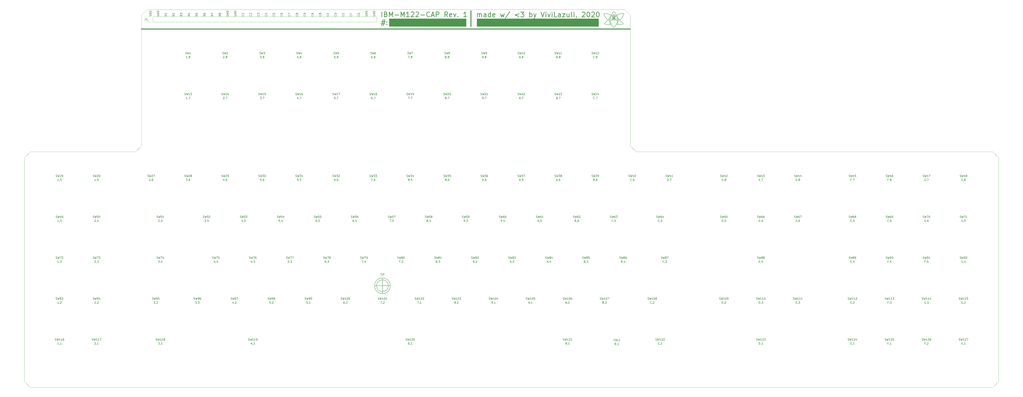
<source format=gbr>
%TF.GenerationSoftware,KiCad,Pcbnew,(5.1.7)-1*%
%TF.CreationDate,2020-10-10T22:45:47-04:00*%
%TF.ProjectId,f122,66313232-2e6b-4696-9361-645f70636258,rev?*%
%TF.SameCoordinates,PXe1237f8PYe7db780*%
%TF.FileFunction,Legend,Top*%
%TF.FilePolarity,Positive*%
%FSLAX46Y46*%
G04 Gerber Fmt 4.6, Leading zero omitted, Abs format (unit mm)*
G04 Created by KiCad (PCBNEW (5.1.7)-1) date 2020-10-10 22:45:47*
%MOMM*%
%LPD*%
G01*
G04 APERTURE LIST*
%ADD10C,0.150000*%
%ADD11C,0.100000*%
%TA.AperFunction,Profile*%
%ADD12C,0.100000*%
%TD*%
%ADD13C,0.128000*%
%ADD14C,0.500000*%
%ADD15C,0.300000*%
%ADD16C,0.120000*%
G04 APERTURE END LIST*
D10*
X-16797858Y134027024D02*
X-16750239Y133979405D01*
X-16702620Y133836548D01*
X-16702620Y133741310D01*
X-16750239Y133598453D01*
X-16845477Y133503215D01*
X-16940715Y133455596D01*
X-17131191Y133407977D01*
X-17274048Y133407977D01*
X-17464524Y133455596D01*
X-17559762Y133503215D01*
X-17655000Y133598453D01*
X-17702620Y133741310D01*
X-17702620Y133836548D01*
X-17655000Y133979405D01*
X-17607381Y134027024D01*
X-17655000Y134979405D02*
X-17702620Y134884167D01*
X-17702620Y134741310D01*
X-17655000Y134598453D01*
X-17559762Y134503215D01*
X-17464524Y134455596D01*
X-17274048Y134407977D01*
X-17131191Y134407977D01*
X-16940715Y134455596D01*
X-16845477Y134503215D01*
X-16750239Y134598453D01*
X-16702620Y134741310D01*
X-16702620Y134836548D01*
X-16750239Y134979405D01*
X-16797858Y135027024D01*
X-17131191Y135027024D01*
X-17131191Y134836548D01*
X-20757858Y134027024D02*
X-20710239Y133979405D01*
X-20662620Y133836548D01*
X-20662620Y133741310D01*
X-20710239Y133598453D01*
X-20805477Y133503215D01*
X-20900715Y133455596D01*
X-21091191Y133407977D01*
X-21234048Y133407977D01*
X-21424524Y133455596D01*
X-21519762Y133503215D01*
X-21615000Y133598453D01*
X-21662620Y133741310D01*
X-21662620Y133836548D01*
X-21615000Y133979405D01*
X-21567381Y134027024D01*
X-21186429Y134788929D02*
X-21186429Y134455596D01*
X-20662620Y134455596D02*
X-21662620Y134455596D01*
X-21662620Y134931786D01*
X-24717858Y134027024D02*
X-24670239Y133979405D01*
X-24622620Y133836548D01*
X-24622620Y133741310D01*
X-24670239Y133598453D01*
X-24765477Y133503215D01*
X-24860715Y133455596D01*
X-25051191Y133407977D01*
X-25194048Y133407977D01*
X-25384524Y133455596D01*
X-25479762Y133503215D01*
X-25575000Y133598453D01*
X-25622620Y133741310D01*
X-25622620Y133836548D01*
X-25575000Y133979405D01*
X-25527381Y134027024D01*
X-25146429Y134455596D02*
X-25146429Y134788929D01*
X-24622620Y134931786D02*
X-24622620Y134455596D01*
X-25622620Y134455596D01*
X-25622620Y134931786D01*
X-28677858Y134027024D02*
X-28630239Y133979405D01*
X-28582620Y133836548D01*
X-28582620Y133741310D01*
X-28630239Y133598453D01*
X-28725477Y133503215D01*
X-28820715Y133455596D01*
X-29011191Y133407977D01*
X-29154048Y133407977D01*
X-29344524Y133455596D01*
X-29439762Y133503215D01*
X-29535000Y133598453D01*
X-29582620Y133741310D01*
X-29582620Y133836548D01*
X-29535000Y133979405D01*
X-29487381Y134027024D01*
X-28582620Y134455596D02*
X-29582620Y134455596D01*
X-29582620Y134693691D01*
X-29535000Y134836548D01*
X-29439762Y134931786D01*
X-29344524Y134979405D01*
X-29154048Y135027024D01*
X-29011191Y135027024D01*
X-28820715Y134979405D01*
X-28725477Y134931786D01*
X-28630239Y134836548D01*
X-28582620Y134693691D01*
X-28582620Y134455596D01*
X-32637858Y134027024D02*
X-32590239Y133979405D01*
X-32542620Y133836548D01*
X-32542620Y133741310D01*
X-32590239Y133598453D01*
X-32685477Y133503215D01*
X-32780715Y133455596D01*
X-32971191Y133407977D01*
X-33114048Y133407977D01*
X-33304524Y133455596D01*
X-33399762Y133503215D01*
X-33495000Y133598453D01*
X-33542620Y133741310D01*
X-33542620Y133836548D01*
X-33495000Y133979405D01*
X-33447381Y134027024D01*
X-33066429Y134455596D02*
X-33066429Y134788929D01*
X-32542620Y134931786D02*
X-32542620Y134455596D01*
X-33542620Y134455596D01*
X-33542620Y134931786D01*
X-36597858Y134027024D02*
X-36550239Y133979405D01*
X-36502620Y133836548D01*
X-36502620Y133741310D01*
X-36550239Y133598453D01*
X-36645477Y133503215D01*
X-36740715Y133455596D01*
X-36931191Y133407977D01*
X-37074048Y133407977D01*
X-37264524Y133455596D01*
X-37359762Y133503215D01*
X-37455000Y133598453D01*
X-37502620Y133741310D01*
X-37502620Y133836548D01*
X-37455000Y133979405D01*
X-37407381Y134027024D01*
X-37026429Y134788929D02*
X-36978810Y134931786D01*
X-36931191Y134979405D01*
X-36835953Y135027024D01*
X-36693096Y135027024D01*
X-36597858Y134979405D01*
X-36550239Y134931786D01*
X-36502620Y134836548D01*
X-36502620Y134455596D01*
X-37502620Y134455596D01*
X-37502620Y134788929D01*
X-37455000Y134884167D01*
X-37407381Y134931786D01*
X-37312143Y134979405D01*
X-37216905Y134979405D01*
X-37121667Y134931786D01*
X-37074048Y134884167D01*
X-37026429Y134788929D01*
X-37026429Y134455596D01*
X-40557858Y134027024D02*
X-40510239Y133979405D01*
X-40462620Y133836548D01*
X-40462620Y133741310D01*
X-40510239Y133598453D01*
X-40605477Y133503215D01*
X-40700715Y133455596D01*
X-40891191Y133407977D01*
X-41034048Y133407977D01*
X-41224524Y133455596D01*
X-41319762Y133503215D01*
X-41415000Y133598453D01*
X-41462620Y133741310D01*
X-41462620Y133836548D01*
X-41415000Y133979405D01*
X-41367381Y134027024D01*
X-40748334Y134407977D02*
X-40748334Y134884167D01*
X-40462620Y134312739D02*
X-41462620Y134646072D01*
X-40462620Y134979405D01*
X-44517858Y134027024D02*
X-44470239Y133979405D01*
X-44422620Y133836548D01*
X-44422620Y133741310D01*
X-44470239Y133598453D01*
X-44565477Y133503215D01*
X-44660715Y133455596D01*
X-44851191Y133407977D01*
X-44994048Y133407977D01*
X-45184524Y133455596D01*
X-45279762Y133503215D01*
X-45375000Y133598453D01*
X-45422620Y133741310D01*
X-45422620Y133836548D01*
X-45375000Y133979405D01*
X-45327381Y134027024D01*
X-44422620Y134503215D02*
X-44422620Y134693691D01*
X-44470239Y134788929D01*
X-44517858Y134836548D01*
X-44660715Y134931786D01*
X-44851191Y134979405D01*
X-45232143Y134979405D01*
X-45327381Y134931786D01*
X-45375000Y134884167D01*
X-45422620Y134788929D01*
X-45422620Y134598453D01*
X-45375000Y134503215D01*
X-45327381Y134455596D01*
X-45232143Y134407977D01*
X-44994048Y134407977D01*
X-44898810Y134455596D01*
X-44851191Y134503215D01*
X-44803572Y134598453D01*
X-44803572Y134788929D01*
X-44851191Y134884167D01*
X-44898810Y134931786D01*
X-44994048Y134979405D01*
X-48477858Y134027024D02*
X-48430239Y133979405D01*
X-48382620Y133836548D01*
X-48382620Y133741310D01*
X-48430239Y133598453D01*
X-48525477Y133503215D01*
X-48620715Y133455596D01*
X-48811191Y133407977D01*
X-48954048Y133407977D01*
X-49144524Y133455596D01*
X-49239762Y133503215D01*
X-49335000Y133598453D01*
X-49382620Y133741310D01*
X-49382620Y133836548D01*
X-49335000Y133979405D01*
X-49287381Y134027024D01*
X-48954048Y134598453D02*
X-49001667Y134503215D01*
X-49049286Y134455596D01*
X-49144524Y134407977D01*
X-49192143Y134407977D01*
X-49287381Y134455596D01*
X-49335000Y134503215D01*
X-49382620Y134598453D01*
X-49382620Y134788929D01*
X-49335000Y134884167D01*
X-49287381Y134931786D01*
X-49192143Y134979405D01*
X-49144524Y134979405D01*
X-49049286Y134931786D01*
X-49001667Y134884167D01*
X-48954048Y134788929D01*
X-48954048Y134598453D01*
X-48906429Y134503215D01*
X-48858810Y134455596D01*
X-48763572Y134407977D01*
X-48573096Y134407977D01*
X-48477858Y134455596D01*
X-48430239Y134503215D01*
X-48382620Y134598453D01*
X-48382620Y134788929D01*
X-48430239Y134884167D01*
X-48477858Y134931786D01*
X-48573096Y134979405D01*
X-48763572Y134979405D01*
X-48858810Y134931786D01*
X-48906429Y134884167D01*
X-48954048Y134788929D01*
X-52437858Y134027024D02*
X-52390239Y133979405D01*
X-52342620Y133836548D01*
X-52342620Y133741310D01*
X-52390239Y133598453D01*
X-52485477Y133503215D01*
X-52580715Y133455596D01*
X-52771191Y133407977D01*
X-52914048Y133407977D01*
X-53104524Y133455596D01*
X-53199762Y133503215D01*
X-53295000Y133598453D01*
X-53342620Y133741310D01*
X-53342620Y133836548D01*
X-53295000Y133979405D01*
X-53247381Y134027024D01*
X-53342620Y134360358D02*
X-53342620Y135027024D01*
X-52342620Y134598453D01*
X-56397858Y134027024D02*
X-56350239Y133979405D01*
X-56302620Y133836548D01*
X-56302620Y133741310D01*
X-56350239Y133598453D01*
X-56445477Y133503215D01*
X-56540715Y133455596D01*
X-56731191Y133407977D01*
X-56874048Y133407977D01*
X-57064524Y133455596D01*
X-57159762Y133503215D01*
X-57255000Y133598453D01*
X-57302620Y133741310D01*
X-57302620Y133836548D01*
X-57255000Y133979405D01*
X-57207381Y134027024D01*
X-57302620Y134884167D02*
X-57302620Y134693691D01*
X-57255000Y134598453D01*
X-57207381Y134550834D01*
X-57064524Y134455596D01*
X-56874048Y134407977D01*
X-56493096Y134407977D01*
X-56397858Y134455596D01*
X-56350239Y134503215D01*
X-56302620Y134598453D01*
X-56302620Y134788929D01*
X-56350239Y134884167D01*
X-56397858Y134931786D01*
X-56493096Y134979405D01*
X-56731191Y134979405D01*
X-56826429Y134931786D01*
X-56874048Y134884167D01*
X-56921667Y134788929D01*
X-56921667Y134598453D01*
X-56874048Y134503215D01*
X-56826429Y134455596D01*
X-56731191Y134407977D01*
X-60357858Y134027024D02*
X-60310239Y133979405D01*
X-60262620Y133836548D01*
X-60262620Y133741310D01*
X-60310239Y133598453D01*
X-60405477Y133503215D01*
X-60500715Y133455596D01*
X-60691191Y133407977D01*
X-60834048Y133407977D01*
X-61024524Y133455596D01*
X-61119762Y133503215D01*
X-61215000Y133598453D01*
X-61262620Y133741310D01*
X-61262620Y133836548D01*
X-61215000Y133979405D01*
X-61167381Y134027024D01*
X-61262620Y134931786D02*
X-61262620Y134455596D01*
X-60786429Y134407977D01*
X-60834048Y134455596D01*
X-60881667Y134550834D01*
X-60881667Y134788929D01*
X-60834048Y134884167D01*
X-60786429Y134931786D01*
X-60691191Y134979405D01*
X-60453096Y134979405D01*
X-60357858Y134931786D01*
X-60310239Y134884167D01*
X-60262620Y134788929D01*
X-60262620Y134550834D01*
X-60310239Y134455596D01*
X-60357858Y134407977D01*
X-64317858Y134027024D02*
X-64270239Y133979405D01*
X-64222620Y133836548D01*
X-64222620Y133741310D01*
X-64270239Y133598453D01*
X-64365477Y133503215D01*
X-64460715Y133455596D01*
X-64651191Y133407977D01*
X-64794048Y133407977D01*
X-64984524Y133455596D01*
X-65079762Y133503215D01*
X-65175000Y133598453D01*
X-65222620Y133741310D01*
X-65222620Y133836548D01*
X-65175000Y133979405D01*
X-65127381Y134027024D01*
X-64889286Y134884167D02*
X-64222620Y134884167D01*
X-65270239Y134646072D02*
X-64555953Y134407977D01*
X-64555953Y135027024D01*
X-68277858Y134027024D02*
X-68230239Y133979405D01*
X-68182620Y133836548D01*
X-68182620Y133741310D01*
X-68230239Y133598453D01*
X-68325477Y133503215D01*
X-68420715Y133455596D01*
X-68611191Y133407977D01*
X-68754048Y133407977D01*
X-68944524Y133455596D01*
X-69039762Y133503215D01*
X-69135000Y133598453D01*
X-69182620Y133741310D01*
X-69182620Y133836548D01*
X-69135000Y133979405D01*
X-69087381Y134027024D01*
X-69182620Y134360358D02*
X-69182620Y134979405D01*
X-68801667Y134646072D01*
X-68801667Y134788929D01*
X-68754048Y134884167D01*
X-68706429Y134931786D01*
X-68611191Y134979405D01*
X-68373096Y134979405D01*
X-68277858Y134931786D01*
X-68230239Y134884167D01*
X-68182620Y134788929D01*
X-68182620Y134503215D01*
X-68230239Y134407977D01*
X-68277858Y134360358D01*
X-72237858Y134027024D02*
X-72190239Y133979405D01*
X-72142620Y133836548D01*
X-72142620Y133741310D01*
X-72190239Y133598453D01*
X-72285477Y133503215D01*
X-72380715Y133455596D01*
X-72571191Y133407977D01*
X-72714048Y133407977D01*
X-72904524Y133455596D01*
X-72999762Y133503215D01*
X-73095000Y133598453D01*
X-73142620Y133741310D01*
X-73142620Y133836548D01*
X-73095000Y133979405D01*
X-73047381Y134027024D01*
X-73047381Y134407977D02*
X-73095000Y134455596D01*
X-73142620Y134550834D01*
X-73142620Y134788929D01*
X-73095000Y134884167D01*
X-73047381Y134931786D01*
X-72952143Y134979405D01*
X-72856905Y134979405D01*
X-72714048Y134931786D01*
X-72142620Y134360358D01*
X-72142620Y134979405D01*
X-76197858Y134027024D02*
X-76150239Y133979405D01*
X-76102620Y133836548D01*
X-76102620Y133741310D01*
X-76150239Y133598453D01*
X-76245477Y133503215D01*
X-76340715Y133455596D01*
X-76531191Y133407977D01*
X-76674048Y133407977D01*
X-76864524Y133455596D01*
X-76959762Y133503215D01*
X-77055000Y133598453D01*
X-77102620Y133741310D01*
X-77102620Y133836548D01*
X-77055000Y133979405D01*
X-77007381Y134027024D01*
X-76102620Y134979405D02*
X-76102620Y134407977D01*
X-76102620Y134693691D02*
X-77102620Y134693691D01*
X-76959762Y134598453D01*
X-76864524Y134503215D01*
X-76816905Y134407977D01*
X-87982620Y134027024D02*
X-88458810Y133693691D01*
X-87982620Y133455596D02*
X-88982620Y133455596D01*
X-88982620Y133836548D01*
X-88935000Y133931786D01*
X-88887381Y133979405D01*
X-88792143Y134027024D01*
X-88649286Y134027024D01*
X-88554048Y133979405D01*
X-88506429Y133931786D01*
X-88458810Y133836548D01*
X-88458810Y133455596D01*
X-88554048Y134598453D02*
X-88601667Y134503215D01*
X-88649286Y134455596D01*
X-88744524Y134407977D01*
X-88792143Y134407977D01*
X-88887381Y134455596D01*
X-88935000Y134503215D01*
X-88982620Y134598453D01*
X-88982620Y134788929D01*
X-88935000Y134884167D01*
X-88887381Y134931786D01*
X-88792143Y134979405D01*
X-88744524Y134979405D01*
X-88649286Y134931786D01*
X-88601667Y134884167D01*
X-88554048Y134788929D01*
X-88554048Y134598453D01*
X-88506429Y134503215D01*
X-88458810Y134455596D01*
X-88363572Y134407977D01*
X-88173096Y134407977D01*
X-88077858Y134455596D01*
X-88030239Y134503215D01*
X-87982620Y134598453D01*
X-87982620Y134788929D01*
X-88030239Y134884167D01*
X-88077858Y134931786D01*
X-88173096Y134979405D01*
X-88363572Y134979405D01*
X-88458810Y134931786D01*
X-88506429Y134884167D01*
X-88554048Y134788929D01*
X-91942620Y134027024D02*
X-92418810Y133693691D01*
X-91942620Y133455596D02*
X-92942620Y133455596D01*
X-92942620Y133836548D01*
X-92895000Y133931786D01*
X-92847381Y133979405D01*
X-92752143Y134027024D01*
X-92609286Y134027024D01*
X-92514048Y133979405D01*
X-92466429Y133931786D01*
X-92418810Y133836548D01*
X-92418810Y133455596D01*
X-92942620Y134360358D02*
X-92942620Y135027024D01*
X-91942620Y134598453D01*
X-95902620Y134027024D02*
X-96378810Y133693691D01*
X-95902620Y133455596D02*
X-96902620Y133455596D01*
X-96902620Y133836548D01*
X-96855000Y133931786D01*
X-96807381Y133979405D01*
X-96712143Y134027024D01*
X-96569286Y134027024D01*
X-96474048Y133979405D01*
X-96426429Y133931786D01*
X-96378810Y133836548D01*
X-96378810Y133455596D01*
X-96902620Y134884167D02*
X-96902620Y134693691D01*
X-96855000Y134598453D01*
X-96807381Y134550834D01*
X-96664524Y134455596D01*
X-96474048Y134407977D01*
X-96093096Y134407977D01*
X-95997858Y134455596D01*
X-95950239Y134503215D01*
X-95902620Y134598453D01*
X-95902620Y134788929D01*
X-95950239Y134884167D01*
X-95997858Y134931786D01*
X-96093096Y134979405D01*
X-96331191Y134979405D01*
X-96426429Y134931786D01*
X-96474048Y134884167D01*
X-96521667Y134788929D01*
X-96521667Y134598453D01*
X-96474048Y134503215D01*
X-96426429Y134455596D01*
X-96331191Y134407977D01*
X-99862620Y134027024D02*
X-100338810Y133693691D01*
X-99862620Y133455596D02*
X-100862620Y133455596D01*
X-100862620Y133836548D01*
X-100815000Y133931786D01*
X-100767381Y133979405D01*
X-100672143Y134027024D01*
X-100529286Y134027024D01*
X-100434048Y133979405D01*
X-100386429Y133931786D01*
X-100338810Y133836548D01*
X-100338810Y133455596D01*
X-100862620Y134931786D02*
X-100862620Y134455596D01*
X-100386429Y134407977D01*
X-100434048Y134455596D01*
X-100481667Y134550834D01*
X-100481667Y134788929D01*
X-100434048Y134884167D01*
X-100386429Y134931786D01*
X-100291191Y134979405D01*
X-100053096Y134979405D01*
X-99957858Y134931786D01*
X-99910239Y134884167D01*
X-99862620Y134788929D01*
X-99862620Y134550834D01*
X-99910239Y134455596D01*
X-99957858Y134407977D01*
X-103822620Y134027024D02*
X-104298810Y133693691D01*
X-103822620Y133455596D02*
X-104822620Y133455596D01*
X-104822620Y133836548D01*
X-104775000Y133931786D01*
X-104727381Y133979405D01*
X-104632143Y134027024D01*
X-104489286Y134027024D01*
X-104394048Y133979405D01*
X-104346429Y133931786D01*
X-104298810Y133836548D01*
X-104298810Y133455596D01*
X-104489286Y134884167D02*
X-103822620Y134884167D01*
X-104870239Y134646072D02*
X-104155953Y134407977D01*
X-104155953Y135027024D01*
X-107782620Y134027024D02*
X-108258810Y133693691D01*
X-107782620Y133455596D02*
X-108782620Y133455596D01*
X-108782620Y133836548D01*
X-108735000Y133931786D01*
X-108687381Y133979405D01*
X-108592143Y134027024D01*
X-108449286Y134027024D01*
X-108354048Y133979405D01*
X-108306429Y133931786D01*
X-108258810Y133836548D01*
X-108258810Y133455596D01*
X-108782620Y134360358D02*
X-108782620Y134979405D01*
X-108401667Y134646072D01*
X-108401667Y134788929D01*
X-108354048Y134884167D01*
X-108306429Y134931786D01*
X-108211191Y134979405D01*
X-107973096Y134979405D01*
X-107877858Y134931786D01*
X-107830239Y134884167D01*
X-107782620Y134788929D01*
X-107782620Y134503215D01*
X-107830239Y134407977D01*
X-107877858Y134360358D01*
X-111742620Y134027024D02*
X-112218810Y133693691D01*
X-111742620Y133455596D02*
X-112742620Y133455596D01*
X-112742620Y133836548D01*
X-112695000Y133931786D01*
X-112647381Y133979405D01*
X-112552143Y134027024D01*
X-112409286Y134027024D01*
X-112314048Y133979405D01*
X-112266429Y133931786D01*
X-112218810Y133836548D01*
X-112218810Y133455596D01*
X-112647381Y134407977D02*
X-112695000Y134455596D01*
X-112742620Y134550834D01*
X-112742620Y134788929D01*
X-112695000Y134884167D01*
X-112647381Y134931786D01*
X-112552143Y134979405D01*
X-112456905Y134979405D01*
X-112314048Y134931786D01*
X-111742620Y134360358D01*
X-111742620Y134979405D01*
X-115702620Y134027024D02*
X-116178810Y133693691D01*
X-115702620Y133455596D02*
X-116702620Y133455596D01*
X-116702620Y133836548D01*
X-116655000Y133931786D01*
X-116607381Y133979405D01*
X-116512143Y134027024D01*
X-116369286Y134027024D01*
X-116274048Y133979405D01*
X-116226429Y133931786D01*
X-116178810Y133836548D01*
X-116178810Y133455596D01*
X-115702620Y134979405D02*
X-115702620Y134407977D01*
X-115702620Y134693691D02*
X-116702620Y134693691D01*
X-116559762Y134598453D01*
X-116464524Y134503215D01*
X-116416905Y134407977D01*
X-9735000Y133979405D02*
X-9782620Y133884167D01*
X-9782620Y133741310D01*
X-9735000Y133598453D01*
X-9639762Y133503215D01*
X-9544524Y133455596D01*
X-9354048Y133407977D01*
X-9211191Y133407977D01*
X-9020715Y133455596D01*
X-8925477Y133503215D01*
X-8830239Y133598453D01*
X-8782620Y133741310D01*
X-8782620Y133836548D01*
X-8830239Y133979405D01*
X-8877858Y134027024D01*
X-9211191Y134027024D01*
X-9211191Y133836548D01*
X-8782620Y134455596D02*
X-9782620Y134455596D01*
X-8782620Y135027024D01*
X-9782620Y135027024D01*
X-8782620Y135503215D02*
X-9782620Y135503215D01*
X-9782620Y135741310D01*
X-9735000Y135884167D01*
X-9639762Y135979405D01*
X-9544524Y136027024D01*
X-9354048Y136074643D01*
X-9211191Y136074643D01*
X-9020715Y136027024D01*
X-8925477Y135979405D01*
X-8830239Y135884167D01*
X-8782620Y135741310D01*
X-8782620Y135503215D01*
X-13695000Y133979405D02*
X-13742620Y133884167D01*
X-13742620Y133741310D01*
X-13695000Y133598453D01*
X-13599762Y133503215D01*
X-13504524Y133455596D01*
X-13314048Y133407977D01*
X-13171191Y133407977D01*
X-12980715Y133455596D01*
X-12885477Y133503215D01*
X-12790239Y133598453D01*
X-12742620Y133741310D01*
X-12742620Y133836548D01*
X-12790239Y133979405D01*
X-12837858Y134027024D01*
X-13171191Y134027024D01*
X-13171191Y133836548D01*
X-12742620Y134455596D02*
X-13742620Y134455596D01*
X-12742620Y135027024D01*
X-13742620Y135027024D01*
X-12742620Y135503215D02*
X-13742620Y135503215D01*
X-13742620Y135741310D01*
X-13695000Y135884167D01*
X-13599762Y135979405D01*
X-13504524Y136027024D01*
X-13314048Y136074643D01*
X-13171191Y136074643D01*
X-12980715Y136027024D01*
X-12885477Y135979405D01*
X-12790239Y135884167D01*
X-12742620Y135741310D01*
X-12742620Y135503215D01*
X-84975000Y133979405D02*
X-85022620Y133884167D01*
X-85022620Y133741310D01*
X-84975000Y133598453D01*
X-84879762Y133503215D01*
X-84784524Y133455596D01*
X-84594048Y133407977D01*
X-84451191Y133407977D01*
X-84260715Y133455596D01*
X-84165477Y133503215D01*
X-84070239Y133598453D01*
X-84022620Y133741310D01*
X-84022620Y133836548D01*
X-84070239Y133979405D01*
X-84117858Y134027024D01*
X-84451191Y134027024D01*
X-84451191Y133836548D01*
X-84022620Y134455596D02*
X-85022620Y134455596D01*
X-84022620Y135027024D01*
X-85022620Y135027024D01*
X-84022620Y135503215D02*
X-85022620Y135503215D01*
X-85022620Y135741310D01*
X-84975000Y135884167D01*
X-84879762Y135979405D01*
X-84784524Y136027024D01*
X-84594048Y136074643D01*
X-84451191Y136074643D01*
X-84260715Y136027024D01*
X-84165477Y135979405D01*
X-84070239Y135884167D01*
X-84022620Y135741310D01*
X-84022620Y135503215D01*
X-81015000Y133979405D02*
X-81062620Y133884167D01*
X-81062620Y133741310D01*
X-81015000Y133598453D01*
X-80919762Y133503215D01*
X-80824524Y133455596D01*
X-80634048Y133407977D01*
X-80491191Y133407977D01*
X-80300715Y133455596D01*
X-80205477Y133503215D01*
X-80110239Y133598453D01*
X-80062620Y133741310D01*
X-80062620Y133836548D01*
X-80110239Y133979405D01*
X-80157858Y134027024D01*
X-80491191Y134027024D01*
X-80491191Y133836548D01*
X-80062620Y134455596D02*
X-81062620Y134455596D01*
X-80062620Y135027024D01*
X-81062620Y135027024D01*
X-80062620Y135503215D02*
X-81062620Y135503215D01*
X-81062620Y135741310D01*
X-81015000Y135884167D01*
X-80919762Y135979405D01*
X-80824524Y136027024D01*
X-80634048Y136074643D01*
X-80491191Y136074643D01*
X-80300715Y136027024D01*
X-80205477Y135979405D01*
X-80110239Y135884167D01*
X-80062620Y135741310D01*
X-80062620Y135503215D01*
X-120615000Y133979405D02*
X-120662620Y133884167D01*
X-120662620Y133741310D01*
X-120615000Y133598453D01*
X-120519762Y133503215D01*
X-120424524Y133455596D01*
X-120234048Y133407977D01*
X-120091191Y133407977D01*
X-119900715Y133455596D01*
X-119805477Y133503215D01*
X-119710239Y133598453D01*
X-119662620Y133741310D01*
X-119662620Y133836548D01*
X-119710239Y133979405D01*
X-119757858Y134027024D01*
X-120091191Y134027024D01*
X-120091191Y133836548D01*
X-119662620Y134455596D02*
X-120662620Y134455596D01*
X-119662620Y135027024D01*
X-120662620Y135027024D01*
X-119662620Y135503215D02*
X-120662620Y135503215D01*
X-120662620Y135741310D01*
X-120615000Y135884167D01*
X-120519762Y135979405D01*
X-120424524Y136027024D01*
X-120234048Y136074643D01*
X-120091191Y136074643D01*
X-119900715Y136027024D01*
X-119805477Y135979405D01*
X-119710239Y135884167D01*
X-119662620Y135741310D01*
X-119662620Y135503215D01*
X-124575000Y133979405D02*
X-124622620Y133884167D01*
X-124622620Y133741310D01*
X-124575000Y133598453D01*
X-124479762Y133503215D01*
X-124384524Y133455596D01*
X-124194048Y133407977D01*
X-124051191Y133407977D01*
X-123860715Y133455596D01*
X-123765477Y133503215D01*
X-123670239Y133598453D01*
X-123622620Y133741310D01*
X-123622620Y133836548D01*
X-123670239Y133979405D01*
X-123717858Y134027024D01*
X-124051191Y134027024D01*
X-124051191Y133836548D01*
X-123622620Y134455596D02*
X-124622620Y134455596D01*
X-123622620Y135027024D01*
X-124622620Y135027024D01*
X-123622620Y135503215D02*
X-124622620Y135503215D01*
X-124622620Y135741310D01*
X-124575000Y135884167D01*
X-124479762Y135979405D01*
X-124384524Y136027024D01*
X-124194048Y136074643D01*
X-124051191Y136074643D01*
X-123860715Y136027024D01*
X-123765477Y135979405D01*
X-123670239Y135884167D01*
X-123622620Y135741310D01*
X-123622620Y135503215D01*
D11*
G36*
X105925000Y128120000D02*
G01*
X43425000Y128120000D01*
X43425000Y132120000D01*
X105925000Y132120000D01*
X105925000Y128120000D01*
G37*
X105925000Y128120000D02*
X43425000Y128120000D01*
X43425000Y132120000D01*
X105925000Y132120000D01*
X105925000Y128120000D01*
D10*
X-2000000Y-5000000D02*
G75*
G03*
X-2000000Y-5000000I-3000000J0D01*
G01*
X-5997858Y1315477D02*
X-5272143Y1315477D01*
X-5635000Y45477D02*
X-5635000Y1315477D01*
X-4848810Y45477D02*
X-4848810Y1315477D01*
X-4365000Y1315477D01*
X-4244048Y1255000D01*
X-4183572Y1194524D01*
X-4123096Y1073572D01*
X-4123096Y892143D01*
X-4183572Y771191D01*
X-4244048Y710715D01*
X-4365000Y650239D01*
X-4848810Y650239D01*
X-1000000Y-5000000D02*
G75*
G03*
X-1000000Y-5000000I-4000000J0D01*
G01*
X-9000000Y-5000000D02*
X-1000000Y-5000000D01*
X-5000000Y-9000000D02*
X-5000000Y-1000000D01*
X-2000000Y-5000000D02*
G75*
G03*
X-2000000Y-5000000I-3000000J0D01*
G01*
D12*
X-131760000Y63785000D02*
X-128760000Y66785000D01*
D13*
X116995339Y131559481D02*
X116857333Y131654290D01*
X116857333Y131654290D02*
X116719287Y131743153D01*
X116719287Y131743153D02*
X116581822Y131825507D01*
X116581822Y131825507D02*
X116445561Y131900792D01*
X116445561Y131900792D02*
X116311126Y131968446D01*
X116311126Y131968446D02*
X116179139Y132027906D01*
X116179139Y132027906D02*
X116050223Y132078612D01*
X116050223Y132078612D02*
X115925000Y132120000D01*
X117023885Y131560819D02*
X116995339Y131559481D01*
X113781264Y127660295D02*
X113919817Y127682659D01*
X113919817Y127682659D02*
X114037322Y127739610D01*
X114037322Y127739610D02*
X114144336Y127829468D01*
X114144336Y127829468D02*
X114187603Y127879468D01*
X113374967Y127879426D02*
X113464248Y127785582D01*
X113464248Y127785582D02*
X113576349Y127710125D01*
X113576349Y127710125D02*
X113697375Y127668411D01*
X113697375Y127668411D02*
X113781264Y127660295D01*
X118885343Y134288714D02*
X118812609Y134141043D01*
X118812609Y134141043D02*
X118748824Y134015410D01*
X118748824Y134015410D02*
X118667699Y133859490D01*
X118667699Y133859490D02*
X118570889Y133678450D01*
X118570889Y133678450D02*
X118460050Y133477459D01*
X118460050Y133477459D02*
X118336837Y133261682D01*
X118336837Y133261682D02*
X118271108Y133149864D01*
X118271108Y133149864D02*
X118202906Y133036288D01*
X118202906Y133036288D02*
X118132439Y132921598D01*
X118132439Y132921598D02*
X118059913Y132806442D01*
X118059913Y132806442D02*
X117985535Y132691466D01*
X117985535Y132691466D02*
X117909512Y132577314D01*
X117909512Y132577314D02*
X117832051Y132464633D01*
X117832051Y132464633D02*
X117753359Y132354068D01*
X117753359Y132354068D02*
X117673643Y132246267D01*
X117673643Y132246267D02*
X117593110Y132141874D01*
X117593110Y132141874D02*
X117511967Y132041536D01*
X117511967Y132041536D02*
X117348678Y131855606D01*
X117348678Y131855606D02*
X117185432Y131693645D01*
X117185432Y131693645D02*
X117023885Y131560819D01*
X114387449Y131312441D02*
X114259486Y131305915D01*
X114259486Y131305915D02*
X114129254Y131299967D01*
X114129254Y131299967D02*
X113996371Y131295270D01*
X113996371Y131295270D02*
X113860457Y131292495D01*
X113860457Y131292495D02*
X113781285Y131292029D01*
X115585396Y130693767D02*
X115579602Y130835813D01*
X115579602Y130835813D02*
X115553289Y130990747D01*
X115553289Y130990747D02*
X115504816Y131110276D01*
X115504816Y131110276D02*
X115411540Y131216511D01*
X115411540Y131216511D02*
X115280127Y131282686D01*
X115280127Y131282686D02*
X115146227Y131312478D01*
X115146227Y131312478D02*
X114985672Y131326396D01*
X114985672Y131326396D02*
X114847163Y131329029D01*
X118917309Y134636198D02*
X118946609Y134509552D01*
X118946609Y134509552D02*
X118922221Y134380442D01*
X118922221Y134380442D02*
X118885343Y134288714D01*
X118572672Y134739742D02*
X118640660Y134742779D01*
X114187603Y127879468D02*
X114283973Y128006521D01*
X114283973Y128006521D02*
X114364589Y128116388D01*
X114364589Y128116388D02*
X114463194Y128254519D01*
X114463194Y128254519D02*
X114575753Y128417264D01*
X114575753Y128417264D02*
X114698234Y128600972D01*
X114698234Y128600972D02*
X114826601Y128801992D01*
X114826601Y128801992D02*
X114956822Y129016674D01*
X114956822Y129016674D02*
X115021367Y129127998D01*
X115021367Y129127998D02*
X115084863Y129241368D01*
X115084863Y129241368D02*
X115146805Y129356327D01*
X115146805Y129356327D02*
X115206689Y129472421D01*
X115206689Y129472421D02*
X115264011Y129589192D01*
X115264011Y129589192D02*
X115318267Y129706184D01*
X115318267Y129706184D02*
X115415564Y129939006D01*
X115415564Y129939006D02*
X115494545Y130167237D01*
X115494545Y130167237D02*
X115551177Y130387225D01*
X115551177Y130387225D02*
X115581425Y130595321D01*
X115581425Y130595321D02*
X115585396Y130693767D01*
X118640660Y134742779D02*
X118776108Y134727179D01*
X118776108Y134727179D02*
X118893036Y134666128D01*
X118893036Y134666128D02*
X118917309Y134636198D01*
X115835176Y132478614D02*
X115827788Y132649767D01*
X115827788Y132649767D02*
X115813053Y132782904D01*
X115813053Y132782904D02*
X115791053Y132919496D01*
X115791053Y132919496D02*
X115762342Y133058971D01*
X115762342Y133058971D02*
X115727474Y133200757D01*
X115727474Y133200757D02*
X115687001Y133344282D01*
X115687001Y133344282D02*
X115641479Y133488972D01*
X115641479Y133488972D02*
X115591461Y133634256D01*
X115591461Y133634256D02*
X115537500Y133779562D01*
X115537500Y133779562D02*
X115480151Y133924317D01*
X115480151Y133924317D02*
X115460378Y133972347D01*
X111977153Y130693746D02*
X111992697Y130492967D01*
X111992697Y130492967D02*
X112036641Y130278469D01*
X112036641Y130278469D02*
X112104951Y130053903D01*
X112104951Y130053903D02*
X112193593Y129822920D01*
X112193593Y129822920D02*
X112298533Y129589170D01*
X112298533Y129589170D02*
X112355855Y129472399D01*
X112355855Y129472399D02*
X112415739Y129356305D01*
X112415739Y129356305D02*
X112477681Y129241345D01*
X112477681Y129241345D02*
X112541176Y129127975D01*
X112541176Y129127975D02*
X112605721Y129016651D01*
X112605721Y129016651D02*
X112735942Y128801968D01*
X112735942Y128801968D02*
X112864310Y128600946D01*
X112864310Y128600946D02*
X112986791Y128417236D01*
X112986791Y128417236D02*
X113099353Y128254490D01*
X113099353Y128254490D02*
X113197961Y128116356D01*
X113197961Y128116356D02*
X113278581Y128006487D01*
X113278581Y128006487D02*
X113356962Y127902664D01*
X113356962Y127902664D02*
X113374967Y127879426D01*
X111740074Y132147973D02*
X111740074Y132147973D01*
X115474248Y134019393D02*
X115664441Y134116560D01*
X115664441Y134116560D02*
X115877626Y134205494D01*
X115877626Y134205494D02*
X116108975Y134286471D01*
X116108975Y134286471D02*
X116353659Y134359764D01*
X116353659Y134359764D02*
X116479493Y134393615D01*
X116479493Y134393615D02*
X116606851Y134425648D01*
X116606851Y134425648D02*
X116735129Y134455897D01*
X116735129Y134455897D02*
X116863723Y134484396D01*
X116863723Y134484396D02*
X116992030Y134511180D01*
X116992030Y134511180D02*
X117119446Y134536283D01*
X117119446Y134536283D02*
X117245369Y134559739D01*
X117245369Y134559739D02*
X117490317Y134601848D01*
X117490317Y134601848D02*
X117722048Y134637781D01*
X117722048Y134637781D02*
X117935732Y134667813D01*
X117935732Y134667813D02*
X118126542Y134692217D01*
X118126542Y134692217D02*
X118289650Y134711267D01*
X118289650Y134711267D02*
X118420229Y134725238D01*
X118420229Y134725238D02*
X118564483Y134739039D01*
X118564483Y134739039D02*
X118572672Y134739742D01*
X114847163Y131329029D02*
X114711600Y131326902D01*
X114711600Y131326902D02*
X114582883Y131322099D01*
X114582883Y131322099D02*
X114448658Y131315606D01*
X114448658Y131315606D02*
X114387449Y131312441D01*
X115460378Y133972347D02*
X115474248Y134019393D01*
X115813491Y132162119D02*
X115827947Y132293863D01*
X115827947Y132293863D02*
X115834591Y132425492D01*
X115834591Y132425492D02*
X115835176Y132478614D01*
X112715449Y131329029D02*
X112576934Y131326397D01*
X112576934Y131326397D02*
X112416375Y131312480D01*
X112416375Y131312480D02*
X112282473Y131282690D01*
X112282473Y131282690D02*
X112151056Y131216517D01*
X112151056Y131216517D02*
X112057773Y131110280D01*
X112057773Y131110280D02*
X112009290Y130990746D01*
X112009290Y130990746D02*
X111982961Y130835803D01*
X111982961Y130835803D02*
X111977153Y130693746D01*
X113175122Y131312441D02*
X113038725Y131319361D01*
X113038725Y131319361D02*
X112907468Y131325040D01*
X112907468Y131325040D02*
X112768657Y131328667D01*
X112768657Y131328667D02*
X112715449Y131329029D01*
X113781285Y131292029D02*
X113643457Y131293408D01*
X113643457Y131293408D02*
X113508884Y131297093D01*
X113508884Y131297093D02*
X113377185Y131302411D01*
X113377185Y131302411D02*
X113247980Y131308686D01*
X113247980Y131308686D02*
X113175122Y131312441D01*
X111895167Y131566129D02*
X111895167Y131566129D01*
X112950511Y133790024D02*
X113081173Y133750514D01*
X113081173Y133750514D02*
X113172084Y133647203D01*
X113172084Y133647203D02*
X113202500Y133517135D01*
X113449710Y135583303D02*
X113360837Y135443164D01*
X113360837Y135443164D02*
X113286487Y135321983D01*
X113286487Y135321983D02*
X113195547Y135169627D01*
X113195547Y135169627D02*
X113091736Y134990119D01*
X113091736Y134990119D02*
X112978775Y134787485D01*
X112978775Y134787485D02*
X112860384Y134565751D01*
X112860384Y134565751D02*
X112800315Y134448980D01*
X112800315Y134448980D02*
X112740284Y134328942D01*
X112740284Y134328942D02*
X112680755Y134206143D01*
X112680755Y134206143D02*
X112622194Y134081084D01*
X112622194Y134081084D02*
X112565066Y133954268D01*
X112565066Y133954268D02*
X112509835Y133826200D01*
X112509835Y133826200D02*
X112456968Y133697382D01*
X112456968Y133697382D02*
X112406928Y133568317D01*
X112406928Y133568317D02*
X112360181Y133439509D01*
X112360181Y133439509D02*
X112317193Y133311461D01*
X112317193Y133311461D02*
X112278427Y133184675D01*
X112278427Y133184675D02*
X112244349Y133059655D01*
X112244349Y133059655D02*
X112192118Y132816926D01*
X112192118Y132816926D02*
X112164220Y132587299D01*
X112164220Y132587299D02*
X112160559Y132478656D01*
X114112881Y135583324D02*
X114027868Y135689142D01*
X114027868Y135689142D02*
X113924210Y135768346D01*
X113924210Y135768346D02*
X113792451Y135806408D01*
X113792451Y135806408D02*
X113781307Y135806639D01*
X113651403Y133781635D02*
X113562979Y133879118D01*
X113562979Y133879118D02*
X113529481Y134005904D01*
X113529481Y134005904D02*
X113529339Y134015167D01*
X114612145Y133790046D02*
X114742807Y133750536D01*
X114742807Y133750536D02*
X114833718Y133647225D01*
X114833718Y133647225D02*
X114864134Y133517156D01*
X114360155Y133517156D02*
X114390561Y133647225D01*
X114390561Y133647225D02*
X114481463Y133750536D01*
X114481463Y133750536D02*
X114612145Y133790046D01*
X115461674Y129030094D02*
X115600099Y129018990D01*
X115600099Y129018990D02*
X115732977Y129012475D01*
X115732977Y129012475D02*
X115873660Y129009294D01*
X115873660Y129009294D02*
X115938679Y129008960D01*
X114033317Y134015145D02*
X114003577Y133886689D01*
X114003577Y133886689D02*
X113918027Y133786207D01*
X113918027Y133786207D02*
X113911251Y133781613D01*
X113651403Y131807414D02*
X113651403Y133781635D01*
X115938912Y129008960D02*
X116143093Y129011971D01*
X116143093Y129011971D02*
X116350432Y129020482D01*
X116350432Y129020482D02*
X116558697Y129033711D01*
X116558697Y129033711D02*
X116765657Y129050879D01*
X116765657Y129050879D02*
X116969079Y129071203D01*
X116969079Y129071203D02*
X117166733Y129093902D01*
X117166733Y129093902D02*
X117356387Y129118196D01*
X117356387Y129118196D02*
X117535809Y129143302D01*
X117535809Y129143302D02*
X117702769Y129168441D01*
X117702769Y129168441D02*
X117855034Y129192830D01*
X117855034Y129192830D02*
X117990373Y129215689D01*
X117990373Y129215689D02*
X118156765Y129245398D01*
X118156765Y129245398D02*
X118298554Y129272363D01*
X118298554Y129272363D02*
X118335083Y129279683D01*
X113219598Y131786407D02*
X113210267Y131934296D01*
X113210267Y131934296D02*
X113198628Y132073733D01*
X113198628Y132073733D02*
X113184922Y132204910D01*
X113184922Y132204910D02*
X113161014Y132386605D01*
X113161014Y132386605D02*
X113133813Y132550788D01*
X113133813Y132550788D02*
X113104130Y132698104D01*
X113104130Y132698104D02*
X113072781Y132829198D01*
X113072781Y132829198D02*
X113029796Y132979869D01*
X113029796Y132979869D02*
X112987223Y133104374D01*
X112987223Y133104374D02*
X112937525Y133225539D01*
X112937525Y133225539D02*
X112928357Y133245414D01*
X118477199Y129758599D02*
X118358238Y129873353D01*
X118358238Y129873353D02*
X118255227Y129970383D01*
X118255227Y129970383D02*
X118125564Y130090150D01*
X118125564Y130090150D02*
X117972599Y130228337D01*
X117972599Y130228337D02*
X117799679Y130380623D01*
X117799679Y130380623D02*
X117610152Y130542690D01*
X117610152Y130542690D02*
X117510208Y130626042D01*
X117510208Y130626042D02*
X117407367Y130710219D01*
X117407367Y130710219D02*
X117302049Y130794682D01*
X117302049Y130794682D02*
X117194671Y130878890D01*
X117194671Y130878890D02*
X117085653Y130962305D01*
X117085653Y130962305D02*
X116975413Y131044385D01*
X116975413Y131044385D02*
X116864370Y131124592D01*
X116864370Y131124592D02*
X116752941Y131202385D01*
X116752941Y131202385D02*
X116641546Y131277224D01*
X116641546Y131277224D02*
X116530602Y131348570D01*
X116530602Y131348570D02*
X116420529Y131415883D01*
X116420529Y131415883D02*
X116204669Y131536249D01*
X116204669Y131536249D02*
X115997313Y131634003D01*
X115997313Y131634003D02*
X115801809Y131704825D01*
X114847163Y131329029D02*
X114847163Y131329029D01*
X112180355Y132201412D02*
X112326456Y132182263D01*
X112326456Y132182263D02*
X112458646Y132140344D01*
X112458646Y132140344D02*
X112576715Y132075764D01*
X112576715Y132075764D02*
X112680454Y131988630D01*
X112680454Y131988630D02*
X112769652Y131879050D01*
X112769652Y131879050D02*
X112796118Y131837553D01*
X112796118Y131837553D02*
X112833394Y131769075D01*
X112160559Y132478656D02*
X112164370Y132347813D01*
X112164370Y132347813D02*
X112177969Y132216496D01*
X112177969Y132216496D02*
X112180355Y132201412D01*
X112833394Y131769075D02*
X112971210Y131772686D01*
X112971210Y131772686D02*
X113105282Y131779484D01*
X113105282Y131779484D02*
X113219598Y131786407D01*
X115402054Y132478635D02*
X115387717Y132700202D01*
X115387717Y132700202D02*
X115347188Y132936884D01*
X115347188Y132936884D02*
X115284187Y133184656D01*
X115284187Y133184656D02*
X115245422Y133311442D01*
X115245422Y133311442D02*
X115202433Y133439492D01*
X115202433Y133439492D02*
X115155687Y133568301D01*
X115155687Y133568301D02*
X115105648Y133697367D01*
X115105648Y133697367D02*
X115052781Y133826186D01*
X115052781Y133826186D02*
X114997551Y133954255D01*
X114997551Y133954255D02*
X114940423Y134081072D01*
X114940423Y134081072D02*
X114881862Y134206132D01*
X114881862Y134206132D02*
X114822333Y134328933D01*
X114822333Y134328933D02*
X114762302Y134448972D01*
X114762302Y134448972D02*
X114702233Y134565745D01*
X114702233Y134565745D02*
X114583841Y134787482D01*
X114583841Y134787482D02*
X114470879Y134990119D01*
X114470879Y134990119D02*
X114367066Y135169630D01*
X114367066Y135169630D02*
X114276123Y135321991D01*
X114276123Y135321991D02*
X114201769Y135443175D01*
X114201769Y135443175D02*
X114129483Y135557691D01*
X114129483Y135557691D02*
X114112881Y135583324D01*
X115822603Y132147909D02*
X115813491Y132162119D01*
X115382641Y132201412D02*
X115397126Y132328682D01*
X115397126Y132328682D02*
X115401975Y132458575D01*
X115401975Y132458575D02*
X115402054Y132478635D01*
X113479021Y131801191D02*
X113607772Y131806245D01*
X113607772Y131806245D02*
X113651403Y131807414D01*
X113781307Y135806639D02*
X113649149Y135773951D01*
X113649149Y135773951D02*
X113544717Y135698924D01*
X113544717Y135698924D02*
X113458673Y135596616D01*
X113458673Y135596616D02*
X113449710Y135583303D01*
X114766495Y131837574D02*
X114850851Y131954658D01*
X114850851Y131954658D02*
X114949828Y132049303D01*
X114949828Y132049303D02*
X115063214Y132121408D01*
X115063214Y132121408D02*
X115190800Y132170868D01*
X115190800Y132170868D02*
X115332376Y132197581D01*
X115332376Y132197581D02*
X115382641Y132201412D01*
X112698500Y133517135D02*
X112728915Y133647203D01*
X112728915Y133647203D02*
X112819832Y133750514D01*
X112819832Y133750514D02*
X112950511Y133790024D01*
X114404355Y133362891D02*
X114361847Y133485409D01*
X114361847Y133485409D02*
X114360155Y133517156D01*
X113781327Y134288013D02*
X113911990Y134248503D01*
X113911990Y134248503D02*
X114002901Y134145199D01*
X114002901Y134145199D02*
X114033317Y134015145D01*
X115938679Y129008960D02*
X115938912Y129008960D01*
X115672819Y131738618D02*
X115596803Y131632685D01*
X115596803Y131632685D02*
X115584738Y131618910D01*
X114085588Y131801063D02*
X114095376Y131955635D01*
X114095376Y131955635D02*
X114107638Y132101732D01*
X114107638Y132101732D02*
X114122134Y132239541D01*
X114122134Y132239541D02*
X114138624Y132369253D01*
X114138624Y132369253D02*
X114166568Y132549050D01*
X114166568Y132549050D02*
X114197643Y132711689D01*
X114197643Y132711689D02*
X114231037Y132857808D01*
X114231037Y132857808D02*
X114265937Y132988042D01*
X114265937Y132988042D02*
X114313409Y133138082D01*
X114313409Y133138082D02*
X114360190Y133262529D01*
X114360190Y133262529D02*
X114404355Y133362891D01*
X113159489Y133364591D02*
X113215230Y133235655D01*
X113215230Y133235655D02*
X113262455Y133105025D01*
X113262455Y133105025D02*
X113309917Y132948321D01*
X113309917Y132948321D02*
X113344504Y132812767D01*
X113344504Y132812767D02*
X113377315Y132661050D01*
X113377315Y132661050D02*
X113407532Y132492528D01*
X113407532Y132492528D02*
X113434338Y132306561D01*
X113434338Y132306561D02*
X113449909Y132172574D01*
X113449909Y132172574D02*
X113463357Y132030359D01*
X113463357Y132030359D02*
X113474441Y131879725D01*
X113474441Y131879725D02*
X113479021Y131801191D01*
X115667509Y131566151D02*
X115769366Y131476758D01*
X115769366Y131476758D02*
X115853592Y131370535D01*
X115853592Y131370535D02*
X115920338Y131247107D01*
X115920338Y131247107D02*
X115969753Y131106101D01*
X115969753Y131106101D02*
X115996908Y130980388D01*
X115996908Y130980388D02*
X116013144Y130842993D01*
X116013144Y130842993D02*
X116018540Y130693724D01*
X114729198Y131769075D02*
X114766495Y131837574D01*
X118621163Y129455315D02*
X118604695Y129584253D01*
X118604695Y129584253D02*
X118534482Y129695572D01*
X118534482Y129695572D02*
X118477199Y129758599D01*
X114864134Y133517156D02*
X114831616Y133383003D01*
X114831616Y133383003D02*
X114745787Y133285832D01*
X114745787Y133285832D02*
X114636295Y133245563D01*
X115801809Y131704825D02*
X115801809Y131704825D01*
X114345011Y131786301D02*
X114483438Y131778029D01*
X114483438Y131778029D02*
X114615570Y131771755D01*
X114615570Y131771755D02*
X114729198Y131769075D01*
X115801809Y131704825D02*
X115676661Y131737743D01*
X115676661Y131737743D02*
X115672819Y131738618D01*
X114636295Y133245563D02*
X114577424Y133104506D01*
X114577424Y133104506D02*
X114534845Y132979984D01*
X114534845Y132979984D02*
X114491852Y132829289D01*
X114491852Y132829289D02*
X114460497Y132698173D01*
X114460497Y132698173D02*
X114430809Y132550832D01*
X114430809Y132550832D02*
X114403602Y132386618D01*
X114403602Y132386618D02*
X114379690Y132204889D01*
X114379690Y132204889D02*
X114365982Y132073686D01*
X114365982Y132073686D02*
X114354342Y131934221D01*
X114354342Y131934221D02*
X114345011Y131786301D01*
X113911251Y131807414D02*
X114042538Y131803015D01*
X114042538Y131803015D02*
X114085588Y131801063D01*
X113529339Y134015167D02*
X113559749Y134145206D01*
X113559749Y134145206D02*
X113650655Y134248504D01*
X113650655Y134248504D02*
X113781327Y134288013D01*
X112928357Y133245414D02*
X112808345Y133291893D01*
X112808345Y133291893D02*
X112725869Y133393361D01*
X112725869Y133393361D02*
X112698500Y133517135D01*
X115813491Y132162119D02*
X115813491Y132162119D01*
X116018540Y130693724D02*
X116011951Y130550538D01*
X116011951Y130550538D02*
X115992887Y130402103D01*
X115992887Y130402103D02*
X115962399Y130249322D01*
X115962399Y130249322D02*
X115921538Y130093096D01*
X115921538Y130093096D02*
X115871356Y129934326D01*
X115871356Y129934326D02*
X115812904Y129773914D01*
X115812904Y129773914D02*
X115747233Y129612761D01*
X115747233Y129612761D02*
X115675395Y129451768D01*
X115675395Y129451768D02*
X115598442Y129291838D01*
X115598442Y129291838D02*
X115517424Y129133870D01*
X115517424Y129133870D02*
X115461674Y129030094D01*
X113202500Y133517135D02*
X113173538Y133390004D01*
X113173538Y133390004D02*
X113159489Y133364591D01*
X115584738Y131618910D02*
X115667509Y131566151D01*
X118335083Y129279683D02*
X118465955Y129319107D01*
X118465955Y129319107D02*
X118576029Y129386692D01*
X118576029Y129386692D02*
X118621163Y129455315D01*
X111727500Y132478656D02*
X111731068Y132344309D01*
X111731068Y132344309D02*
X111742758Y132209767D01*
X111742758Y132209767D02*
X111748867Y132164179D01*
X112097094Y133959922D02*
X112039455Y133816568D01*
X112039455Y133816568D02*
X111985013Y133672528D01*
X111985013Y133672528D02*
X111934307Y133528361D01*
X111934307Y133528361D02*
X111887877Y133384625D01*
X111887877Y133384625D02*
X111846263Y133241879D01*
X111846263Y133241879D02*
X111810005Y133100683D01*
X111810005Y133100683D02*
X111779645Y132961593D01*
X111779645Y132961593D02*
X111755721Y132825170D01*
X111755721Y132825170D02*
X111738773Y132691971D01*
X111738773Y132691971D02*
X111729343Y132562556D01*
X111729343Y132562556D02*
X111727500Y132478656D01*
X109085456Y129758599D02*
X108997273Y129654158D01*
X108997273Y129654158D02*
X108941882Y129537464D01*
X108941882Y129537464D02*
X108941493Y129455336D01*
X111977918Y131618867D02*
X111899770Y131722460D01*
X111899770Y131722460D02*
X111889815Y131738618D01*
X111895167Y131566129D02*
X111977918Y131618867D01*
X112061263Y134034219D02*
X112097094Y133959922D01*
X110588175Y131574200D02*
X110516766Y131576622D01*
X108921974Y134742800D02*
X108989962Y134739763D01*
X111544136Y130693767D02*
X111549518Y130843014D01*
X111549518Y130843014D02*
X111565747Y130980393D01*
X111565747Y130980393D02*
X111592899Y131106095D01*
X111592899Y131106095D02*
X111642315Y131247092D01*
X111642315Y131247092D02*
X111709065Y131370515D01*
X111709065Y131370515D02*
X111793300Y131476737D01*
X111793300Y131476737D02*
X111895167Y131566129D01*
X108989962Y134739763D02*
X109139917Y134725832D01*
X109139917Y134725832D02*
X109268416Y134712376D01*
X109268416Y134712376D02*
X109429012Y134693982D01*
X109429012Y134693982D02*
X109616999Y134670362D01*
X109616999Y134670362D02*
X109827674Y134641227D01*
X109827674Y134641227D02*
X110056332Y134606289D01*
X110056332Y134606289D02*
X110298270Y134565258D01*
X110298270Y134565258D02*
X110548784Y134517847D01*
X110548784Y134517847D02*
X110675786Y134491659D01*
X110675786Y134491659D02*
X110803168Y134463767D01*
X110803168Y134463767D02*
X110930342Y134434136D01*
X110930342Y134434136D02*
X111056720Y134402729D01*
X111056720Y134402729D02*
X111181713Y134369511D01*
X111181713Y134369511D02*
X111425195Y134297495D01*
X111425195Y134297495D02*
X111656083Y134217801D01*
X111656083Y134217801D02*
X111869674Y134130138D01*
X111869674Y134130138D02*
X112061263Y134034219D01*
X111637613Y132120043D02*
X111515510Y132079400D01*
X111515510Y132079400D02*
X111389594Y132029239D01*
X111389594Y132029239D02*
X111260473Y131970377D01*
X111260473Y131970377D02*
X111128759Y131903633D01*
X111128759Y131903633D02*
X110995062Y131829825D01*
X110995062Y131829825D02*
X110859992Y131749772D01*
X110859992Y131749772D02*
X110724159Y131664291D01*
X110724159Y131664291D02*
X110588175Y131574200D01*
X112100981Y129030115D02*
X112101236Y129029690D01*
X111760847Y131704825D02*
X111565199Y131633957D01*
X111565199Y131633957D02*
X111357736Y131536170D01*
X111357736Y131536170D02*
X111141802Y131415781D01*
X111141802Y131415781D02*
X111031703Y131348460D01*
X111031703Y131348460D02*
X110920742Y131277108D01*
X110920742Y131277108D02*
X110809334Y131202265D01*
X110809334Y131202265D02*
X110697899Y131124470D01*
X110697899Y131124470D02*
X110586855Y131044263D01*
X110586855Y131044263D02*
X110476619Y130962183D01*
X110476619Y130962183D02*
X110367609Y130878772D01*
X110367609Y130878772D02*
X110260244Y130794567D01*
X110260244Y130794567D02*
X110154942Y130710109D01*
X110154942Y130710109D02*
X110052120Y130625938D01*
X110052120Y130625938D02*
X109952197Y130542593D01*
X109952197Y130542593D02*
X109762720Y130380542D01*
X109762720Y130380542D02*
X109589853Y130228273D01*
X109589853Y130228273D02*
X109436942Y130090103D01*
X109436942Y130090103D02*
X109307330Y129970352D01*
X109307330Y129970352D02*
X109204362Y129873336D01*
X109204362Y129873336D02*
X109107183Y129779886D01*
X109107183Y129779886D02*
X109085456Y129758599D01*
X111748867Y132164179D02*
X111740074Y132147973D01*
X108645303Y134636219D02*
X108749261Y134715284D01*
X108749261Y134715284D02*
X108884978Y134741808D01*
X108884978Y134741808D02*
X108921974Y134742800D01*
X112101236Y129029690D02*
X112018067Y129185876D01*
X112018067Y129185876D02*
X111938260Y129344631D01*
X111938260Y129344631D02*
X111862866Y129505053D01*
X111862866Y129505053D02*
X111792938Y129666241D01*
X111792938Y129666241D02*
X111729528Y129827292D01*
X111729528Y129827292D02*
X111673689Y129987303D01*
X111673689Y129987303D02*
X111626473Y130145373D01*
X111626473Y130145373D02*
X111588933Y130300599D01*
X111588933Y130300599D02*
X111562122Y130452078D01*
X111562122Y130452078D02*
X111547091Y130598909D01*
X111547091Y130598909D02*
X111544136Y130693767D01*
X108677269Y134288735D02*
X108629659Y134417735D01*
X108629659Y134417735D02*
X108617429Y134550658D01*
X108617429Y134550658D02*
X108645303Y134636219D01*
X110516766Y131576622D02*
X110356965Y131713718D01*
X110356965Y131713718D02*
X110195527Y131878485D01*
X110195527Y131878485D02*
X110034084Y132065919D01*
X110034084Y132065919D02*
X109953870Y132166572D01*
X109953870Y132166572D02*
X109874268Y132271017D01*
X109874268Y132271017D02*
X109795479Y132378626D01*
X109795479Y132378626D02*
X109717709Y132488775D01*
X109717709Y132488775D02*
X109641162Y132600838D01*
X109641162Y132600838D02*
X109566041Y132714190D01*
X109566041Y132714190D02*
X109492550Y132828206D01*
X109492550Y132828206D02*
X109420894Y132942260D01*
X109420894Y132942260D02*
X109351276Y133055726D01*
X109351276Y133055726D02*
X109283900Y133167979D01*
X109283900Y133167979D02*
X109218970Y133278394D01*
X109218970Y133278394D02*
X109097266Y133491208D01*
X109097266Y133491208D02*
X108987794Y133689163D01*
X108987794Y133689163D02*
X108892186Y133867256D01*
X108892186Y133867256D02*
X108812074Y134020485D01*
X108812074Y134020485D02*
X108749089Y134143845D01*
X108749089Y134143845D02*
X108690296Y134261937D01*
X108690296Y134261937D02*
X108677269Y134288735D01*
X111740074Y132147973D02*
X111637613Y132120043D01*
X109227572Y129279704D02*
X109361315Y129253711D01*
X109361315Y129253711D02*
X109511685Y129226322D01*
X109511685Y129226322D02*
X109707675Y129192852D01*
X109707675Y129192852D02*
X109859960Y129168462D01*
X109859960Y129168462D02*
X110026941Y129143324D01*
X110026941Y129143324D02*
X110206385Y129118217D01*
X110206385Y129118217D02*
X110396062Y129093923D01*
X110396062Y129093923D02*
X110593739Y129071224D01*
X110593739Y129071224D02*
X110797183Y129050900D01*
X110797183Y129050900D02*
X111004163Y129033732D01*
X111004163Y129033732D02*
X111212447Y129020503D01*
X111212447Y129020503D02*
X111419803Y129011992D01*
X111419803Y129011992D02*
X111623999Y129008981D01*
X111623999Y129008981D02*
X111752490Y129010315D01*
X111752490Y129010315D02*
X111889704Y129014983D01*
X111889704Y129014983D02*
X112019094Y129022968D01*
X112019094Y129022968D02*
X112100981Y129030115D01*
X111889815Y131738618D02*
X111765075Y131706077D01*
X111765075Y131706077D02*
X111760847Y131704825D01*
X108941493Y129455336D02*
X109025616Y129356253D01*
X109025616Y129356253D02*
X109145181Y129301265D01*
X109145181Y129301265D02*
X109227572Y129279704D01*
X113911251Y133781613D02*
X113911251Y131807414D01*
X112796118Y131837553D02*
X112796118Y131837553D01*
X115925000Y132120000D02*
X115822603Y132147909D01*
D14*
X40425000Y128120000D02*
X40425000Y136120000D01*
D15*
X43724761Y132970953D02*
X43724761Y134664286D01*
X43724761Y134422381D02*
X43845714Y134543334D01*
X44087619Y134664286D01*
X44450476Y134664286D01*
X44692380Y134543334D01*
X44813333Y134301429D01*
X44813333Y132970953D01*
X44813333Y134301429D02*
X44934285Y134543334D01*
X45176190Y134664286D01*
X45539047Y134664286D01*
X45780952Y134543334D01*
X45901904Y134301429D01*
X45901904Y132970953D01*
X48200000Y132970953D02*
X48200000Y134301429D01*
X48079047Y134543334D01*
X47837142Y134664286D01*
X47353333Y134664286D01*
X47111428Y134543334D01*
X48200000Y133091905D02*
X47958095Y132970953D01*
X47353333Y132970953D01*
X47111428Y133091905D01*
X46990476Y133333810D01*
X46990476Y133575715D01*
X47111428Y133817620D01*
X47353333Y133938572D01*
X47958095Y133938572D01*
X48200000Y134059524D01*
X50498095Y132970953D02*
X50498095Y135510953D01*
X50498095Y133091905D02*
X50256190Y132970953D01*
X49772380Y132970953D01*
X49530476Y133091905D01*
X49409523Y133212858D01*
X49288571Y133454762D01*
X49288571Y134180477D01*
X49409523Y134422381D01*
X49530476Y134543334D01*
X49772380Y134664286D01*
X50256190Y134664286D01*
X50498095Y134543334D01*
X52675238Y133091905D02*
X52433333Y132970953D01*
X51949523Y132970953D01*
X51707619Y133091905D01*
X51586666Y133333810D01*
X51586666Y134301429D01*
X51707619Y134543334D01*
X51949523Y134664286D01*
X52433333Y134664286D01*
X52675238Y134543334D01*
X52796190Y134301429D01*
X52796190Y134059524D01*
X51586666Y133817620D01*
X55578095Y134664286D02*
X56061904Y132970953D01*
X56545714Y134180477D01*
X57029523Y132970953D01*
X57513333Y134664286D01*
X60295238Y135631905D02*
X58118095Y132366191D01*
X65012380Y134664286D02*
X63077142Y133938572D01*
X65012380Y133212858D01*
X65980000Y135510953D02*
X67552380Y135510953D01*
X66705714Y134543334D01*
X67068571Y134543334D01*
X67310476Y134422381D01*
X67431428Y134301429D01*
X67552380Y134059524D01*
X67552380Y133454762D01*
X67431428Y133212858D01*
X67310476Y133091905D01*
X67068571Y132970953D01*
X66342857Y132970953D01*
X66100952Y133091905D01*
X65980000Y133212858D01*
X70576190Y132970953D02*
X70576190Y135510953D01*
X70576190Y134543334D02*
X70818095Y134664286D01*
X71301904Y134664286D01*
X71543809Y134543334D01*
X71664761Y134422381D01*
X71785714Y134180477D01*
X71785714Y133454762D01*
X71664761Y133212858D01*
X71543809Y133091905D01*
X71301904Y132970953D01*
X70818095Y132970953D01*
X70576190Y133091905D01*
X72632380Y134664286D02*
X73237142Y132970953D01*
X73841904Y134664286D02*
X73237142Y132970953D01*
X72995238Y132366191D01*
X72874285Y132245239D01*
X72632380Y132124286D01*
X76381904Y135510953D02*
X77228571Y132970953D01*
X78075238Y135510953D01*
X78921904Y132970953D02*
X78921904Y134664286D01*
X78921904Y135510953D02*
X78800952Y135390000D01*
X78921904Y135269048D01*
X79042857Y135390000D01*
X78921904Y135510953D01*
X78921904Y135269048D01*
X79889523Y134664286D02*
X80494285Y132970953D01*
X81099047Y134664286D01*
X82066666Y132970953D02*
X82066666Y134664286D01*
X82066666Y135510953D02*
X81945714Y135390000D01*
X82066666Y135269048D01*
X82187619Y135390000D01*
X82066666Y135510953D01*
X82066666Y135269048D01*
X84485714Y132970953D02*
X83276190Y132970953D01*
X83276190Y135510953D01*
X86420952Y132970953D02*
X86420952Y134301429D01*
X86300000Y134543334D01*
X86058095Y134664286D01*
X85574285Y134664286D01*
X85332380Y134543334D01*
X86420952Y133091905D02*
X86179047Y132970953D01*
X85574285Y132970953D01*
X85332380Y133091905D01*
X85211428Y133333810D01*
X85211428Y133575715D01*
X85332380Y133817620D01*
X85574285Y133938572D01*
X86179047Y133938572D01*
X86420952Y134059524D01*
X87388571Y134664286D02*
X88719047Y134664286D01*
X87388571Y132970953D01*
X88719047Y132970953D01*
X90775238Y134664286D02*
X90775238Y132970953D01*
X89686666Y134664286D02*
X89686666Y133333810D01*
X89807619Y133091905D01*
X90049523Y132970953D01*
X90412380Y132970953D01*
X90654285Y133091905D01*
X90775238Y133212858D01*
X92347619Y132970953D02*
X92105714Y133091905D01*
X91984761Y133333810D01*
X91984761Y135510953D01*
X93315238Y132970953D02*
X93315238Y134664286D01*
X93315238Y135510953D02*
X93194285Y135390000D01*
X93315238Y135269048D01*
X93436190Y135390000D01*
X93315238Y135510953D01*
X93315238Y135269048D01*
X94645714Y133091905D02*
X94645714Y132970953D01*
X94524761Y132729048D01*
X94403809Y132608096D01*
X97548571Y135269048D02*
X97669523Y135390000D01*
X97911428Y135510953D01*
X98516190Y135510953D01*
X98758095Y135390000D01*
X98879047Y135269048D01*
X99000000Y135027143D01*
X99000000Y134785239D01*
X98879047Y134422381D01*
X97427619Y132970953D01*
X99000000Y132970953D01*
X100572380Y135510953D02*
X100814285Y135510953D01*
X101056190Y135390000D01*
X101177142Y135269048D01*
X101298095Y135027143D01*
X101419047Y134543334D01*
X101419047Y133938572D01*
X101298095Y133454762D01*
X101177142Y133212858D01*
X101056190Y133091905D01*
X100814285Y132970953D01*
X100572380Y132970953D01*
X100330476Y133091905D01*
X100209523Y133212858D01*
X100088571Y133454762D01*
X99967619Y133938572D01*
X99967619Y134543334D01*
X100088571Y135027143D01*
X100209523Y135269048D01*
X100330476Y135390000D01*
X100572380Y135510953D01*
X102386666Y135269048D02*
X102507619Y135390000D01*
X102749523Y135510953D01*
X103354285Y135510953D01*
X103596190Y135390000D01*
X103717142Y135269048D01*
X103838095Y135027143D01*
X103838095Y134785239D01*
X103717142Y134422381D01*
X102265714Y132970953D01*
X103838095Y132970953D01*
X105410476Y135510953D02*
X105652380Y135510953D01*
X105894285Y135390000D01*
X106015238Y135269048D01*
X106136190Y135027143D01*
X106257142Y134543334D01*
X106257142Y133938572D01*
X106136190Y133454762D01*
X106015238Y133212858D01*
X105894285Y133091905D01*
X105652380Y132970953D01*
X105410476Y132970953D01*
X105168571Y133091905D01*
X105047619Y133212858D01*
X104926666Y133454762D01*
X104805714Y133938572D01*
X104805714Y134543334D01*
X104926666Y135027143D01*
X105047619Y135269048D01*
X105168571Y135390000D01*
X105410476Y135510953D01*
D11*
G36*
X37925000Y128120000D02*
G01*
X-1575000Y128120000D01*
X-1575000Y132120000D01*
X37925000Y132120000D01*
X37925000Y128120000D01*
G37*
X37925000Y128120000D02*
X-1575000Y128120000D01*
X-1575000Y132120000D01*
X37925000Y132120000D01*
X37925000Y128120000D01*
D15*
X-5275239Y133025953D02*
X-5275239Y135565953D01*
X-3219048Y134356429D02*
X-2856191Y134235477D01*
X-2735239Y134114524D01*
X-2614286Y133872620D01*
X-2614286Y133509762D01*
X-2735239Y133267858D01*
X-2856191Y133146905D01*
X-3098096Y133025953D01*
X-4065715Y133025953D01*
X-4065715Y135565953D01*
X-3219048Y135565953D01*
X-2977143Y135445000D01*
X-2856191Y135324048D01*
X-2735239Y135082143D01*
X-2735239Y134840239D01*
X-2856191Y134598334D01*
X-2977143Y134477381D01*
X-3219048Y134356429D01*
X-4065715Y134356429D01*
X-1525715Y133025953D02*
X-1525715Y135565953D01*
X-679048Y133751667D01*
X167619Y135565953D01*
X167619Y133025953D01*
X1377142Y133993572D02*
X3312380Y133993572D01*
X4521904Y133025953D02*
X4521904Y135565953D01*
X5368571Y133751667D01*
X6215238Y135565953D01*
X6215238Y133025953D01*
X8755238Y133025953D02*
X7303809Y133025953D01*
X8029523Y133025953D02*
X8029523Y135565953D01*
X7787619Y135203096D01*
X7545714Y134961191D01*
X7303809Y134840239D01*
X9722857Y135324048D02*
X9843809Y135445000D01*
X10085714Y135565953D01*
X10690476Y135565953D01*
X10932380Y135445000D01*
X11053333Y135324048D01*
X11174285Y135082143D01*
X11174285Y134840239D01*
X11053333Y134477381D01*
X9601904Y133025953D01*
X11174285Y133025953D01*
X12141904Y135324048D02*
X12262857Y135445000D01*
X12504761Y135565953D01*
X13109523Y135565953D01*
X13351428Y135445000D01*
X13472380Y135324048D01*
X13593333Y135082143D01*
X13593333Y134840239D01*
X13472380Y134477381D01*
X12020952Y133025953D01*
X13593333Y133025953D01*
X14681904Y133993572D02*
X16617142Y133993572D01*
X19278095Y133267858D02*
X19157142Y133146905D01*
X18794285Y133025953D01*
X18552380Y133025953D01*
X18189523Y133146905D01*
X17947619Y133388810D01*
X17826666Y133630715D01*
X17705714Y134114524D01*
X17705714Y134477381D01*
X17826666Y134961191D01*
X17947619Y135203096D01*
X18189523Y135445000D01*
X18552380Y135565953D01*
X18794285Y135565953D01*
X19157142Y135445000D01*
X19278095Y135324048D01*
X20245714Y133751667D02*
X21455238Y133751667D01*
X20003809Y133025953D02*
X20850476Y135565953D01*
X21697142Y133025953D01*
X22543809Y133025953D02*
X22543809Y135565953D01*
X23511428Y135565953D01*
X23753333Y135445000D01*
X23874285Y135324048D01*
X23995238Y135082143D01*
X23995238Y134719286D01*
X23874285Y134477381D01*
X23753333Y134356429D01*
X23511428Y134235477D01*
X22543809Y134235477D01*
X28470476Y133025953D02*
X27623809Y134235477D01*
X27019047Y133025953D02*
X27019047Y135565953D01*
X27986666Y135565953D01*
X28228571Y135445000D01*
X28349523Y135324048D01*
X28470476Y135082143D01*
X28470476Y134719286D01*
X28349523Y134477381D01*
X28228571Y134356429D01*
X27986666Y134235477D01*
X27019047Y134235477D01*
X30526666Y133146905D02*
X30284761Y133025953D01*
X29800952Y133025953D01*
X29559047Y133146905D01*
X29438095Y133388810D01*
X29438095Y134356429D01*
X29559047Y134598334D01*
X29800952Y134719286D01*
X30284761Y134719286D01*
X30526666Y134598334D01*
X30647619Y134356429D01*
X30647619Y134114524D01*
X29438095Y133872620D01*
X31494285Y134719286D02*
X32099047Y133025953D01*
X32703809Y134719286D01*
X33671428Y133267858D02*
X33792380Y133146905D01*
X33671428Y133025953D01*
X33550476Y133146905D01*
X33671428Y133267858D01*
X33671428Y133025953D01*
X38146666Y133025953D02*
X36695238Y133025953D01*
X37420952Y133025953D02*
X37420952Y135565953D01*
X37179047Y135203096D01*
X36937142Y134961191D01*
X36695238Y134840239D01*
X-5396191Y130609286D02*
X-3581905Y130609286D01*
X-4670477Y131697858D02*
X-5396191Y128432143D01*
X-3823810Y129520715D02*
X-5638096Y129520715D01*
X-4549524Y128432143D02*
X-3823810Y131697858D01*
X-2735239Y129157858D02*
X-2614286Y129036905D01*
X-2735239Y128915953D01*
X-2856191Y129036905D01*
X-2735239Y129157858D01*
X-2735239Y128915953D01*
X-2735239Y130488334D02*
X-2614286Y130367381D01*
X-2735239Y130246429D01*
X-2856191Y130367381D01*
X-2735239Y130488334D01*
X-2735239Y130246429D01*
D14*
X-128760000Y126785000D02*
X122240000Y126785000D01*
D12*
X125240000Y63785000D02*
X122240000Y66785000D01*
X122240000Y133785000D02*
X119240000Y136785000D01*
X122240000Y133785000D02*
X122240000Y66785000D01*
X-128760000Y133785000D02*
X-125760000Y136785000D01*
X-128760000Y133785000D02*
X-128760000Y66785000D01*
X311240000Y60785000D02*
X308240000Y63785000D01*
X-188760000Y60785000D02*
X-185760000Y63785000D01*
X308240000Y-57215000D02*
X311240000Y-54215000D01*
X-185760000Y-57215000D02*
X-188760000Y-54215000D01*
X125240000Y63785000D02*
X308240000Y63785000D01*
X-188760000Y60785000D02*
X-188760000Y-54215000D01*
X-185760000Y-57215000D02*
X308240000Y-57215000D01*
X-185760000Y63785000D02*
X-131760000Y63785000D01*
X-125760000Y136785000D02*
X119240000Y136785000D01*
X311240000Y60785000D02*
X311240000Y-54215000D01*
D16*
%TO.C,J1*%
X-7905000Y130455000D02*
X-7905000Y133115000D01*
X-122805000Y130455000D02*
X-7905000Y130455000D01*
X-122805000Y133115000D02*
X-7905000Y133115000D01*
X-122805000Y130455000D02*
X-122805000Y133115000D01*
X-124075000Y130455000D02*
X-125405000Y130455000D01*
X-125405000Y130455000D02*
X-125405000Y131785000D01*
%TD*%
%TO.C,J1*%
D10*
X-126738334Y132332620D02*
X-126738334Y131618334D01*
X-126785953Y131475477D01*
X-126881191Y131380239D01*
X-127024048Y131332620D01*
X-127119286Y131332620D01*
X-125738334Y131332620D02*
X-126309762Y131332620D01*
X-126024048Y131332620D02*
X-126024048Y132332620D01*
X-126119286Y132189762D01*
X-126214524Y132094524D01*
X-126309762Y132046905D01*
%TO.C,SW3*%
X-68093334Y113945239D02*
X-67950477Y113897620D01*
X-67712381Y113897620D01*
X-67617143Y113945239D01*
X-67569524Y113992858D01*
X-67521905Y114088096D01*
X-67521905Y114183334D01*
X-67569524Y114278572D01*
X-67617143Y114326191D01*
X-67712381Y114373810D01*
X-67902858Y114421429D01*
X-67998096Y114469048D01*
X-68045715Y114516667D01*
X-68093334Y114611905D01*
X-68093334Y114707143D01*
X-68045715Y114802381D01*
X-67998096Y114850000D01*
X-67902858Y114897620D01*
X-67664762Y114897620D01*
X-67521905Y114850000D01*
X-67188572Y114897620D02*
X-66950477Y113897620D01*
X-66760000Y114611905D01*
X-66569524Y113897620D01*
X-66331429Y114897620D01*
X-66045715Y114897620D02*
X-65426667Y114897620D01*
X-65760000Y114516667D01*
X-65617143Y114516667D01*
X-65521905Y114469048D01*
X-65474286Y114421429D01*
X-65426667Y114326191D01*
X-65426667Y114088096D01*
X-65474286Y113992858D01*
X-65521905Y113945239D01*
X-65617143Y113897620D01*
X-65902858Y113897620D01*
X-65998096Y113945239D01*
X-66045715Y113992858D01*
X-67807620Y112897620D02*
X-67188572Y112897620D01*
X-67521905Y112516667D01*
X-67379048Y112516667D01*
X-67283810Y112469048D01*
X-67236191Y112421429D01*
X-67188572Y112326191D01*
X-67188572Y112088096D01*
X-67236191Y111992858D01*
X-67283810Y111945239D01*
X-67379048Y111897620D01*
X-67664762Y111897620D01*
X-67760000Y111945239D01*
X-67807620Y111992858D01*
X-66712381Y111945239D02*
X-66712381Y111897620D01*
X-66760000Y111802381D01*
X-66807620Y111754762D01*
X-66140953Y112469048D02*
X-66236191Y112516667D01*
X-66283810Y112564286D01*
X-66331429Y112659524D01*
X-66331429Y112707143D01*
X-66283810Y112802381D01*
X-66236191Y112850000D01*
X-66140953Y112897620D01*
X-65950477Y112897620D01*
X-65855239Y112850000D01*
X-65807620Y112802381D01*
X-65760000Y112707143D01*
X-65760000Y112659524D01*
X-65807620Y112564286D01*
X-65855239Y112516667D01*
X-65950477Y112469048D01*
X-66140953Y112469048D01*
X-66236191Y112421429D01*
X-66283810Y112373810D01*
X-66331429Y112278572D01*
X-66331429Y112088096D01*
X-66283810Y111992858D01*
X-66236191Y111945239D01*
X-66140953Y111897620D01*
X-65950477Y111897620D01*
X-65855239Y111945239D01*
X-65807620Y111992858D01*
X-65760000Y112088096D01*
X-65760000Y112278572D01*
X-65807620Y112373810D01*
X-65855239Y112421429D01*
X-65950477Y112469048D01*
%TO.C,CAL1*%
X114295000Y-33237142D02*
X114247380Y-33284761D01*
X114104523Y-33332380D01*
X114009285Y-33332380D01*
X113866428Y-33284761D01*
X113771190Y-33189523D01*
X113723571Y-33094285D01*
X113675952Y-32903809D01*
X113675952Y-32760952D01*
X113723571Y-32570476D01*
X113771190Y-32475238D01*
X113866428Y-32380000D01*
X114009285Y-32332380D01*
X114104523Y-32332380D01*
X114247380Y-32380000D01*
X114295000Y-32427619D01*
X114675952Y-33046666D02*
X115152142Y-33046666D01*
X114580714Y-33332380D02*
X114914047Y-32332380D01*
X115247380Y-33332380D01*
X116056904Y-33332380D02*
X115580714Y-33332380D01*
X115580714Y-32332380D01*
X116914047Y-33332380D02*
X116342619Y-33332380D01*
X116628333Y-33332380D02*
X116628333Y-32332380D01*
X116533095Y-32475238D01*
X116437857Y-32570476D01*
X116342619Y-32618095D01*
X114652142Y-34808571D02*
X114795000Y-34856190D01*
X114842619Y-34903809D01*
X114890238Y-34999047D01*
X114890238Y-35141904D01*
X114842619Y-35237142D01*
X114795000Y-35284761D01*
X114699761Y-35332380D01*
X114318809Y-35332380D01*
X114318809Y-34332380D01*
X114652142Y-34332380D01*
X114747380Y-34380000D01*
X114795000Y-34427619D01*
X114842619Y-34522857D01*
X114842619Y-34618095D01*
X114795000Y-34713333D01*
X114747380Y-34760952D01*
X114652142Y-34808571D01*
X114318809Y-34808571D01*
X115366428Y-35284761D02*
X115366428Y-35332380D01*
X115318809Y-35427619D01*
X115271190Y-35475238D01*
X116318809Y-35332380D02*
X115747380Y-35332380D01*
X116033095Y-35332380D02*
X116033095Y-34332380D01*
X115937857Y-34475238D01*
X115842619Y-34570476D01*
X115747380Y-34618095D01*
%TO.C,SW126*%
X271954285Y-33054761D02*
X272097142Y-33102380D01*
X272335238Y-33102380D01*
X272430476Y-33054761D01*
X272478095Y-33007142D01*
X272525714Y-32911904D01*
X272525714Y-32816666D01*
X272478095Y-32721428D01*
X272430476Y-32673809D01*
X272335238Y-32626190D01*
X272144761Y-32578571D01*
X272049523Y-32530952D01*
X272001904Y-32483333D01*
X271954285Y-32388095D01*
X271954285Y-32292857D01*
X272001904Y-32197619D01*
X272049523Y-32150000D01*
X272144761Y-32102380D01*
X272382857Y-32102380D01*
X272525714Y-32150000D01*
X272859047Y-32102380D02*
X273097142Y-33102380D01*
X273287619Y-32388095D01*
X273478095Y-33102380D01*
X273716190Y-32102380D01*
X274620952Y-33102380D02*
X274049523Y-33102380D01*
X274335238Y-33102380D02*
X274335238Y-32102380D01*
X274240000Y-32245238D01*
X274144761Y-32340476D01*
X274049523Y-32388095D01*
X275001904Y-32197619D02*
X275049523Y-32150000D01*
X275144761Y-32102380D01*
X275382857Y-32102380D01*
X275478095Y-32150000D01*
X275525714Y-32197619D01*
X275573333Y-32292857D01*
X275573333Y-32388095D01*
X275525714Y-32530952D01*
X274954285Y-33102380D01*
X275573333Y-33102380D01*
X276430476Y-32102380D02*
X276240000Y-32102380D01*
X276144761Y-32150000D01*
X276097142Y-32197619D01*
X276001904Y-32340476D01*
X275954285Y-32530952D01*
X275954285Y-32911904D01*
X276001904Y-33007142D01*
X276049523Y-33054761D01*
X276144761Y-33102380D01*
X276335238Y-33102380D01*
X276430476Y-33054761D01*
X276478095Y-33007142D01*
X276525714Y-32911904D01*
X276525714Y-32673809D01*
X276478095Y-32578571D01*
X276430476Y-32530952D01*
X276335238Y-32483333D01*
X276144761Y-32483333D01*
X276049523Y-32530952D01*
X276001904Y-32578571D01*
X275954285Y-32673809D01*
X273668571Y-34578571D02*
X273335238Y-34578571D01*
X273335238Y-35102380D02*
X273335238Y-34102380D01*
X273811428Y-34102380D01*
X274240000Y-35054761D02*
X274240000Y-35102380D01*
X274192380Y-35197619D01*
X274144761Y-35245238D01*
X274620952Y-34197619D02*
X274668571Y-34150000D01*
X274763809Y-34102380D01*
X275001904Y-34102380D01*
X275097142Y-34150000D01*
X275144761Y-34197619D01*
X275192380Y-34292857D01*
X275192380Y-34388095D01*
X275144761Y-34530952D01*
X274573333Y-35102380D01*
X275192380Y-35102380D01*
%TO.C,SW124*%
X233954285Y-33054761D02*
X234097142Y-33102380D01*
X234335238Y-33102380D01*
X234430476Y-33054761D01*
X234478095Y-33007142D01*
X234525714Y-32911904D01*
X234525714Y-32816666D01*
X234478095Y-32721428D01*
X234430476Y-32673809D01*
X234335238Y-32626190D01*
X234144761Y-32578571D01*
X234049523Y-32530952D01*
X234001904Y-32483333D01*
X233954285Y-32388095D01*
X233954285Y-32292857D01*
X234001904Y-32197619D01*
X234049523Y-32150000D01*
X234144761Y-32102380D01*
X234382857Y-32102380D01*
X234525714Y-32150000D01*
X234859047Y-32102380D02*
X235097142Y-33102380D01*
X235287619Y-32388095D01*
X235478095Y-33102380D01*
X235716190Y-32102380D01*
X236620952Y-33102380D02*
X236049523Y-33102380D01*
X236335238Y-33102380D02*
X236335238Y-32102380D01*
X236240000Y-32245238D01*
X236144761Y-32340476D01*
X236049523Y-32388095D01*
X237001904Y-32197619D02*
X237049523Y-32150000D01*
X237144761Y-32102380D01*
X237382857Y-32102380D01*
X237478095Y-32150000D01*
X237525714Y-32197619D01*
X237573333Y-32292857D01*
X237573333Y-32388095D01*
X237525714Y-32530952D01*
X236954285Y-33102380D01*
X237573333Y-33102380D01*
X238430476Y-32435714D02*
X238430476Y-33102380D01*
X238192380Y-32054761D02*
X237954285Y-32769047D01*
X238573333Y-32769047D01*
X235311428Y-34578571D02*
X235644761Y-34578571D01*
X235787619Y-35102380D02*
X235311428Y-35102380D01*
X235311428Y-34102380D01*
X235787619Y-34102380D01*
X236263809Y-35054761D02*
X236263809Y-35102380D01*
X236216190Y-35197619D01*
X236168571Y-35245238D01*
X237216190Y-35102380D02*
X236644761Y-35102380D01*
X236930476Y-35102380D02*
X236930476Y-34102380D01*
X236835238Y-34245238D01*
X236740000Y-34340476D01*
X236644761Y-34388095D01*
%TO.C,SW123*%
X186954285Y-33054761D02*
X187097142Y-33102380D01*
X187335238Y-33102380D01*
X187430476Y-33054761D01*
X187478095Y-33007142D01*
X187525714Y-32911904D01*
X187525714Y-32816666D01*
X187478095Y-32721428D01*
X187430476Y-32673809D01*
X187335238Y-32626190D01*
X187144761Y-32578571D01*
X187049523Y-32530952D01*
X187001904Y-32483333D01*
X186954285Y-32388095D01*
X186954285Y-32292857D01*
X187001904Y-32197619D01*
X187049523Y-32150000D01*
X187144761Y-32102380D01*
X187382857Y-32102380D01*
X187525714Y-32150000D01*
X187859047Y-32102380D02*
X188097142Y-33102380D01*
X188287619Y-32388095D01*
X188478095Y-33102380D01*
X188716190Y-32102380D01*
X189620952Y-33102380D02*
X189049523Y-33102380D01*
X189335238Y-33102380D02*
X189335238Y-32102380D01*
X189240000Y-32245238D01*
X189144761Y-32340476D01*
X189049523Y-32388095D01*
X190001904Y-32197619D02*
X190049523Y-32150000D01*
X190144761Y-32102380D01*
X190382857Y-32102380D01*
X190478095Y-32150000D01*
X190525714Y-32197619D01*
X190573333Y-32292857D01*
X190573333Y-32388095D01*
X190525714Y-32530952D01*
X189954285Y-33102380D01*
X190573333Y-33102380D01*
X190906666Y-32102380D02*
X191525714Y-32102380D01*
X191192380Y-32483333D01*
X191335238Y-32483333D01*
X191430476Y-32530952D01*
X191478095Y-32578571D01*
X191525714Y-32673809D01*
X191525714Y-32911904D01*
X191478095Y-33007142D01*
X191430476Y-33054761D01*
X191335238Y-33102380D01*
X191049523Y-33102380D01*
X190954285Y-33054761D01*
X190906666Y-33007142D01*
X188263809Y-35102380D02*
X188263809Y-34102380D01*
X188501904Y-34102380D01*
X188644761Y-34150000D01*
X188740000Y-34245238D01*
X188787619Y-34340476D01*
X188835238Y-34530952D01*
X188835238Y-34673809D01*
X188787619Y-34864285D01*
X188740000Y-34959523D01*
X188644761Y-35054761D01*
X188501904Y-35102380D01*
X188263809Y-35102380D01*
X189311428Y-35054761D02*
X189311428Y-35102380D01*
X189263809Y-35197619D01*
X189216190Y-35245238D01*
X190263809Y-35102380D02*
X189692380Y-35102380D01*
X189978095Y-35102380D02*
X189978095Y-34102380D01*
X189882857Y-34245238D01*
X189787619Y-34340476D01*
X189692380Y-34388095D01*
%TO.C,SW121*%
X87704285Y-33054761D02*
X87847142Y-33102380D01*
X88085238Y-33102380D01*
X88180476Y-33054761D01*
X88228095Y-33007142D01*
X88275714Y-32911904D01*
X88275714Y-32816666D01*
X88228095Y-32721428D01*
X88180476Y-32673809D01*
X88085238Y-32626190D01*
X87894761Y-32578571D01*
X87799523Y-32530952D01*
X87751904Y-32483333D01*
X87704285Y-32388095D01*
X87704285Y-32292857D01*
X87751904Y-32197619D01*
X87799523Y-32150000D01*
X87894761Y-32102380D01*
X88132857Y-32102380D01*
X88275714Y-32150000D01*
X88609047Y-32102380D02*
X88847142Y-33102380D01*
X89037619Y-32388095D01*
X89228095Y-33102380D01*
X89466190Y-32102380D01*
X90370952Y-33102380D02*
X89799523Y-33102380D01*
X90085238Y-33102380D02*
X90085238Y-32102380D01*
X89990000Y-32245238D01*
X89894761Y-32340476D01*
X89799523Y-32388095D01*
X90751904Y-32197619D02*
X90799523Y-32150000D01*
X90894761Y-32102380D01*
X91132857Y-32102380D01*
X91228095Y-32150000D01*
X91275714Y-32197619D01*
X91323333Y-32292857D01*
X91323333Y-32388095D01*
X91275714Y-32530952D01*
X90704285Y-33102380D01*
X91323333Y-33102380D01*
X92275714Y-33102380D02*
X91704285Y-33102380D01*
X91990000Y-33102380D02*
X91990000Y-32102380D01*
X91894761Y-32245238D01*
X91799523Y-32340476D01*
X91704285Y-32388095D01*
X89180476Y-34530952D02*
X89085238Y-34483333D01*
X89037619Y-34435714D01*
X88990000Y-34340476D01*
X88990000Y-34292857D01*
X89037619Y-34197619D01*
X89085238Y-34150000D01*
X89180476Y-34102380D01*
X89370952Y-34102380D01*
X89466190Y-34150000D01*
X89513809Y-34197619D01*
X89561428Y-34292857D01*
X89561428Y-34340476D01*
X89513809Y-34435714D01*
X89466190Y-34483333D01*
X89370952Y-34530952D01*
X89180476Y-34530952D01*
X89085238Y-34578571D01*
X89037619Y-34626190D01*
X88990000Y-34721428D01*
X88990000Y-34911904D01*
X89037619Y-35007142D01*
X89085238Y-35054761D01*
X89180476Y-35102380D01*
X89370952Y-35102380D01*
X89466190Y-35054761D01*
X89513809Y-35007142D01*
X89561428Y-34911904D01*
X89561428Y-34721428D01*
X89513809Y-34626190D01*
X89466190Y-34578571D01*
X89370952Y-34530952D01*
X90037619Y-35054761D02*
X90037619Y-35102380D01*
X89990000Y-35197619D01*
X89942380Y-35245238D01*
X90990000Y-35102380D02*
X90418571Y-35102380D01*
X90704285Y-35102380D02*
X90704285Y-34102380D01*
X90609047Y-34245238D01*
X90513809Y-34340476D01*
X90418571Y-34388095D01*
%TO.C,SW120*%
X6954285Y-33054761D02*
X7097142Y-33102380D01*
X7335238Y-33102380D01*
X7430476Y-33054761D01*
X7478095Y-33007142D01*
X7525714Y-32911904D01*
X7525714Y-32816666D01*
X7478095Y-32721428D01*
X7430476Y-32673809D01*
X7335238Y-32626190D01*
X7144761Y-32578571D01*
X7049523Y-32530952D01*
X7001904Y-32483333D01*
X6954285Y-32388095D01*
X6954285Y-32292857D01*
X7001904Y-32197619D01*
X7049523Y-32150000D01*
X7144761Y-32102380D01*
X7382857Y-32102380D01*
X7525714Y-32150000D01*
X7859047Y-32102380D02*
X8097142Y-33102380D01*
X8287619Y-32388095D01*
X8478095Y-33102380D01*
X8716190Y-32102380D01*
X9620952Y-33102380D02*
X9049523Y-33102380D01*
X9335238Y-33102380D02*
X9335238Y-32102380D01*
X9240000Y-32245238D01*
X9144761Y-32340476D01*
X9049523Y-32388095D01*
X10001904Y-32197619D02*
X10049523Y-32150000D01*
X10144761Y-32102380D01*
X10382857Y-32102380D01*
X10478095Y-32150000D01*
X10525714Y-32197619D01*
X10573333Y-32292857D01*
X10573333Y-32388095D01*
X10525714Y-32530952D01*
X9954285Y-33102380D01*
X10573333Y-33102380D01*
X11192380Y-32102380D02*
X11287619Y-32102380D01*
X11382857Y-32150000D01*
X11430476Y-32197619D01*
X11478095Y-32292857D01*
X11525714Y-32483333D01*
X11525714Y-32721428D01*
X11478095Y-32911904D01*
X11430476Y-33007142D01*
X11382857Y-33054761D01*
X11287619Y-33102380D01*
X11192380Y-33102380D01*
X11097142Y-33054761D01*
X11049523Y-33007142D01*
X11001904Y-32911904D01*
X10954285Y-32721428D01*
X10954285Y-32483333D01*
X11001904Y-32292857D01*
X11049523Y-32197619D01*
X11097142Y-32150000D01*
X11192380Y-32102380D01*
X8716190Y-34102380D02*
X8525714Y-34102380D01*
X8430476Y-34150000D01*
X8382857Y-34197619D01*
X8287619Y-34340476D01*
X8240000Y-34530952D01*
X8240000Y-34911904D01*
X8287619Y-35007142D01*
X8335238Y-35054761D01*
X8430476Y-35102380D01*
X8620952Y-35102380D01*
X8716190Y-35054761D01*
X8763809Y-35007142D01*
X8811428Y-34911904D01*
X8811428Y-34673809D01*
X8763809Y-34578571D01*
X8716190Y-34530952D01*
X8620952Y-34483333D01*
X8430476Y-34483333D01*
X8335238Y-34530952D01*
X8287619Y-34578571D01*
X8240000Y-34673809D01*
X9287619Y-35054761D02*
X9287619Y-35102380D01*
X9240000Y-35197619D01*
X9192380Y-35245238D01*
X10240000Y-35102380D02*
X9668571Y-35102380D01*
X9954285Y-35102380D02*
X9954285Y-34102380D01*
X9859047Y-34245238D01*
X9763809Y-34340476D01*
X9668571Y-34388095D01*
%TO.C,SW119*%
X-73795715Y-33054761D02*
X-73652858Y-33102380D01*
X-73414762Y-33102380D01*
X-73319524Y-33054761D01*
X-73271905Y-33007142D01*
X-73224286Y-32911904D01*
X-73224286Y-32816666D01*
X-73271905Y-32721428D01*
X-73319524Y-32673809D01*
X-73414762Y-32626190D01*
X-73605239Y-32578571D01*
X-73700477Y-32530952D01*
X-73748096Y-32483333D01*
X-73795715Y-32388095D01*
X-73795715Y-32292857D01*
X-73748096Y-32197619D01*
X-73700477Y-32150000D01*
X-73605239Y-32102380D01*
X-73367143Y-32102380D01*
X-73224286Y-32150000D01*
X-72890953Y-32102380D02*
X-72652858Y-33102380D01*
X-72462381Y-32388095D01*
X-72271905Y-33102380D01*
X-72033810Y-32102380D01*
X-71129048Y-33102380D02*
X-71700477Y-33102380D01*
X-71414762Y-33102380D02*
X-71414762Y-32102380D01*
X-71510000Y-32245238D01*
X-71605239Y-32340476D01*
X-71700477Y-32388095D01*
X-70176667Y-33102380D02*
X-70748096Y-33102380D01*
X-70462381Y-33102380D02*
X-70462381Y-32102380D01*
X-70557620Y-32245238D01*
X-70652858Y-32340476D01*
X-70748096Y-32388095D01*
X-69700477Y-33102380D02*
X-69510000Y-33102380D01*
X-69414762Y-33054761D01*
X-69367143Y-33007142D01*
X-69271905Y-32864285D01*
X-69224286Y-32673809D01*
X-69224286Y-32292857D01*
X-69271905Y-32197619D01*
X-69319524Y-32150000D01*
X-69414762Y-32102380D01*
X-69605239Y-32102380D01*
X-69700477Y-32150000D01*
X-69748096Y-32197619D01*
X-69795715Y-32292857D01*
X-69795715Y-32530952D01*
X-69748096Y-32626190D01*
X-69700477Y-32673809D01*
X-69605239Y-32721428D01*
X-69414762Y-32721428D01*
X-69319524Y-32673809D01*
X-69271905Y-32626190D01*
X-69224286Y-32530952D01*
X-72033810Y-34435714D02*
X-72033810Y-35102380D01*
X-72271905Y-34054761D02*
X-72510000Y-34769047D01*
X-71890953Y-34769047D01*
X-71462381Y-35054761D02*
X-71462381Y-35102380D01*
X-71510000Y-35197619D01*
X-71557620Y-35245238D01*
X-70510000Y-35102380D02*
X-71081429Y-35102380D01*
X-70795715Y-35102380D02*
X-70795715Y-34102380D01*
X-70890953Y-34245238D01*
X-70986191Y-34340476D01*
X-71081429Y-34388095D01*
%TO.C,SW116*%
X-173045715Y-33054761D02*
X-172902858Y-33102380D01*
X-172664762Y-33102380D01*
X-172569524Y-33054761D01*
X-172521905Y-33007142D01*
X-172474286Y-32911904D01*
X-172474286Y-32816666D01*
X-172521905Y-32721428D01*
X-172569524Y-32673809D01*
X-172664762Y-32626190D01*
X-172855239Y-32578571D01*
X-172950477Y-32530952D01*
X-172998096Y-32483333D01*
X-173045715Y-32388095D01*
X-173045715Y-32292857D01*
X-172998096Y-32197619D01*
X-172950477Y-32150000D01*
X-172855239Y-32102380D01*
X-172617143Y-32102380D01*
X-172474286Y-32150000D01*
X-172140953Y-32102380D02*
X-171902858Y-33102380D01*
X-171712381Y-32388095D01*
X-171521905Y-33102380D01*
X-171283810Y-32102380D01*
X-170379048Y-33102380D02*
X-170950477Y-33102380D01*
X-170664762Y-33102380D02*
X-170664762Y-32102380D01*
X-170760000Y-32245238D01*
X-170855239Y-32340476D01*
X-170950477Y-32388095D01*
X-169426667Y-33102380D02*
X-169998096Y-33102380D01*
X-169712381Y-33102380D02*
X-169712381Y-32102380D01*
X-169807620Y-32245238D01*
X-169902858Y-32340476D01*
X-169998096Y-32388095D01*
X-168569524Y-32102380D02*
X-168760000Y-32102380D01*
X-168855239Y-32150000D01*
X-168902858Y-32197619D01*
X-168998096Y-32340476D01*
X-169045715Y-32530952D01*
X-169045715Y-32911904D01*
X-168998096Y-33007142D01*
X-168950477Y-33054761D01*
X-168855239Y-33102380D01*
X-168664762Y-33102380D01*
X-168569524Y-33054761D01*
X-168521905Y-33007142D01*
X-168474286Y-32911904D01*
X-168474286Y-32673809D01*
X-168521905Y-32578571D01*
X-168569524Y-32530952D01*
X-168664762Y-32483333D01*
X-168855239Y-32483333D01*
X-168950477Y-32530952D01*
X-168998096Y-32578571D01*
X-169045715Y-32673809D01*
X-171188572Y-35102380D02*
X-171760000Y-35102380D01*
X-171474286Y-35102380D02*
X-171474286Y-34102380D01*
X-171569524Y-34245238D01*
X-171664762Y-34340476D01*
X-171760000Y-34388095D01*
X-170712381Y-35054761D02*
X-170712381Y-35102380D01*
X-170760000Y-35197619D01*
X-170807620Y-35245238D01*
X-169760000Y-35102380D02*
X-170331429Y-35102380D01*
X-170045715Y-35102380D02*
X-170045715Y-34102380D01*
X-170140953Y-34245238D01*
X-170236191Y-34340476D01*
X-170331429Y-34388095D01*
%TO.C,SW115*%
X290954285Y-12054761D02*
X291097142Y-12102380D01*
X291335238Y-12102380D01*
X291430476Y-12054761D01*
X291478095Y-12007142D01*
X291525714Y-11911904D01*
X291525714Y-11816666D01*
X291478095Y-11721428D01*
X291430476Y-11673809D01*
X291335238Y-11626190D01*
X291144761Y-11578571D01*
X291049523Y-11530952D01*
X291001904Y-11483333D01*
X290954285Y-11388095D01*
X290954285Y-11292857D01*
X291001904Y-11197619D01*
X291049523Y-11150000D01*
X291144761Y-11102380D01*
X291382857Y-11102380D01*
X291525714Y-11150000D01*
X291859047Y-11102380D02*
X292097142Y-12102380D01*
X292287619Y-11388095D01*
X292478095Y-12102380D01*
X292716190Y-11102380D01*
X293620952Y-12102380D02*
X293049523Y-12102380D01*
X293335238Y-12102380D02*
X293335238Y-11102380D01*
X293240000Y-11245238D01*
X293144761Y-11340476D01*
X293049523Y-11388095D01*
X294573333Y-12102380D02*
X294001904Y-12102380D01*
X294287619Y-12102380D02*
X294287619Y-11102380D01*
X294192380Y-11245238D01*
X294097142Y-11340476D01*
X294001904Y-11388095D01*
X295478095Y-11102380D02*
X295001904Y-11102380D01*
X294954285Y-11578571D01*
X295001904Y-11530952D01*
X295097142Y-11483333D01*
X295335238Y-11483333D01*
X295430476Y-11530952D01*
X295478095Y-11578571D01*
X295525714Y-11673809D01*
X295525714Y-11911904D01*
X295478095Y-12007142D01*
X295430476Y-12054761D01*
X295335238Y-12102380D01*
X295097142Y-12102380D01*
X295001904Y-12054761D01*
X294954285Y-12007142D01*
X292787619Y-13150000D02*
X292692380Y-13102380D01*
X292549523Y-13102380D01*
X292406666Y-13150000D01*
X292311428Y-13245238D01*
X292263809Y-13340476D01*
X292216190Y-13530952D01*
X292216190Y-13673809D01*
X292263809Y-13864285D01*
X292311428Y-13959523D01*
X292406666Y-14054761D01*
X292549523Y-14102380D01*
X292644761Y-14102380D01*
X292787619Y-14054761D01*
X292835238Y-14007142D01*
X292835238Y-13673809D01*
X292644761Y-13673809D01*
X293311428Y-14054761D02*
X293311428Y-14102380D01*
X293263809Y-14197619D01*
X293216190Y-14245238D01*
X293692380Y-13197619D02*
X293740000Y-13150000D01*
X293835238Y-13102380D01*
X294073333Y-13102380D01*
X294168571Y-13150000D01*
X294216190Y-13197619D01*
X294263809Y-13292857D01*
X294263809Y-13388095D01*
X294216190Y-13530952D01*
X293644761Y-14102380D01*
X294263809Y-14102380D01*
%TO.C,SW112*%
X233954285Y-12054761D02*
X234097142Y-12102380D01*
X234335238Y-12102380D01*
X234430476Y-12054761D01*
X234478095Y-12007142D01*
X234525714Y-11911904D01*
X234525714Y-11816666D01*
X234478095Y-11721428D01*
X234430476Y-11673809D01*
X234335238Y-11626190D01*
X234144761Y-11578571D01*
X234049523Y-11530952D01*
X234001904Y-11483333D01*
X233954285Y-11388095D01*
X233954285Y-11292857D01*
X234001904Y-11197619D01*
X234049523Y-11150000D01*
X234144761Y-11102380D01*
X234382857Y-11102380D01*
X234525714Y-11150000D01*
X234859047Y-11102380D02*
X235097142Y-12102380D01*
X235287619Y-11388095D01*
X235478095Y-12102380D01*
X235716190Y-11102380D01*
X236620952Y-12102380D02*
X236049523Y-12102380D01*
X236335238Y-12102380D02*
X236335238Y-11102380D01*
X236240000Y-11245238D01*
X236144761Y-11340476D01*
X236049523Y-11388095D01*
X237573333Y-12102380D02*
X237001904Y-12102380D01*
X237287619Y-12102380D02*
X237287619Y-11102380D01*
X237192380Y-11245238D01*
X237097142Y-11340476D01*
X237001904Y-11388095D01*
X237954285Y-11197619D02*
X238001904Y-11150000D01*
X238097142Y-11102380D01*
X238335238Y-11102380D01*
X238430476Y-11150000D01*
X238478095Y-11197619D01*
X238525714Y-11292857D01*
X238525714Y-11388095D01*
X238478095Y-11530952D01*
X237906666Y-12102380D01*
X238525714Y-12102380D01*
X235311428Y-13578571D02*
X235644761Y-13578571D01*
X235787619Y-14102380D02*
X235311428Y-14102380D01*
X235311428Y-13102380D01*
X235787619Y-13102380D01*
X236263809Y-14054761D02*
X236263809Y-14102380D01*
X236216190Y-14197619D01*
X236168571Y-14245238D01*
X236644761Y-13197619D02*
X236692380Y-13150000D01*
X236787619Y-13102380D01*
X237025714Y-13102380D01*
X237120952Y-13150000D01*
X237168571Y-13197619D01*
X237216190Y-13292857D01*
X237216190Y-13388095D01*
X237168571Y-13530952D01*
X236597142Y-14102380D01*
X237216190Y-14102380D01*
%TO.C,SW110*%
X186954285Y-12054761D02*
X187097142Y-12102380D01*
X187335238Y-12102380D01*
X187430476Y-12054761D01*
X187478095Y-12007142D01*
X187525714Y-11911904D01*
X187525714Y-11816666D01*
X187478095Y-11721428D01*
X187430476Y-11673809D01*
X187335238Y-11626190D01*
X187144761Y-11578571D01*
X187049523Y-11530952D01*
X187001904Y-11483333D01*
X186954285Y-11388095D01*
X186954285Y-11292857D01*
X187001904Y-11197619D01*
X187049523Y-11150000D01*
X187144761Y-11102380D01*
X187382857Y-11102380D01*
X187525714Y-11150000D01*
X187859047Y-11102380D02*
X188097142Y-12102380D01*
X188287619Y-11388095D01*
X188478095Y-12102380D01*
X188716190Y-11102380D01*
X189620952Y-12102380D02*
X189049523Y-12102380D01*
X189335238Y-12102380D02*
X189335238Y-11102380D01*
X189240000Y-11245238D01*
X189144761Y-11340476D01*
X189049523Y-11388095D01*
X190573333Y-12102380D02*
X190001904Y-12102380D01*
X190287619Y-12102380D02*
X190287619Y-11102380D01*
X190192380Y-11245238D01*
X190097142Y-11340476D01*
X190001904Y-11388095D01*
X191192380Y-11102380D02*
X191287619Y-11102380D01*
X191382857Y-11150000D01*
X191430476Y-11197619D01*
X191478095Y-11292857D01*
X191525714Y-11483333D01*
X191525714Y-11721428D01*
X191478095Y-11911904D01*
X191430476Y-12007142D01*
X191382857Y-12054761D01*
X191287619Y-12102380D01*
X191192380Y-12102380D01*
X191097142Y-12054761D01*
X191049523Y-12007142D01*
X191001904Y-11911904D01*
X190954285Y-11721428D01*
X190954285Y-11483333D01*
X191001904Y-11292857D01*
X191049523Y-11197619D01*
X191097142Y-11150000D01*
X191192380Y-11102380D01*
X188263809Y-14102380D02*
X188263809Y-13102380D01*
X188501904Y-13102380D01*
X188644761Y-13150000D01*
X188740000Y-13245238D01*
X188787619Y-13340476D01*
X188835238Y-13530952D01*
X188835238Y-13673809D01*
X188787619Y-13864285D01*
X188740000Y-13959523D01*
X188644761Y-14054761D01*
X188501904Y-14102380D01*
X188263809Y-14102380D01*
X189311428Y-14054761D02*
X189311428Y-14102380D01*
X189263809Y-14197619D01*
X189216190Y-14245238D01*
X189644761Y-13102380D02*
X190263809Y-13102380D01*
X189930476Y-13483333D01*
X190073333Y-13483333D01*
X190168571Y-13530952D01*
X190216190Y-13578571D01*
X190263809Y-13673809D01*
X190263809Y-13911904D01*
X190216190Y-14007142D01*
X190168571Y-14054761D01*
X190073333Y-14102380D01*
X189787619Y-14102380D01*
X189692380Y-14054761D01*
X189644761Y-14007142D01*
%TO.C,SW106*%
X87704285Y-12054761D02*
X87847142Y-12102380D01*
X88085238Y-12102380D01*
X88180476Y-12054761D01*
X88228095Y-12007142D01*
X88275714Y-11911904D01*
X88275714Y-11816666D01*
X88228095Y-11721428D01*
X88180476Y-11673809D01*
X88085238Y-11626190D01*
X87894761Y-11578571D01*
X87799523Y-11530952D01*
X87751904Y-11483333D01*
X87704285Y-11388095D01*
X87704285Y-11292857D01*
X87751904Y-11197619D01*
X87799523Y-11150000D01*
X87894761Y-11102380D01*
X88132857Y-11102380D01*
X88275714Y-11150000D01*
X88609047Y-11102380D02*
X88847142Y-12102380D01*
X89037619Y-11388095D01*
X89228095Y-12102380D01*
X89466190Y-11102380D01*
X90370952Y-12102380D02*
X89799523Y-12102380D01*
X90085238Y-12102380D02*
X90085238Y-11102380D01*
X89990000Y-11245238D01*
X89894761Y-11340476D01*
X89799523Y-11388095D01*
X90990000Y-11102380D02*
X91085238Y-11102380D01*
X91180476Y-11150000D01*
X91228095Y-11197619D01*
X91275714Y-11292857D01*
X91323333Y-11483333D01*
X91323333Y-11721428D01*
X91275714Y-11911904D01*
X91228095Y-12007142D01*
X91180476Y-12054761D01*
X91085238Y-12102380D01*
X90990000Y-12102380D01*
X90894761Y-12054761D01*
X90847142Y-12007142D01*
X90799523Y-11911904D01*
X90751904Y-11721428D01*
X90751904Y-11483333D01*
X90799523Y-11292857D01*
X90847142Y-11197619D01*
X90894761Y-11150000D01*
X90990000Y-11102380D01*
X92180476Y-11102380D02*
X91990000Y-11102380D01*
X91894761Y-11150000D01*
X91847142Y-11197619D01*
X91751904Y-11340476D01*
X91704285Y-11530952D01*
X91704285Y-11911904D01*
X91751904Y-12007142D01*
X91799523Y-12054761D01*
X91894761Y-12102380D01*
X92085238Y-12102380D01*
X92180476Y-12054761D01*
X92228095Y-12007142D01*
X92275714Y-11911904D01*
X92275714Y-11673809D01*
X92228095Y-11578571D01*
X92180476Y-11530952D01*
X92085238Y-11483333D01*
X91894761Y-11483333D01*
X91799523Y-11530952D01*
X91751904Y-11578571D01*
X91704285Y-11673809D01*
X89037619Y-13816666D02*
X89513809Y-13816666D01*
X88942380Y-14102380D02*
X89275714Y-13102380D01*
X89609047Y-14102380D01*
X89990000Y-14054761D02*
X89990000Y-14102380D01*
X89942380Y-14197619D01*
X89894761Y-14245238D01*
X90370952Y-13197619D02*
X90418571Y-13150000D01*
X90513809Y-13102380D01*
X90751904Y-13102380D01*
X90847142Y-13150000D01*
X90894761Y-13197619D01*
X90942380Y-13292857D01*
X90942380Y-13388095D01*
X90894761Y-13530952D01*
X90323333Y-14102380D01*
X90942380Y-14102380D01*
%TO.C,SW104*%
X49704285Y-12054761D02*
X49847142Y-12102380D01*
X50085238Y-12102380D01*
X50180476Y-12054761D01*
X50228095Y-12007142D01*
X50275714Y-11911904D01*
X50275714Y-11816666D01*
X50228095Y-11721428D01*
X50180476Y-11673809D01*
X50085238Y-11626190D01*
X49894761Y-11578571D01*
X49799523Y-11530952D01*
X49751904Y-11483333D01*
X49704285Y-11388095D01*
X49704285Y-11292857D01*
X49751904Y-11197619D01*
X49799523Y-11150000D01*
X49894761Y-11102380D01*
X50132857Y-11102380D01*
X50275714Y-11150000D01*
X50609047Y-11102380D02*
X50847142Y-12102380D01*
X51037619Y-11388095D01*
X51228095Y-12102380D01*
X51466190Y-11102380D01*
X52370952Y-12102380D02*
X51799523Y-12102380D01*
X52085238Y-12102380D02*
X52085238Y-11102380D01*
X51990000Y-11245238D01*
X51894761Y-11340476D01*
X51799523Y-11388095D01*
X52990000Y-11102380D02*
X53085238Y-11102380D01*
X53180476Y-11150000D01*
X53228095Y-11197619D01*
X53275714Y-11292857D01*
X53323333Y-11483333D01*
X53323333Y-11721428D01*
X53275714Y-11911904D01*
X53228095Y-12007142D01*
X53180476Y-12054761D01*
X53085238Y-12102380D01*
X52990000Y-12102380D01*
X52894761Y-12054761D01*
X52847142Y-12007142D01*
X52799523Y-11911904D01*
X52751904Y-11721428D01*
X52751904Y-11483333D01*
X52799523Y-11292857D01*
X52847142Y-11197619D01*
X52894761Y-11150000D01*
X52990000Y-11102380D01*
X54180476Y-11435714D02*
X54180476Y-12102380D01*
X53942380Y-11054761D02*
X53704285Y-11769047D01*
X54323333Y-11769047D01*
X51085238Y-14102380D02*
X51275714Y-14102380D01*
X51370952Y-14054761D01*
X51418571Y-14007142D01*
X51513809Y-13864285D01*
X51561428Y-13673809D01*
X51561428Y-13292857D01*
X51513809Y-13197619D01*
X51466190Y-13150000D01*
X51370952Y-13102380D01*
X51180476Y-13102380D01*
X51085238Y-13150000D01*
X51037619Y-13197619D01*
X50990000Y-13292857D01*
X50990000Y-13530952D01*
X51037619Y-13626190D01*
X51085238Y-13673809D01*
X51180476Y-13721428D01*
X51370952Y-13721428D01*
X51466190Y-13673809D01*
X51513809Y-13626190D01*
X51561428Y-13530952D01*
X52037619Y-14054761D02*
X52037619Y-14102380D01*
X51990000Y-14197619D01*
X51942380Y-14245238D01*
X52990000Y-14102380D02*
X52418571Y-14102380D01*
X52704285Y-14102380D02*
X52704285Y-13102380D01*
X52609047Y-13245238D01*
X52513809Y-13340476D01*
X52418571Y-13388095D01*
%TO.C,SW103*%
X30704285Y-12054761D02*
X30847142Y-12102380D01*
X31085238Y-12102380D01*
X31180476Y-12054761D01*
X31228095Y-12007142D01*
X31275714Y-11911904D01*
X31275714Y-11816666D01*
X31228095Y-11721428D01*
X31180476Y-11673809D01*
X31085238Y-11626190D01*
X30894761Y-11578571D01*
X30799523Y-11530952D01*
X30751904Y-11483333D01*
X30704285Y-11388095D01*
X30704285Y-11292857D01*
X30751904Y-11197619D01*
X30799523Y-11150000D01*
X30894761Y-11102380D01*
X31132857Y-11102380D01*
X31275714Y-11150000D01*
X31609047Y-11102380D02*
X31847142Y-12102380D01*
X32037619Y-11388095D01*
X32228095Y-12102380D01*
X32466190Y-11102380D01*
X33370952Y-12102380D02*
X32799523Y-12102380D01*
X33085238Y-12102380D02*
X33085238Y-11102380D01*
X32990000Y-11245238D01*
X32894761Y-11340476D01*
X32799523Y-11388095D01*
X33990000Y-11102380D02*
X34085238Y-11102380D01*
X34180476Y-11150000D01*
X34228095Y-11197619D01*
X34275714Y-11292857D01*
X34323333Y-11483333D01*
X34323333Y-11721428D01*
X34275714Y-11911904D01*
X34228095Y-12007142D01*
X34180476Y-12054761D01*
X34085238Y-12102380D01*
X33990000Y-12102380D01*
X33894761Y-12054761D01*
X33847142Y-12007142D01*
X33799523Y-11911904D01*
X33751904Y-11721428D01*
X33751904Y-11483333D01*
X33799523Y-11292857D01*
X33847142Y-11197619D01*
X33894761Y-11150000D01*
X33990000Y-11102380D01*
X34656666Y-11102380D02*
X35275714Y-11102380D01*
X34942380Y-11483333D01*
X35085238Y-11483333D01*
X35180476Y-11530952D01*
X35228095Y-11578571D01*
X35275714Y-11673809D01*
X35275714Y-11911904D01*
X35228095Y-12007142D01*
X35180476Y-12054761D01*
X35085238Y-12102380D01*
X34799523Y-12102380D01*
X34704285Y-12054761D01*
X34656666Y-12007142D01*
X32180476Y-13530952D02*
X32085238Y-13483333D01*
X32037619Y-13435714D01*
X31990000Y-13340476D01*
X31990000Y-13292857D01*
X32037619Y-13197619D01*
X32085238Y-13150000D01*
X32180476Y-13102380D01*
X32370952Y-13102380D01*
X32466190Y-13150000D01*
X32513809Y-13197619D01*
X32561428Y-13292857D01*
X32561428Y-13340476D01*
X32513809Y-13435714D01*
X32466190Y-13483333D01*
X32370952Y-13530952D01*
X32180476Y-13530952D01*
X32085238Y-13578571D01*
X32037619Y-13626190D01*
X31990000Y-13721428D01*
X31990000Y-13911904D01*
X32037619Y-14007142D01*
X32085238Y-14054761D01*
X32180476Y-14102380D01*
X32370952Y-14102380D01*
X32466190Y-14054761D01*
X32513809Y-14007142D01*
X32561428Y-13911904D01*
X32561428Y-13721428D01*
X32513809Y-13626190D01*
X32466190Y-13578571D01*
X32370952Y-13530952D01*
X33037619Y-14054761D02*
X33037619Y-14102380D01*
X32990000Y-14197619D01*
X32942380Y-14245238D01*
X33418571Y-13197619D02*
X33466190Y-13150000D01*
X33561428Y-13102380D01*
X33799523Y-13102380D01*
X33894761Y-13150000D01*
X33942380Y-13197619D01*
X33990000Y-13292857D01*
X33990000Y-13388095D01*
X33942380Y-13530952D01*
X33370952Y-14102380D01*
X33990000Y-14102380D01*
%TO.C,SW102*%
X11704285Y-12054761D02*
X11847142Y-12102380D01*
X12085238Y-12102380D01*
X12180476Y-12054761D01*
X12228095Y-12007142D01*
X12275714Y-11911904D01*
X12275714Y-11816666D01*
X12228095Y-11721428D01*
X12180476Y-11673809D01*
X12085238Y-11626190D01*
X11894761Y-11578571D01*
X11799523Y-11530952D01*
X11751904Y-11483333D01*
X11704285Y-11388095D01*
X11704285Y-11292857D01*
X11751904Y-11197619D01*
X11799523Y-11150000D01*
X11894761Y-11102380D01*
X12132857Y-11102380D01*
X12275714Y-11150000D01*
X12609047Y-11102380D02*
X12847142Y-12102380D01*
X13037619Y-11388095D01*
X13228095Y-12102380D01*
X13466190Y-11102380D01*
X14370952Y-12102380D02*
X13799523Y-12102380D01*
X14085238Y-12102380D02*
X14085238Y-11102380D01*
X13990000Y-11245238D01*
X13894761Y-11340476D01*
X13799523Y-11388095D01*
X14990000Y-11102380D02*
X15085238Y-11102380D01*
X15180476Y-11150000D01*
X15228095Y-11197619D01*
X15275714Y-11292857D01*
X15323333Y-11483333D01*
X15323333Y-11721428D01*
X15275714Y-11911904D01*
X15228095Y-12007142D01*
X15180476Y-12054761D01*
X15085238Y-12102380D01*
X14990000Y-12102380D01*
X14894761Y-12054761D01*
X14847142Y-12007142D01*
X14799523Y-11911904D01*
X14751904Y-11721428D01*
X14751904Y-11483333D01*
X14799523Y-11292857D01*
X14847142Y-11197619D01*
X14894761Y-11150000D01*
X14990000Y-11102380D01*
X15704285Y-11197619D02*
X15751904Y-11150000D01*
X15847142Y-11102380D01*
X16085238Y-11102380D01*
X16180476Y-11150000D01*
X16228095Y-11197619D01*
X16275714Y-11292857D01*
X16275714Y-11388095D01*
X16228095Y-11530952D01*
X15656666Y-12102380D01*
X16275714Y-12102380D01*
X12942380Y-13102380D02*
X13609047Y-13102380D01*
X13180476Y-14102380D01*
X14037619Y-14054761D02*
X14037619Y-14102380D01*
X13990000Y-14197619D01*
X13942380Y-14245238D01*
X14990000Y-14102380D02*
X14418571Y-14102380D01*
X14704285Y-14102380D02*
X14704285Y-13102380D01*
X14609047Y-13245238D01*
X14513809Y-13340476D01*
X14418571Y-13388095D01*
%TO.C,SW100*%
X-26295715Y-12054761D02*
X-26152858Y-12102380D01*
X-25914762Y-12102380D01*
X-25819524Y-12054761D01*
X-25771905Y-12007142D01*
X-25724286Y-11911904D01*
X-25724286Y-11816666D01*
X-25771905Y-11721428D01*
X-25819524Y-11673809D01*
X-25914762Y-11626190D01*
X-26105239Y-11578571D01*
X-26200477Y-11530952D01*
X-26248096Y-11483333D01*
X-26295715Y-11388095D01*
X-26295715Y-11292857D01*
X-26248096Y-11197619D01*
X-26200477Y-11150000D01*
X-26105239Y-11102380D01*
X-25867143Y-11102380D01*
X-25724286Y-11150000D01*
X-25390953Y-11102380D02*
X-25152858Y-12102380D01*
X-24962381Y-11388095D01*
X-24771905Y-12102380D01*
X-24533810Y-11102380D01*
X-23629048Y-12102380D02*
X-24200477Y-12102380D01*
X-23914762Y-12102380D02*
X-23914762Y-11102380D01*
X-24010000Y-11245238D01*
X-24105239Y-11340476D01*
X-24200477Y-11388095D01*
X-23010000Y-11102380D02*
X-22914762Y-11102380D01*
X-22819524Y-11150000D01*
X-22771905Y-11197619D01*
X-22724286Y-11292857D01*
X-22676667Y-11483333D01*
X-22676667Y-11721428D01*
X-22724286Y-11911904D01*
X-22771905Y-12007142D01*
X-22819524Y-12054761D01*
X-22914762Y-12102380D01*
X-23010000Y-12102380D01*
X-23105239Y-12054761D01*
X-23152858Y-12007142D01*
X-23200477Y-11911904D01*
X-23248096Y-11721428D01*
X-23248096Y-11483333D01*
X-23200477Y-11292857D01*
X-23152858Y-11197619D01*
X-23105239Y-11150000D01*
X-23010000Y-11102380D01*
X-22057620Y-11102380D02*
X-21962381Y-11102380D01*
X-21867143Y-11150000D01*
X-21819524Y-11197619D01*
X-21771905Y-11292857D01*
X-21724286Y-11483333D01*
X-21724286Y-11721428D01*
X-21771905Y-11911904D01*
X-21819524Y-12007142D01*
X-21867143Y-12054761D01*
X-21962381Y-12102380D01*
X-22057620Y-12102380D01*
X-22152858Y-12054761D01*
X-22200477Y-12007142D01*
X-22248096Y-11911904D01*
X-22295715Y-11721428D01*
X-22295715Y-11483333D01*
X-22248096Y-11292857D01*
X-22200477Y-11197619D01*
X-22152858Y-11150000D01*
X-22057620Y-11102380D01*
X-24533810Y-13102380D02*
X-24724286Y-13102380D01*
X-24819524Y-13150000D01*
X-24867143Y-13197619D01*
X-24962381Y-13340476D01*
X-25010000Y-13530952D01*
X-25010000Y-13911904D01*
X-24962381Y-14007142D01*
X-24914762Y-14054761D01*
X-24819524Y-14102380D01*
X-24629048Y-14102380D01*
X-24533810Y-14054761D01*
X-24486191Y-14007142D01*
X-24438572Y-13911904D01*
X-24438572Y-13673809D01*
X-24486191Y-13578571D01*
X-24533810Y-13530952D01*
X-24629048Y-13483333D01*
X-24819524Y-13483333D01*
X-24914762Y-13530952D01*
X-24962381Y-13578571D01*
X-25010000Y-13673809D01*
X-23962381Y-14054761D02*
X-23962381Y-14102380D01*
X-24010000Y-14197619D01*
X-24057620Y-14245238D01*
X-23581429Y-13197619D02*
X-23533810Y-13150000D01*
X-23438572Y-13102380D01*
X-23200477Y-13102380D01*
X-23105239Y-13150000D01*
X-23057620Y-13197619D01*
X-23010000Y-13292857D01*
X-23010000Y-13388095D01*
X-23057620Y-13530952D01*
X-23629048Y-14102380D01*
X-23010000Y-14102380D01*
%TO.C,SW99*%
X-44819524Y-12054761D02*
X-44676667Y-12102380D01*
X-44438572Y-12102380D01*
X-44343334Y-12054761D01*
X-44295715Y-12007142D01*
X-44248096Y-11911904D01*
X-44248096Y-11816666D01*
X-44295715Y-11721428D01*
X-44343334Y-11673809D01*
X-44438572Y-11626190D01*
X-44629048Y-11578571D01*
X-44724286Y-11530952D01*
X-44771905Y-11483333D01*
X-44819524Y-11388095D01*
X-44819524Y-11292857D01*
X-44771905Y-11197619D01*
X-44724286Y-11150000D01*
X-44629048Y-11102380D01*
X-44390953Y-11102380D01*
X-44248096Y-11150000D01*
X-43914762Y-11102380D02*
X-43676667Y-12102380D01*
X-43486191Y-11388095D01*
X-43295715Y-12102380D01*
X-43057620Y-11102380D01*
X-42629048Y-12102380D02*
X-42438572Y-12102380D01*
X-42343334Y-12054761D01*
X-42295715Y-12007142D01*
X-42200477Y-11864285D01*
X-42152858Y-11673809D01*
X-42152858Y-11292857D01*
X-42200477Y-11197619D01*
X-42248096Y-11150000D01*
X-42343334Y-11102380D01*
X-42533810Y-11102380D01*
X-42629048Y-11150000D01*
X-42676667Y-11197619D01*
X-42724286Y-11292857D01*
X-42724286Y-11530952D01*
X-42676667Y-11626190D01*
X-42629048Y-11673809D01*
X-42533810Y-11721428D01*
X-42343334Y-11721428D01*
X-42248096Y-11673809D01*
X-42200477Y-11626190D01*
X-42152858Y-11530952D01*
X-41676667Y-12102380D02*
X-41486191Y-12102380D01*
X-41390953Y-12054761D01*
X-41343334Y-12007142D01*
X-41248096Y-11864285D01*
X-41200477Y-11673809D01*
X-41200477Y-11292857D01*
X-41248096Y-11197619D01*
X-41295715Y-11150000D01*
X-41390953Y-11102380D01*
X-41581429Y-11102380D01*
X-41676667Y-11150000D01*
X-41724286Y-11197619D01*
X-41771905Y-11292857D01*
X-41771905Y-11530952D01*
X-41724286Y-11626190D01*
X-41676667Y-11673809D01*
X-41581429Y-11721428D01*
X-41390953Y-11721428D01*
X-41295715Y-11673809D01*
X-41248096Y-11626190D01*
X-41200477Y-11530952D01*
X-43486191Y-13102380D02*
X-43962381Y-13102380D01*
X-44010000Y-13578571D01*
X-43962381Y-13530952D01*
X-43867143Y-13483333D01*
X-43629048Y-13483333D01*
X-43533810Y-13530952D01*
X-43486191Y-13578571D01*
X-43438572Y-13673809D01*
X-43438572Y-13911904D01*
X-43486191Y-14007142D01*
X-43533810Y-14054761D01*
X-43629048Y-14102380D01*
X-43867143Y-14102380D01*
X-43962381Y-14054761D01*
X-44010000Y-14007142D01*
X-42962381Y-14054761D02*
X-42962381Y-14102380D01*
X-43010000Y-14197619D01*
X-43057620Y-14245238D01*
X-42010000Y-14102380D02*
X-42581429Y-14102380D01*
X-42295715Y-14102380D02*
X-42295715Y-13102380D01*
X-42390953Y-13245238D01*
X-42486191Y-13340476D01*
X-42581429Y-13388095D01*
%TO.C,SW96*%
X-101819524Y-12054761D02*
X-101676667Y-12102380D01*
X-101438572Y-12102380D01*
X-101343334Y-12054761D01*
X-101295715Y-12007142D01*
X-101248096Y-11911904D01*
X-101248096Y-11816666D01*
X-101295715Y-11721428D01*
X-101343334Y-11673809D01*
X-101438572Y-11626190D01*
X-101629048Y-11578571D01*
X-101724286Y-11530952D01*
X-101771905Y-11483333D01*
X-101819524Y-11388095D01*
X-101819524Y-11292857D01*
X-101771905Y-11197619D01*
X-101724286Y-11150000D01*
X-101629048Y-11102380D01*
X-101390953Y-11102380D01*
X-101248096Y-11150000D01*
X-100914762Y-11102380D02*
X-100676667Y-12102380D01*
X-100486191Y-11388095D01*
X-100295715Y-12102380D01*
X-100057620Y-11102380D01*
X-99629048Y-12102380D02*
X-99438572Y-12102380D01*
X-99343334Y-12054761D01*
X-99295715Y-12007142D01*
X-99200477Y-11864285D01*
X-99152858Y-11673809D01*
X-99152858Y-11292857D01*
X-99200477Y-11197619D01*
X-99248096Y-11150000D01*
X-99343334Y-11102380D01*
X-99533810Y-11102380D01*
X-99629048Y-11150000D01*
X-99676667Y-11197619D01*
X-99724286Y-11292857D01*
X-99724286Y-11530952D01*
X-99676667Y-11626190D01*
X-99629048Y-11673809D01*
X-99533810Y-11721428D01*
X-99343334Y-11721428D01*
X-99248096Y-11673809D01*
X-99200477Y-11626190D01*
X-99152858Y-11530952D01*
X-98295715Y-11102380D02*
X-98486191Y-11102380D01*
X-98581429Y-11150000D01*
X-98629048Y-11197619D01*
X-98724286Y-11340476D01*
X-98771905Y-11530952D01*
X-98771905Y-11911904D01*
X-98724286Y-12007142D01*
X-98676667Y-12054761D01*
X-98581429Y-12102380D01*
X-98390953Y-12102380D01*
X-98295715Y-12054761D01*
X-98248096Y-12007142D01*
X-98200477Y-11911904D01*
X-98200477Y-11673809D01*
X-98248096Y-11578571D01*
X-98295715Y-11530952D01*
X-98390953Y-11483333D01*
X-98581429Y-11483333D01*
X-98676667Y-11530952D01*
X-98724286Y-11578571D01*
X-98771905Y-11673809D01*
X-101057620Y-13102380D02*
X-100438572Y-13102380D01*
X-100771905Y-13483333D01*
X-100629048Y-13483333D01*
X-100533810Y-13530952D01*
X-100486191Y-13578571D01*
X-100438572Y-13673809D01*
X-100438572Y-13911904D01*
X-100486191Y-14007142D01*
X-100533810Y-14054761D01*
X-100629048Y-14102380D01*
X-100914762Y-14102380D01*
X-101010000Y-14054761D01*
X-101057620Y-14007142D01*
X-99962381Y-14054761D02*
X-99962381Y-14102380D01*
X-100010000Y-14197619D01*
X-100057620Y-14245238D01*
X-99629048Y-13102380D02*
X-99010000Y-13102380D01*
X-99343334Y-13483333D01*
X-99200477Y-13483333D01*
X-99105239Y-13530952D01*
X-99057620Y-13578571D01*
X-99010000Y-13673809D01*
X-99010000Y-13911904D01*
X-99057620Y-14007142D01*
X-99105239Y-14054761D01*
X-99200477Y-14102380D01*
X-99486191Y-14102380D01*
X-99581429Y-14054761D01*
X-99629048Y-14007142D01*
%TO.C,SW93*%
X-172569524Y-12054761D02*
X-172426667Y-12102380D01*
X-172188572Y-12102380D01*
X-172093334Y-12054761D01*
X-172045715Y-12007142D01*
X-171998096Y-11911904D01*
X-171998096Y-11816666D01*
X-172045715Y-11721428D01*
X-172093334Y-11673809D01*
X-172188572Y-11626190D01*
X-172379048Y-11578571D01*
X-172474286Y-11530952D01*
X-172521905Y-11483333D01*
X-172569524Y-11388095D01*
X-172569524Y-11292857D01*
X-172521905Y-11197619D01*
X-172474286Y-11150000D01*
X-172379048Y-11102380D01*
X-172140953Y-11102380D01*
X-171998096Y-11150000D01*
X-171664762Y-11102380D02*
X-171426667Y-12102380D01*
X-171236191Y-11388095D01*
X-171045715Y-12102380D01*
X-170807620Y-11102380D01*
X-170379048Y-12102380D02*
X-170188572Y-12102380D01*
X-170093334Y-12054761D01*
X-170045715Y-12007142D01*
X-169950477Y-11864285D01*
X-169902858Y-11673809D01*
X-169902858Y-11292857D01*
X-169950477Y-11197619D01*
X-169998096Y-11150000D01*
X-170093334Y-11102380D01*
X-170283810Y-11102380D01*
X-170379048Y-11150000D01*
X-170426667Y-11197619D01*
X-170474286Y-11292857D01*
X-170474286Y-11530952D01*
X-170426667Y-11626190D01*
X-170379048Y-11673809D01*
X-170283810Y-11721428D01*
X-170093334Y-11721428D01*
X-169998096Y-11673809D01*
X-169950477Y-11626190D01*
X-169902858Y-11530952D01*
X-169569524Y-11102380D02*
X-168950477Y-11102380D01*
X-169283810Y-11483333D01*
X-169140953Y-11483333D01*
X-169045715Y-11530952D01*
X-168998096Y-11578571D01*
X-168950477Y-11673809D01*
X-168950477Y-11911904D01*
X-168998096Y-12007142D01*
X-169045715Y-12054761D01*
X-169140953Y-12102380D01*
X-169426667Y-12102380D01*
X-169521905Y-12054761D01*
X-169569524Y-12007142D01*
X-171188572Y-14102380D02*
X-171760000Y-14102380D01*
X-171474286Y-14102380D02*
X-171474286Y-13102380D01*
X-171569524Y-13245238D01*
X-171664762Y-13340476D01*
X-171760000Y-13388095D01*
X-170712381Y-14054761D02*
X-170712381Y-14102380D01*
X-170760000Y-14197619D01*
X-170807620Y-14245238D01*
X-170331429Y-13197619D02*
X-170283810Y-13150000D01*
X-170188572Y-13102380D01*
X-169950477Y-13102380D01*
X-169855239Y-13150000D01*
X-169807620Y-13197619D01*
X-169760000Y-13292857D01*
X-169760000Y-13388095D01*
X-169807620Y-13530952D01*
X-170379048Y-14102380D01*
X-169760000Y-14102380D01*
%TO.C,SW91*%
X272430476Y8945239D02*
X272573333Y8897620D01*
X272811428Y8897620D01*
X272906666Y8945239D01*
X272954285Y8992858D01*
X273001904Y9088096D01*
X273001904Y9183334D01*
X272954285Y9278572D01*
X272906666Y9326191D01*
X272811428Y9373810D01*
X272620952Y9421429D01*
X272525714Y9469048D01*
X272478095Y9516667D01*
X272430476Y9611905D01*
X272430476Y9707143D01*
X272478095Y9802381D01*
X272525714Y9850000D01*
X272620952Y9897620D01*
X272859047Y9897620D01*
X273001904Y9850000D01*
X273335238Y9897620D02*
X273573333Y8897620D01*
X273763809Y9611905D01*
X273954285Y8897620D01*
X274192380Y9897620D01*
X274620952Y8897620D02*
X274811428Y8897620D01*
X274906666Y8945239D01*
X274954285Y8992858D01*
X275049523Y9135715D01*
X275097142Y9326191D01*
X275097142Y9707143D01*
X275049523Y9802381D01*
X275001904Y9850000D01*
X274906666Y9897620D01*
X274716190Y9897620D01*
X274620952Y9850000D01*
X274573333Y9802381D01*
X274525714Y9707143D01*
X274525714Y9469048D01*
X274573333Y9373810D01*
X274620952Y9326191D01*
X274716190Y9278572D01*
X274906666Y9278572D01*
X275001904Y9326191D01*
X275049523Y9373810D01*
X275097142Y9469048D01*
X276049523Y8897620D02*
X275478095Y8897620D01*
X275763809Y8897620D02*
X275763809Y9897620D01*
X275668571Y9754762D01*
X275573333Y9659524D01*
X275478095Y9611905D01*
X273668571Y7421429D02*
X273335238Y7421429D01*
X273335238Y6897620D02*
X273335238Y7897620D01*
X273811428Y7897620D01*
X274240000Y6945239D02*
X274240000Y6897620D01*
X274192380Y6802381D01*
X274144761Y6754762D01*
X275144761Y7897620D02*
X274668571Y7897620D01*
X274620952Y7421429D01*
X274668571Y7469048D01*
X274763809Y7516667D01*
X275001904Y7516667D01*
X275097142Y7469048D01*
X275144761Y7421429D01*
X275192380Y7326191D01*
X275192380Y7088096D01*
X275144761Y6992858D01*
X275097142Y6945239D01*
X275001904Y6897620D01*
X274763809Y6897620D01*
X274668571Y6945239D01*
X274620952Y6992858D01*
%TO.C,SW89*%
X234430476Y8945239D02*
X234573333Y8897620D01*
X234811428Y8897620D01*
X234906666Y8945239D01*
X234954285Y8992858D01*
X235001904Y9088096D01*
X235001904Y9183334D01*
X234954285Y9278572D01*
X234906666Y9326191D01*
X234811428Y9373810D01*
X234620952Y9421429D01*
X234525714Y9469048D01*
X234478095Y9516667D01*
X234430476Y9611905D01*
X234430476Y9707143D01*
X234478095Y9802381D01*
X234525714Y9850000D01*
X234620952Y9897620D01*
X234859047Y9897620D01*
X235001904Y9850000D01*
X235335238Y9897620D02*
X235573333Y8897620D01*
X235763809Y9611905D01*
X235954285Y8897620D01*
X236192380Y9897620D01*
X236716190Y9469048D02*
X236620952Y9516667D01*
X236573333Y9564286D01*
X236525714Y9659524D01*
X236525714Y9707143D01*
X236573333Y9802381D01*
X236620952Y9850000D01*
X236716190Y9897620D01*
X236906666Y9897620D01*
X237001904Y9850000D01*
X237049523Y9802381D01*
X237097142Y9707143D01*
X237097142Y9659524D01*
X237049523Y9564286D01*
X237001904Y9516667D01*
X236906666Y9469048D01*
X236716190Y9469048D01*
X236620952Y9421429D01*
X236573333Y9373810D01*
X236525714Y9278572D01*
X236525714Y9088096D01*
X236573333Y8992858D01*
X236620952Y8945239D01*
X236716190Y8897620D01*
X236906666Y8897620D01*
X237001904Y8945239D01*
X237049523Y8992858D01*
X237097142Y9088096D01*
X237097142Y9278572D01*
X237049523Y9373810D01*
X237001904Y9421429D01*
X236906666Y9469048D01*
X237573333Y8897620D02*
X237763809Y8897620D01*
X237859047Y8945239D01*
X237906666Y8992858D01*
X238001904Y9135715D01*
X238049523Y9326191D01*
X238049523Y9707143D01*
X238001904Y9802381D01*
X237954285Y9850000D01*
X237859047Y9897620D01*
X237668571Y9897620D01*
X237573333Y9850000D01*
X237525714Y9802381D01*
X237478095Y9707143D01*
X237478095Y9469048D01*
X237525714Y9373810D01*
X237573333Y9326191D01*
X237668571Y9278572D01*
X237859047Y9278572D01*
X237954285Y9326191D01*
X238001904Y9373810D01*
X238049523Y9469048D01*
X235311428Y7421429D02*
X235644761Y7421429D01*
X235787619Y6897620D02*
X235311428Y6897620D01*
X235311428Y7897620D01*
X235787619Y7897620D01*
X236263809Y6945239D02*
X236263809Y6897620D01*
X236216190Y6802381D01*
X236168571Y6754762D01*
X237120952Y7564286D02*
X237120952Y6897620D01*
X236882857Y7945239D02*
X236644761Y7230953D01*
X237263809Y7230953D01*
%TO.C,SW88*%
X187430476Y8945239D02*
X187573333Y8897620D01*
X187811428Y8897620D01*
X187906666Y8945239D01*
X187954285Y8992858D01*
X188001904Y9088096D01*
X188001904Y9183334D01*
X187954285Y9278572D01*
X187906666Y9326191D01*
X187811428Y9373810D01*
X187620952Y9421429D01*
X187525714Y9469048D01*
X187478095Y9516667D01*
X187430476Y9611905D01*
X187430476Y9707143D01*
X187478095Y9802381D01*
X187525714Y9850000D01*
X187620952Y9897620D01*
X187859047Y9897620D01*
X188001904Y9850000D01*
X188335238Y9897620D02*
X188573333Y8897620D01*
X188763809Y9611905D01*
X188954285Y8897620D01*
X189192380Y9897620D01*
X189716190Y9469048D02*
X189620952Y9516667D01*
X189573333Y9564286D01*
X189525714Y9659524D01*
X189525714Y9707143D01*
X189573333Y9802381D01*
X189620952Y9850000D01*
X189716190Y9897620D01*
X189906666Y9897620D01*
X190001904Y9850000D01*
X190049523Y9802381D01*
X190097142Y9707143D01*
X190097142Y9659524D01*
X190049523Y9564286D01*
X190001904Y9516667D01*
X189906666Y9469048D01*
X189716190Y9469048D01*
X189620952Y9421429D01*
X189573333Y9373810D01*
X189525714Y9278572D01*
X189525714Y9088096D01*
X189573333Y8992858D01*
X189620952Y8945239D01*
X189716190Y8897620D01*
X189906666Y8897620D01*
X190001904Y8945239D01*
X190049523Y8992858D01*
X190097142Y9088096D01*
X190097142Y9278572D01*
X190049523Y9373810D01*
X190001904Y9421429D01*
X189906666Y9469048D01*
X190668571Y9469048D02*
X190573333Y9516667D01*
X190525714Y9564286D01*
X190478095Y9659524D01*
X190478095Y9707143D01*
X190525714Y9802381D01*
X190573333Y9850000D01*
X190668571Y9897620D01*
X190859047Y9897620D01*
X190954285Y9850000D01*
X191001904Y9802381D01*
X191049523Y9707143D01*
X191049523Y9659524D01*
X191001904Y9564286D01*
X190954285Y9516667D01*
X190859047Y9469048D01*
X190668571Y9469048D01*
X190573333Y9421429D01*
X190525714Y9373810D01*
X190478095Y9278572D01*
X190478095Y9088096D01*
X190525714Y8992858D01*
X190573333Y8945239D01*
X190668571Y8897620D01*
X190859047Y8897620D01*
X190954285Y8945239D01*
X191001904Y8992858D01*
X191049523Y9088096D01*
X191049523Y9278572D01*
X191001904Y9373810D01*
X190954285Y9421429D01*
X190859047Y9469048D01*
X188263809Y6897620D02*
X188263809Y7897620D01*
X188501904Y7897620D01*
X188644761Y7850000D01*
X188740000Y7754762D01*
X188787619Y7659524D01*
X188835238Y7469048D01*
X188835238Y7326191D01*
X188787619Y7135715D01*
X188740000Y7040477D01*
X188644761Y6945239D01*
X188501904Y6897620D01*
X188263809Y6897620D01*
X189311428Y6945239D02*
X189311428Y6897620D01*
X189263809Y6802381D01*
X189216190Y6754762D01*
X190168571Y7564286D02*
X190168571Y6897620D01*
X189930476Y7945239D02*
X189692380Y7230953D01*
X190311428Y7230953D01*
%TO.C,SW86*%
X116680476Y8945239D02*
X116823333Y8897620D01*
X117061428Y8897620D01*
X117156666Y8945239D01*
X117204285Y8992858D01*
X117251904Y9088096D01*
X117251904Y9183334D01*
X117204285Y9278572D01*
X117156666Y9326191D01*
X117061428Y9373810D01*
X116870952Y9421429D01*
X116775714Y9469048D01*
X116728095Y9516667D01*
X116680476Y9611905D01*
X116680476Y9707143D01*
X116728095Y9802381D01*
X116775714Y9850000D01*
X116870952Y9897620D01*
X117109047Y9897620D01*
X117251904Y9850000D01*
X117585238Y9897620D02*
X117823333Y8897620D01*
X118013809Y9611905D01*
X118204285Y8897620D01*
X118442380Y9897620D01*
X118966190Y9469048D02*
X118870952Y9516667D01*
X118823333Y9564286D01*
X118775714Y9659524D01*
X118775714Y9707143D01*
X118823333Y9802381D01*
X118870952Y9850000D01*
X118966190Y9897620D01*
X119156666Y9897620D01*
X119251904Y9850000D01*
X119299523Y9802381D01*
X119347142Y9707143D01*
X119347142Y9659524D01*
X119299523Y9564286D01*
X119251904Y9516667D01*
X119156666Y9469048D01*
X118966190Y9469048D01*
X118870952Y9421429D01*
X118823333Y9373810D01*
X118775714Y9278572D01*
X118775714Y9088096D01*
X118823333Y8992858D01*
X118870952Y8945239D01*
X118966190Y8897620D01*
X119156666Y8897620D01*
X119251904Y8945239D01*
X119299523Y8992858D01*
X119347142Y9088096D01*
X119347142Y9278572D01*
X119299523Y9373810D01*
X119251904Y9421429D01*
X119156666Y9469048D01*
X120204285Y9897620D02*
X120013809Y9897620D01*
X119918571Y9850000D01*
X119870952Y9802381D01*
X119775714Y9659524D01*
X119728095Y9469048D01*
X119728095Y9088096D01*
X119775714Y8992858D01*
X119823333Y8945239D01*
X119918571Y8897620D01*
X120109047Y8897620D01*
X120204285Y8945239D01*
X120251904Y8992858D01*
X120299523Y9088096D01*
X120299523Y9326191D01*
X120251904Y9421429D01*
X120204285Y9469048D01*
X120109047Y9516667D01*
X119918571Y9516667D01*
X119823333Y9469048D01*
X119775714Y9421429D01*
X119728095Y9326191D01*
X117847142Y7421429D02*
X117990000Y7373810D01*
X118037619Y7326191D01*
X118085238Y7230953D01*
X118085238Y7088096D01*
X118037619Y6992858D01*
X117990000Y6945239D01*
X117894761Y6897620D01*
X117513809Y6897620D01*
X117513809Y7897620D01*
X117847142Y7897620D01*
X117942380Y7850000D01*
X117990000Y7802381D01*
X118037619Y7707143D01*
X118037619Y7611905D01*
X117990000Y7516667D01*
X117942380Y7469048D01*
X117847142Y7421429D01*
X117513809Y7421429D01*
X118561428Y6945239D02*
X118561428Y6897620D01*
X118513809Y6802381D01*
X118466190Y6754762D01*
X119418571Y7564286D02*
X119418571Y6897620D01*
X119180476Y7945239D02*
X118942380Y7230953D01*
X119561428Y7230953D01*
%TO.C,SW84*%
X78680476Y8945239D02*
X78823333Y8897620D01*
X79061428Y8897620D01*
X79156666Y8945239D01*
X79204285Y8992858D01*
X79251904Y9088096D01*
X79251904Y9183334D01*
X79204285Y9278572D01*
X79156666Y9326191D01*
X79061428Y9373810D01*
X78870952Y9421429D01*
X78775714Y9469048D01*
X78728095Y9516667D01*
X78680476Y9611905D01*
X78680476Y9707143D01*
X78728095Y9802381D01*
X78775714Y9850000D01*
X78870952Y9897620D01*
X79109047Y9897620D01*
X79251904Y9850000D01*
X79585238Y9897620D02*
X79823333Y8897620D01*
X80013809Y9611905D01*
X80204285Y8897620D01*
X80442380Y9897620D01*
X80966190Y9469048D02*
X80870952Y9516667D01*
X80823333Y9564286D01*
X80775714Y9659524D01*
X80775714Y9707143D01*
X80823333Y9802381D01*
X80870952Y9850000D01*
X80966190Y9897620D01*
X81156666Y9897620D01*
X81251904Y9850000D01*
X81299523Y9802381D01*
X81347142Y9707143D01*
X81347142Y9659524D01*
X81299523Y9564286D01*
X81251904Y9516667D01*
X81156666Y9469048D01*
X80966190Y9469048D01*
X80870952Y9421429D01*
X80823333Y9373810D01*
X80775714Y9278572D01*
X80775714Y9088096D01*
X80823333Y8992858D01*
X80870952Y8945239D01*
X80966190Y8897620D01*
X81156666Y8897620D01*
X81251904Y8945239D01*
X81299523Y8992858D01*
X81347142Y9088096D01*
X81347142Y9278572D01*
X81299523Y9373810D01*
X81251904Y9421429D01*
X81156666Y9469048D01*
X82204285Y9564286D02*
X82204285Y8897620D01*
X81966190Y9945239D02*
X81728095Y9230953D01*
X82347142Y9230953D01*
X79537619Y7183334D02*
X80013809Y7183334D01*
X79442380Y6897620D02*
X79775714Y7897620D01*
X80109047Y6897620D01*
X80490000Y6945239D02*
X80490000Y6897620D01*
X80442380Y6802381D01*
X80394761Y6754762D01*
X81347142Y7564286D02*
X81347142Y6897620D01*
X81109047Y7945239D02*
X80870952Y7230953D01*
X81490000Y7230953D01*
%TO.C,SW82*%
X40680476Y8945239D02*
X40823333Y8897620D01*
X41061428Y8897620D01*
X41156666Y8945239D01*
X41204285Y8992858D01*
X41251904Y9088096D01*
X41251904Y9183334D01*
X41204285Y9278572D01*
X41156666Y9326191D01*
X41061428Y9373810D01*
X40870952Y9421429D01*
X40775714Y9469048D01*
X40728095Y9516667D01*
X40680476Y9611905D01*
X40680476Y9707143D01*
X40728095Y9802381D01*
X40775714Y9850000D01*
X40870952Y9897620D01*
X41109047Y9897620D01*
X41251904Y9850000D01*
X41585238Y9897620D02*
X41823333Y8897620D01*
X42013809Y9611905D01*
X42204285Y8897620D01*
X42442380Y9897620D01*
X42966190Y9469048D02*
X42870952Y9516667D01*
X42823333Y9564286D01*
X42775714Y9659524D01*
X42775714Y9707143D01*
X42823333Y9802381D01*
X42870952Y9850000D01*
X42966190Y9897620D01*
X43156666Y9897620D01*
X43251904Y9850000D01*
X43299523Y9802381D01*
X43347142Y9707143D01*
X43347142Y9659524D01*
X43299523Y9564286D01*
X43251904Y9516667D01*
X43156666Y9469048D01*
X42966190Y9469048D01*
X42870952Y9421429D01*
X42823333Y9373810D01*
X42775714Y9278572D01*
X42775714Y9088096D01*
X42823333Y8992858D01*
X42870952Y8945239D01*
X42966190Y8897620D01*
X43156666Y8897620D01*
X43251904Y8945239D01*
X43299523Y8992858D01*
X43347142Y9088096D01*
X43347142Y9278572D01*
X43299523Y9373810D01*
X43251904Y9421429D01*
X43156666Y9469048D01*
X43728095Y9802381D02*
X43775714Y9850000D01*
X43870952Y9897620D01*
X44109047Y9897620D01*
X44204285Y9850000D01*
X44251904Y9802381D01*
X44299523Y9707143D01*
X44299523Y9611905D01*
X44251904Y9469048D01*
X43680476Y8897620D01*
X44299523Y8897620D01*
X41585238Y6897620D02*
X41775714Y6897620D01*
X41870952Y6945239D01*
X41918571Y6992858D01*
X42013809Y7135715D01*
X42061428Y7326191D01*
X42061428Y7707143D01*
X42013809Y7802381D01*
X41966190Y7850000D01*
X41870952Y7897620D01*
X41680476Y7897620D01*
X41585238Y7850000D01*
X41537619Y7802381D01*
X41490000Y7707143D01*
X41490000Y7469048D01*
X41537619Y7373810D01*
X41585238Y7326191D01*
X41680476Y7278572D01*
X41870952Y7278572D01*
X41966190Y7326191D01*
X42013809Y7373810D01*
X42061428Y7469048D01*
X42537619Y6945239D02*
X42537619Y6897620D01*
X42490000Y6802381D01*
X42442380Y6754762D01*
X42918571Y7802381D02*
X42966190Y7850000D01*
X43061428Y7897620D01*
X43299523Y7897620D01*
X43394761Y7850000D01*
X43442380Y7802381D01*
X43490000Y7707143D01*
X43490000Y7611905D01*
X43442380Y7469048D01*
X42870952Y6897620D01*
X43490000Y6897620D01*
%TO.C,SW80*%
X2680476Y8945239D02*
X2823333Y8897620D01*
X3061428Y8897620D01*
X3156666Y8945239D01*
X3204285Y8992858D01*
X3251904Y9088096D01*
X3251904Y9183334D01*
X3204285Y9278572D01*
X3156666Y9326191D01*
X3061428Y9373810D01*
X2870952Y9421429D01*
X2775714Y9469048D01*
X2728095Y9516667D01*
X2680476Y9611905D01*
X2680476Y9707143D01*
X2728095Y9802381D01*
X2775714Y9850000D01*
X2870952Y9897620D01*
X3109047Y9897620D01*
X3251904Y9850000D01*
X3585238Y9897620D02*
X3823333Y8897620D01*
X4013809Y9611905D01*
X4204285Y8897620D01*
X4442380Y9897620D01*
X4966190Y9469048D02*
X4870952Y9516667D01*
X4823333Y9564286D01*
X4775714Y9659524D01*
X4775714Y9707143D01*
X4823333Y9802381D01*
X4870952Y9850000D01*
X4966190Y9897620D01*
X5156666Y9897620D01*
X5251904Y9850000D01*
X5299523Y9802381D01*
X5347142Y9707143D01*
X5347142Y9659524D01*
X5299523Y9564286D01*
X5251904Y9516667D01*
X5156666Y9469048D01*
X4966190Y9469048D01*
X4870952Y9421429D01*
X4823333Y9373810D01*
X4775714Y9278572D01*
X4775714Y9088096D01*
X4823333Y8992858D01*
X4870952Y8945239D01*
X4966190Y8897620D01*
X5156666Y8897620D01*
X5251904Y8945239D01*
X5299523Y8992858D01*
X5347142Y9088096D01*
X5347142Y9278572D01*
X5299523Y9373810D01*
X5251904Y9421429D01*
X5156666Y9469048D01*
X5966190Y9897620D02*
X6061428Y9897620D01*
X6156666Y9850000D01*
X6204285Y9802381D01*
X6251904Y9707143D01*
X6299523Y9516667D01*
X6299523Y9278572D01*
X6251904Y9088096D01*
X6204285Y8992858D01*
X6156666Y8945239D01*
X6061428Y8897620D01*
X5966190Y8897620D01*
X5870952Y8945239D01*
X5823333Y8992858D01*
X5775714Y9088096D01*
X5728095Y9278572D01*
X5728095Y9516667D01*
X5775714Y9707143D01*
X5823333Y9802381D01*
X5870952Y9850000D01*
X5966190Y9897620D01*
X3442380Y7897620D02*
X4109047Y7897620D01*
X3680476Y6897620D01*
X4537619Y6945239D02*
X4537619Y6897620D01*
X4490000Y6802381D01*
X4442380Y6754762D01*
X4870952Y7897620D02*
X5490000Y7897620D01*
X5156666Y7516667D01*
X5299523Y7516667D01*
X5394761Y7469048D01*
X5442380Y7421429D01*
X5490000Y7326191D01*
X5490000Y7088096D01*
X5442380Y6992858D01*
X5394761Y6945239D01*
X5299523Y6897620D01*
X5013809Y6897620D01*
X4918571Y6945239D01*
X4870952Y6992858D01*
%TO.C,SW78*%
X-35319524Y8945239D02*
X-35176667Y8897620D01*
X-34938572Y8897620D01*
X-34843334Y8945239D01*
X-34795715Y8992858D01*
X-34748096Y9088096D01*
X-34748096Y9183334D01*
X-34795715Y9278572D01*
X-34843334Y9326191D01*
X-34938572Y9373810D01*
X-35129048Y9421429D01*
X-35224286Y9469048D01*
X-35271905Y9516667D01*
X-35319524Y9611905D01*
X-35319524Y9707143D01*
X-35271905Y9802381D01*
X-35224286Y9850000D01*
X-35129048Y9897620D01*
X-34890953Y9897620D01*
X-34748096Y9850000D01*
X-34414762Y9897620D02*
X-34176667Y8897620D01*
X-33986191Y9611905D01*
X-33795715Y8897620D01*
X-33557620Y9897620D01*
X-33271905Y9897620D02*
X-32605239Y9897620D01*
X-33033810Y8897620D01*
X-32081429Y9469048D02*
X-32176667Y9516667D01*
X-32224286Y9564286D01*
X-32271905Y9659524D01*
X-32271905Y9707143D01*
X-32224286Y9802381D01*
X-32176667Y9850000D01*
X-32081429Y9897620D01*
X-31890953Y9897620D01*
X-31795715Y9850000D01*
X-31748096Y9802381D01*
X-31700477Y9707143D01*
X-31700477Y9659524D01*
X-31748096Y9564286D01*
X-31795715Y9516667D01*
X-31890953Y9469048D01*
X-32081429Y9469048D01*
X-32176667Y9421429D01*
X-32224286Y9373810D01*
X-32271905Y9278572D01*
X-32271905Y9088096D01*
X-32224286Y8992858D01*
X-32176667Y8945239D01*
X-32081429Y8897620D01*
X-31890953Y8897620D01*
X-31795715Y8945239D01*
X-31748096Y8992858D01*
X-31700477Y9088096D01*
X-31700477Y9278572D01*
X-31748096Y9373810D01*
X-31795715Y9421429D01*
X-31890953Y9469048D01*
X-34033810Y7897620D02*
X-34224286Y7897620D01*
X-34319524Y7850000D01*
X-34367143Y7802381D01*
X-34462381Y7659524D01*
X-34510000Y7469048D01*
X-34510000Y7088096D01*
X-34462381Y6992858D01*
X-34414762Y6945239D01*
X-34319524Y6897620D01*
X-34129048Y6897620D01*
X-34033810Y6945239D01*
X-33986191Y6992858D01*
X-33938572Y7088096D01*
X-33938572Y7326191D01*
X-33986191Y7421429D01*
X-34033810Y7469048D01*
X-34129048Y7516667D01*
X-34319524Y7516667D01*
X-34414762Y7469048D01*
X-34462381Y7421429D01*
X-34510000Y7326191D01*
X-33462381Y6945239D02*
X-33462381Y6897620D01*
X-33510000Y6802381D01*
X-33557620Y6754762D01*
X-33129048Y7897620D02*
X-32510000Y7897620D01*
X-32843334Y7516667D01*
X-32700477Y7516667D01*
X-32605239Y7469048D01*
X-32557620Y7421429D01*
X-32510000Y7326191D01*
X-32510000Y7088096D01*
X-32557620Y6992858D01*
X-32605239Y6945239D01*
X-32700477Y6897620D01*
X-32986191Y6897620D01*
X-33081429Y6945239D01*
X-33129048Y6992858D01*
%TO.C,SW76*%
X-73319524Y8945239D02*
X-73176667Y8897620D01*
X-72938572Y8897620D01*
X-72843334Y8945239D01*
X-72795715Y8992858D01*
X-72748096Y9088096D01*
X-72748096Y9183334D01*
X-72795715Y9278572D01*
X-72843334Y9326191D01*
X-72938572Y9373810D01*
X-73129048Y9421429D01*
X-73224286Y9469048D01*
X-73271905Y9516667D01*
X-73319524Y9611905D01*
X-73319524Y9707143D01*
X-73271905Y9802381D01*
X-73224286Y9850000D01*
X-73129048Y9897620D01*
X-72890953Y9897620D01*
X-72748096Y9850000D01*
X-72414762Y9897620D02*
X-72176667Y8897620D01*
X-71986191Y9611905D01*
X-71795715Y8897620D01*
X-71557620Y9897620D01*
X-71271905Y9897620D02*
X-70605239Y9897620D01*
X-71033810Y8897620D01*
X-69795715Y9897620D02*
X-69986191Y9897620D01*
X-70081429Y9850000D01*
X-70129048Y9802381D01*
X-70224286Y9659524D01*
X-70271905Y9469048D01*
X-70271905Y9088096D01*
X-70224286Y8992858D01*
X-70176667Y8945239D01*
X-70081429Y8897620D01*
X-69890953Y8897620D01*
X-69795715Y8945239D01*
X-69748096Y8992858D01*
X-69700477Y9088096D01*
X-69700477Y9326191D01*
X-69748096Y9421429D01*
X-69795715Y9469048D01*
X-69890953Y9516667D01*
X-70081429Y9516667D01*
X-70176667Y9469048D01*
X-70224286Y9421429D01*
X-70271905Y9326191D01*
X-72033810Y7564286D02*
X-72033810Y6897620D01*
X-72271905Y7945239D02*
X-72510000Y7230953D01*
X-71890953Y7230953D01*
X-71462381Y6945239D02*
X-71462381Y6897620D01*
X-71510000Y6802381D01*
X-71557620Y6754762D01*
X-71129048Y7897620D02*
X-70510000Y7897620D01*
X-70843334Y7516667D01*
X-70700477Y7516667D01*
X-70605239Y7469048D01*
X-70557620Y7421429D01*
X-70510000Y7326191D01*
X-70510000Y7088096D01*
X-70557620Y6992858D01*
X-70605239Y6945239D01*
X-70700477Y6897620D01*
X-70986191Y6897620D01*
X-71081429Y6945239D01*
X-71129048Y6992858D01*
%TO.C,SW72*%
X-172569524Y8945239D02*
X-172426667Y8897620D01*
X-172188572Y8897620D01*
X-172093334Y8945239D01*
X-172045715Y8992858D01*
X-171998096Y9088096D01*
X-171998096Y9183334D01*
X-172045715Y9278572D01*
X-172093334Y9326191D01*
X-172188572Y9373810D01*
X-172379048Y9421429D01*
X-172474286Y9469048D01*
X-172521905Y9516667D01*
X-172569524Y9611905D01*
X-172569524Y9707143D01*
X-172521905Y9802381D01*
X-172474286Y9850000D01*
X-172379048Y9897620D01*
X-172140953Y9897620D01*
X-171998096Y9850000D01*
X-171664762Y9897620D02*
X-171426667Y8897620D01*
X-171236191Y9611905D01*
X-171045715Y8897620D01*
X-170807620Y9897620D01*
X-170521905Y9897620D02*
X-169855239Y9897620D01*
X-170283810Y8897620D01*
X-169521905Y9802381D02*
X-169474286Y9850000D01*
X-169379048Y9897620D01*
X-169140953Y9897620D01*
X-169045715Y9850000D01*
X-168998096Y9802381D01*
X-168950477Y9707143D01*
X-168950477Y9611905D01*
X-168998096Y9469048D01*
X-169569524Y8897620D01*
X-168950477Y8897620D01*
X-171188572Y6897620D02*
X-171760000Y6897620D01*
X-171474286Y6897620D02*
X-171474286Y7897620D01*
X-171569524Y7754762D01*
X-171664762Y7659524D01*
X-171760000Y7611905D01*
X-170712381Y6945239D02*
X-170712381Y6897620D01*
X-170760000Y6802381D01*
X-170807620Y6754762D01*
X-170379048Y7897620D02*
X-169760000Y7897620D01*
X-170093334Y7516667D01*
X-169950477Y7516667D01*
X-169855239Y7469048D01*
X-169807620Y7421429D01*
X-169760000Y7326191D01*
X-169760000Y7088096D01*
X-169807620Y6992858D01*
X-169855239Y6945239D01*
X-169950477Y6897620D01*
X-170236191Y6897620D01*
X-170331429Y6945239D01*
X-170379048Y6992858D01*
%TO.C,SW71*%
X291430476Y29945239D02*
X291573333Y29897620D01*
X291811428Y29897620D01*
X291906666Y29945239D01*
X291954285Y29992858D01*
X292001904Y30088096D01*
X292001904Y30183334D01*
X291954285Y30278572D01*
X291906666Y30326191D01*
X291811428Y30373810D01*
X291620952Y30421429D01*
X291525714Y30469048D01*
X291478095Y30516667D01*
X291430476Y30611905D01*
X291430476Y30707143D01*
X291478095Y30802381D01*
X291525714Y30850000D01*
X291620952Y30897620D01*
X291859047Y30897620D01*
X292001904Y30850000D01*
X292335238Y30897620D02*
X292573333Y29897620D01*
X292763809Y30611905D01*
X292954285Y29897620D01*
X293192380Y30897620D01*
X293478095Y30897620D02*
X294144761Y30897620D01*
X293716190Y29897620D01*
X295049523Y29897620D02*
X294478095Y29897620D01*
X294763809Y29897620D02*
X294763809Y30897620D01*
X294668571Y30754762D01*
X294573333Y30659524D01*
X294478095Y30611905D01*
X292787619Y28850000D02*
X292692380Y28897620D01*
X292549523Y28897620D01*
X292406666Y28850000D01*
X292311428Y28754762D01*
X292263809Y28659524D01*
X292216190Y28469048D01*
X292216190Y28326191D01*
X292263809Y28135715D01*
X292311428Y28040477D01*
X292406666Y27945239D01*
X292549523Y27897620D01*
X292644761Y27897620D01*
X292787619Y27945239D01*
X292835238Y27992858D01*
X292835238Y28326191D01*
X292644761Y28326191D01*
X293311428Y27945239D02*
X293311428Y27897620D01*
X293263809Y27802381D01*
X293216190Y27754762D01*
X294216190Y28897620D02*
X293740000Y28897620D01*
X293692380Y28421429D01*
X293740000Y28469048D01*
X293835238Y28516667D01*
X294073333Y28516667D01*
X294168571Y28469048D01*
X294216190Y28421429D01*
X294263809Y28326191D01*
X294263809Y28088096D01*
X294216190Y27992858D01*
X294168571Y27945239D01*
X294073333Y27897620D01*
X293835238Y27897620D01*
X293740000Y27945239D01*
X293692380Y27992858D01*
%TO.C,SW68*%
X234430476Y29945239D02*
X234573333Y29897620D01*
X234811428Y29897620D01*
X234906666Y29945239D01*
X234954285Y29992858D01*
X235001904Y30088096D01*
X235001904Y30183334D01*
X234954285Y30278572D01*
X234906666Y30326191D01*
X234811428Y30373810D01*
X234620952Y30421429D01*
X234525714Y30469048D01*
X234478095Y30516667D01*
X234430476Y30611905D01*
X234430476Y30707143D01*
X234478095Y30802381D01*
X234525714Y30850000D01*
X234620952Y30897620D01*
X234859047Y30897620D01*
X235001904Y30850000D01*
X235335238Y30897620D02*
X235573333Y29897620D01*
X235763809Y30611905D01*
X235954285Y29897620D01*
X236192380Y30897620D01*
X237001904Y30897620D02*
X236811428Y30897620D01*
X236716190Y30850000D01*
X236668571Y30802381D01*
X236573333Y30659524D01*
X236525714Y30469048D01*
X236525714Y30088096D01*
X236573333Y29992858D01*
X236620952Y29945239D01*
X236716190Y29897620D01*
X236906666Y29897620D01*
X237001904Y29945239D01*
X237049523Y29992858D01*
X237097142Y30088096D01*
X237097142Y30326191D01*
X237049523Y30421429D01*
X237001904Y30469048D01*
X236906666Y30516667D01*
X236716190Y30516667D01*
X236620952Y30469048D01*
X236573333Y30421429D01*
X236525714Y30326191D01*
X237668571Y30469048D02*
X237573333Y30516667D01*
X237525714Y30564286D01*
X237478095Y30659524D01*
X237478095Y30707143D01*
X237525714Y30802381D01*
X237573333Y30850000D01*
X237668571Y30897620D01*
X237859047Y30897620D01*
X237954285Y30850000D01*
X238001904Y30802381D01*
X238049523Y30707143D01*
X238049523Y30659524D01*
X238001904Y30564286D01*
X237954285Y30516667D01*
X237859047Y30469048D01*
X237668571Y30469048D01*
X237573333Y30421429D01*
X237525714Y30373810D01*
X237478095Y30278572D01*
X237478095Y30088096D01*
X237525714Y29992858D01*
X237573333Y29945239D01*
X237668571Y29897620D01*
X237859047Y29897620D01*
X237954285Y29945239D01*
X238001904Y29992858D01*
X238049523Y30088096D01*
X238049523Y30278572D01*
X238001904Y30373810D01*
X237954285Y30421429D01*
X237859047Y30469048D01*
X235311428Y28421429D02*
X235644761Y28421429D01*
X235787619Y27897620D02*
X235311428Y27897620D01*
X235311428Y28897620D01*
X235787619Y28897620D01*
X236263809Y27945239D02*
X236263809Y27897620D01*
X236216190Y27802381D01*
X236168571Y27754762D01*
X237168571Y28897620D02*
X236692380Y28897620D01*
X236644761Y28421429D01*
X236692380Y28469048D01*
X236787619Y28516667D01*
X237025714Y28516667D01*
X237120952Y28469048D01*
X237168571Y28421429D01*
X237216190Y28326191D01*
X237216190Y28088096D01*
X237168571Y27992858D01*
X237120952Y27945239D01*
X237025714Y27897620D01*
X236787619Y27897620D01*
X236692380Y27945239D01*
X236644761Y27992858D01*
%TO.C,SW66*%
X187430476Y29945239D02*
X187573333Y29897620D01*
X187811428Y29897620D01*
X187906666Y29945239D01*
X187954285Y29992858D01*
X188001904Y30088096D01*
X188001904Y30183334D01*
X187954285Y30278572D01*
X187906666Y30326191D01*
X187811428Y30373810D01*
X187620952Y30421429D01*
X187525714Y30469048D01*
X187478095Y30516667D01*
X187430476Y30611905D01*
X187430476Y30707143D01*
X187478095Y30802381D01*
X187525714Y30850000D01*
X187620952Y30897620D01*
X187859047Y30897620D01*
X188001904Y30850000D01*
X188335238Y30897620D02*
X188573333Y29897620D01*
X188763809Y30611905D01*
X188954285Y29897620D01*
X189192380Y30897620D01*
X190001904Y30897620D02*
X189811428Y30897620D01*
X189716190Y30850000D01*
X189668571Y30802381D01*
X189573333Y30659524D01*
X189525714Y30469048D01*
X189525714Y30088096D01*
X189573333Y29992858D01*
X189620952Y29945239D01*
X189716190Y29897620D01*
X189906666Y29897620D01*
X190001904Y29945239D01*
X190049523Y29992858D01*
X190097142Y30088096D01*
X190097142Y30326191D01*
X190049523Y30421429D01*
X190001904Y30469048D01*
X189906666Y30516667D01*
X189716190Y30516667D01*
X189620952Y30469048D01*
X189573333Y30421429D01*
X189525714Y30326191D01*
X190954285Y30897620D02*
X190763809Y30897620D01*
X190668571Y30850000D01*
X190620952Y30802381D01*
X190525714Y30659524D01*
X190478095Y30469048D01*
X190478095Y30088096D01*
X190525714Y29992858D01*
X190573333Y29945239D01*
X190668571Y29897620D01*
X190859047Y29897620D01*
X190954285Y29945239D01*
X191001904Y29992858D01*
X191049523Y30088096D01*
X191049523Y30326191D01*
X191001904Y30421429D01*
X190954285Y30469048D01*
X190859047Y30516667D01*
X190668571Y30516667D01*
X190573333Y30469048D01*
X190525714Y30421429D01*
X190478095Y30326191D01*
X188263809Y27897620D02*
X188263809Y28897620D01*
X188501904Y28897620D01*
X188644761Y28850000D01*
X188740000Y28754762D01*
X188787619Y28659524D01*
X188835238Y28469048D01*
X188835238Y28326191D01*
X188787619Y28135715D01*
X188740000Y28040477D01*
X188644761Y27945239D01*
X188501904Y27897620D01*
X188263809Y27897620D01*
X189311428Y27945239D02*
X189311428Y27897620D01*
X189263809Y27802381D01*
X189216190Y27754762D01*
X190168571Y28897620D02*
X189978095Y28897620D01*
X189882857Y28850000D01*
X189835238Y28802381D01*
X189740000Y28659524D01*
X189692380Y28469048D01*
X189692380Y28088096D01*
X189740000Y27992858D01*
X189787619Y27945239D01*
X189882857Y27897620D01*
X190073333Y27897620D01*
X190168571Y27945239D01*
X190216190Y27992858D01*
X190263809Y28088096D01*
X190263809Y28326191D01*
X190216190Y28421429D01*
X190168571Y28469048D01*
X190073333Y28516667D01*
X189882857Y28516667D01*
X189787619Y28469048D01*
X189740000Y28421429D01*
X189692380Y28326191D01*
%TO.C,SW64*%
X135680476Y29945239D02*
X135823333Y29897620D01*
X136061428Y29897620D01*
X136156666Y29945239D01*
X136204285Y29992858D01*
X136251904Y30088096D01*
X136251904Y30183334D01*
X136204285Y30278572D01*
X136156666Y30326191D01*
X136061428Y30373810D01*
X135870952Y30421429D01*
X135775714Y30469048D01*
X135728095Y30516667D01*
X135680476Y30611905D01*
X135680476Y30707143D01*
X135728095Y30802381D01*
X135775714Y30850000D01*
X135870952Y30897620D01*
X136109047Y30897620D01*
X136251904Y30850000D01*
X136585238Y30897620D02*
X136823333Y29897620D01*
X137013809Y30611905D01*
X137204285Y29897620D01*
X137442380Y30897620D01*
X138251904Y30897620D02*
X138061428Y30897620D01*
X137966190Y30850000D01*
X137918571Y30802381D01*
X137823333Y30659524D01*
X137775714Y30469048D01*
X137775714Y30088096D01*
X137823333Y29992858D01*
X137870952Y29945239D01*
X137966190Y29897620D01*
X138156666Y29897620D01*
X138251904Y29945239D01*
X138299523Y29992858D01*
X138347142Y30088096D01*
X138347142Y30326191D01*
X138299523Y30421429D01*
X138251904Y30469048D01*
X138156666Y30516667D01*
X137966190Y30516667D01*
X137870952Y30469048D01*
X137823333Y30421429D01*
X137775714Y30326191D01*
X139204285Y30564286D02*
X139204285Y29897620D01*
X138966190Y30945239D02*
X138728095Y30230953D01*
X139347142Y30230953D01*
X137085238Y27992858D02*
X137037619Y27945239D01*
X136894761Y27897620D01*
X136799523Y27897620D01*
X136656666Y27945239D01*
X136561428Y28040477D01*
X136513809Y28135715D01*
X136466190Y28326191D01*
X136466190Y28469048D01*
X136513809Y28659524D01*
X136561428Y28754762D01*
X136656666Y28850000D01*
X136799523Y28897620D01*
X136894761Y28897620D01*
X137037619Y28850000D01*
X137085238Y28802381D01*
X137561428Y27945239D02*
X137561428Y27897620D01*
X137513809Y27802381D01*
X137466190Y27754762D01*
X138466190Y28897620D02*
X137990000Y28897620D01*
X137942380Y28421429D01*
X137990000Y28469048D01*
X138085238Y28516667D01*
X138323333Y28516667D01*
X138418571Y28469048D01*
X138466190Y28421429D01*
X138513809Y28326191D01*
X138513809Y28088096D01*
X138466190Y27992858D01*
X138418571Y27945239D01*
X138323333Y27897620D01*
X138085238Y27897620D01*
X137990000Y27945239D01*
X137942380Y27992858D01*
%TO.C,SW60*%
X54930476Y29945239D02*
X55073333Y29897620D01*
X55311428Y29897620D01*
X55406666Y29945239D01*
X55454285Y29992858D01*
X55501904Y30088096D01*
X55501904Y30183334D01*
X55454285Y30278572D01*
X55406666Y30326191D01*
X55311428Y30373810D01*
X55120952Y30421429D01*
X55025714Y30469048D01*
X54978095Y30516667D01*
X54930476Y30611905D01*
X54930476Y30707143D01*
X54978095Y30802381D01*
X55025714Y30850000D01*
X55120952Y30897620D01*
X55359047Y30897620D01*
X55501904Y30850000D01*
X55835238Y30897620D02*
X56073333Y29897620D01*
X56263809Y30611905D01*
X56454285Y29897620D01*
X56692380Y30897620D01*
X57501904Y30897620D02*
X57311428Y30897620D01*
X57216190Y30850000D01*
X57168571Y30802381D01*
X57073333Y30659524D01*
X57025714Y30469048D01*
X57025714Y30088096D01*
X57073333Y29992858D01*
X57120952Y29945239D01*
X57216190Y29897620D01*
X57406666Y29897620D01*
X57501904Y29945239D01*
X57549523Y29992858D01*
X57597142Y30088096D01*
X57597142Y30326191D01*
X57549523Y30421429D01*
X57501904Y30469048D01*
X57406666Y30516667D01*
X57216190Y30516667D01*
X57120952Y30469048D01*
X57073333Y30421429D01*
X57025714Y30326191D01*
X58216190Y30897620D02*
X58311428Y30897620D01*
X58406666Y30850000D01*
X58454285Y30802381D01*
X58501904Y30707143D01*
X58549523Y30516667D01*
X58549523Y30278572D01*
X58501904Y30088096D01*
X58454285Y29992858D01*
X58406666Y29945239D01*
X58311428Y29897620D01*
X58216190Y29897620D01*
X58120952Y29945239D01*
X58073333Y29992858D01*
X58025714Y30088096D01*
X57978095Y30278572D01*
X57978095Y30516667D01*
X58025714Y30707143D01*
X58073333Y30802381D01*
X58120952Y30850000D01*
X58216190Y30897620D01*
X55835238Y27897620D02*
X56025714Y27897620D01*
X56120952Y27945239D01*
X56168571Y27992858D01*
X56263809Y28135715D01*
X56311428Y28326191D01*
X56311428Y28707143D01*
X56263809Y28802381D01*
X56216190Y28850000D01*
X56120952Y28897620D01*
X55930476Y28897620D01*
X55835238Y28850000D01*
X55787619Y28802381D01*
X55740000Y28707143D01*
X55740000Y28469048D01*
X55787619Y28373810D01*
X55835238Y28326191D01*
X55930476Y28278572D01*
X56120952Y28278572D01*
X56216190Y28326191D01*
X56263809Y28373810D01*
X56311428Y28469048D01*
X56787619Y27945239D02*
X56787619Y27897620D01*
X56740000Y27802381D01*
X56692380Y27754762D01*
X57644761Y28564286D02*
X57644761Y27897620D01*
X57406666Y28945239D02*
X57168571Y28230953D01*
X57787619Y28230953D01*
%TO.C,SW57*%
X-2069524Y29945239D02*
X-1926667Y29897620D01*
X-1688572Y29897620D01*
X-1593334Y29945239D01*
X-1545715Y29992858D01*
X-1498096Y30088096D01*
X-1498096Y30183334D01*
X-1545715Y30278572D01*
X-1593334Y30326191D01*
X-1688572Y30373810D01*
X-1879048Y30421429D01*
X-1974286Y30469048D01*
X-2021905Y30516667D01*
X-2069524Y30611905D01*
X-2069524Y30707143D01*
X-2021905Y30802381D01*
X-1974286Y30850000D01*
X-1879048Y30897620D01*
X-1640953Y30897620D01*
X-1498096Y30850000D01*
X-1164762Y30897620D02*
X-926667Y29897620D01*
X-736191Y30611905D01*
X-545715Y29897620D01*
X-307620Y30897620D01*
X549523Y30897620D02*
X73333Y30897620D01*
X25714Y30421429D01*
X73333Y30469048D01*
X168571Y30516667D01*
X406666Y30516667D01*
X501904Y30469048D01*
X549523Y30421429D01*
X597142Y30326191D01*
X597142Y30088096D01*
X549523Y29992858D01*
X501904Y29945239D01*
X406666Y29897620D01*
X168571Y29897620D01*
X73333Y29945239D01*
X25714Y29992858D01*
X930476Y30897620D02*
X1597142Y30897620D01*
X1168571Y29897620D01*
X-1307620Y28897620D02*
X-640953Y28897620D01*
X-1069524Y27897620D01*
X-212381Y27945239D02*
X-212381Y27897620D01*
X-260000Y27802381D01*
X-307620Y27754762D01*
X692380Y28897620D02*
X216190Y28897620D01*
X168571Y28421429D01*
X216190Y28469048D01*
X311428Y28516667D01*
X549523Y28516667D01*
X644761Y28469048D01*
X692380Y28421429D01*
X740000Y28326191D01*
X740000Y28088096D01*
X692380Y27992858D01*
X644761Y27945239D01*
X549523Y27897620D01*
X311428Y27897620D01*
X216190Y27945239D01*
X168571Y27992858D01*
%TO.C,SW56*%
X-21069524Y29945239D02*
X-20926667Y29897620D01*
X-20688572Y29897620D01*
X-20593334Y29945239D01*
X-20545715Y29992858D01*
X-20498096Y30088096D01*
X-20498096Y30183334D01*
X-20545715Y30278572D01*
X-20593334Y30326191D01*
X-20688572Y30373810D01*
X-20879048Y30421429D01*
X-20974286Y30469048D01*
X-21021905Y30516667D01*
X-21069524Y30611905D01*
X-21069524Y30707143D01*
X-21021905Y30802381D01*
X-20974286Y30850000D01*
X-20879048Y30897620D01*
X-20640953Y30897620D01*
X-20498096Y30850000D01*
X-20164762Y30897620D02*
X-19926667Y29897620D01*
X-19736191Y30611905D01*
X-19545715Y29897620D01*
X-19307620Y30897620D01*
X-18450477Y30897620D02*
X-18926667Y30897620D01*
X-18974286Y30421429D01*
X-18926667Y30469048D01*
X-18831429Y30516667D01*
X-18593334Y30516667D01*
X-18498096Y30469048D01*
X-18450477Y30421429D01*
X-18402858Y30326191D01*
X-18402858Y30088096D01*
X-18450477Y29992858D01*
X-18498096Y29945239D01*
X-18593334Y29897620D01*
X-18831429Y29897620D01*
X-18926667Y29945239D01*
X-18974286Y29992858D01*
X-17545715Y30897620D02*
X-17736191Y30897620D01*
X-17831429Y30850000D01*
X-17879048Y30802381D01*
X-17974286Y30659524D01*
X-18021905Y30469048D01*
X-18021905Y30088096D01*
X-17974286Y29992858D01*
X-17926667Y29945239D01*
X-17831429Y29897620D01*
X-17640953Y29897620D01*
X-17545715Y29945239D01*
X-17498096Y29992858D01*
X-17450477Y30088096D01*
X-17450477Y30326191D01*
X-17498096Y30421429D01*
X-17545715Y30469048D01*
X-17640953Y30516667D01*
X-17831429Y30516667D01*
X-17926667Y30469048D01*
X-17974286Y30421429D01*
X-18021905Y30326191D01*
X-19783810Y28897620D02*
X-19974286Y28897620D01*
X-20069524Y28850000D01*
X-20117143Y28802381D01*
X-20212381Y28659524D01*
X-20260000Y28469048D01*
X-20260000Y28088096D01*
X-20212381Y27992858D01*
X-20164762Y27945239D01*
X-20069524Y27897620D01*
X-19879048Y27897620D01*
X-19783810Y27945239D01*
X-19736191Y27992858D01*
X-19688572Y28088096D01*
X-19688572Y28326191D01*
X-19736191Y28421429D01*
X-19783810Y28469048D01*
X-19879048Y28516667D01*
X-20069524Y28516667D01*
X-20164762Y28469048D01*
X-20212381Y28421429D01*
X-20260000Y28326191D01*
X-19212381Y27945239D02*
X-19212381Y27897620D01*
X-19260000Y27802381D01*
X-19307620Y27754762D01*
X-18355239Y28564286D02*
X-18355239Y27897620D01*
X-18593334Y28945239D02*
X-18831429Y28230953D01*
X-18212381Y28230953D01*
%TO.C,SW53*%
X-78069524Y29945239D02*
X-77926667Y29897620D01*
X-77688572Y29897620D01*
X-77593334Y29945239D01*
X-77545715Y29992858D01*
X-77498096Y30088096D01*
X-77498096Y30183334D01*
X-77545715Y30278572D01*
X-77593334Y30326191D01*
X-77688572Y30373810D01*
X-77879048Y30421429D01*
X-77974286Y30469048D01*
X-78021905Y30516667D01*
X-78069524Y30611905D01*
X-78069524Y30707143D01*
X-78021905Y30802381D01*
X-77974286Y30850000D01*
X-77879048Y30897620D01*
X-77640953Y30897620D01*
X-77498096Y30850000D01*
X-77164762Y30897620D02*
X-76926667Y29897620D01*
X-76736191Y30611905D01*
X-76545715Y29897620D01*
X-76307620Y30897620D01*
X-75450477Y30897620D02*
X-75926667Y30897620D01*
X-75974286Y30421429D01*
X-75926667Y30469048D01*
X-75831429Y30516667D01*
X-75593334Y30516667D01*
X-75498096Y30469048D01*
X-75450477Y30421429D01*
X-75402858Y30326191D01*
X-75402858Y30088096D01*
X-75450477Y29992858D01*
X-75498096Y29945239D01*
X-75593334Y29897620D01*
X-75831429Y29897620D01*
X-75926667Y29945239D01*
X-75974286Y29992858D01*
X-75069524Y30897620D02*
X-74450477Y30897620D01*
X-74783810Y30516667D01*
X-74640953Y30516667D01*
X-74545715Y30469048D01*
X-74498096Y30421429D01*
X-74450477Y30326191D01*
X-74450477Y30088096D01*
X-74498096Y29992858D01*
X-74545715Y29945239D01*
X-74640953Y29897620D01*
X-74926667Y29897620D01*
X-75021905Y29945239D01*
X-75069524Y29992858D01*
X-76783810Y28564286D02*
X-76783810Y27897620D01*
X-77021905Y28945239D02*
X-77260000Y28230953D01*
X-76640953Y28230953D01*
X-76212381Y27945239D02*
X-76212381Y27897620D01*
X-76260000Y27802381D01*
X-76307620Y27754762D01*
X-75307620Y28897620D02*
X-75783810Y28897620D01*
X-75831429Y28421429D01*
X-75783810Y28469048D01*
X-75688572Y28516667D01*
X-75450477Y28516667D01*
X-75355239Y28469048D01*
X-75307620Y28421429D01*
X-75260000Y28326191D01*
X-75260000Y28088096D01*
X-75307620Y27992858D01*
X-75355239Y27945239D01*
X-75450477Y27897620D01*
X-75688572Y27897620D01*
X-75783810Y27945239D01*
X-75831429Y27992858D01*
%TO.C,SW52*%
X-97069524Y29945239D02*
X-96926667Y29897620D01*
X-96688572Y29897620D01*
X-96593334Y29945239D01*
X-96545715Y29992858D01*
X-96498096Y30088096D01*
X-96498096Y30183334D01*
X-96545715Y30278572D01*
X-96593334Y30326191D01*
X-96688572Y30373810D01*
X-96879048Y30421429D01*
X-96974286Y30469048D01*
X-97021905Y30516667D01*
X-97069524Y30611905D01*
X-97069524Y30707143D01*
X-97021905Y30802381D01*
X-96974286Y30850000D01*
X-96879048Y30897620D01*
X-96640953Y30897620D01*
X-96498096Y30850000D01*
X-96164762Y30897620D02*
X-95926667Y29897620D01*
X-95736191Y30611905D01*
X-95545715Y29897620D01*
X-95307620Y30897620D01*
X-94450477Y30897620D02*
X-94926667Y30897620D01*
X-94974286Y30421429D01*
X-94926667Y30469048D01*
X-94831429Y30516667D01*
X-94593334Y30516667D01*
X-94498096Y30469048D01*
X-94450477Y30421429D01*
X-94402858Y30326191D01*
X-94402858Y30088096D01*
X-94450477Y29992858D01*
X-94498096Y29945239D01*
X-94593334Y29897620D01*
X-94831429Y29897620D01*
X-94926667Y29945239D01*
X-94974286Y29992858D01*
X-94021905Y30802381D02*
X-93974286Y30850000D01*
X-93879048Y30897620D01*
X-93640953Y30897620D01*
X-93545715Y30850000D01*
X-93498096Y30802381D01*
X-93450477Y30707143D01*
X-93450477Y30611905D01*
X-93498096Y30469048D01*
X-94069524Y29897620D01*
X-93450477Y29897620D01*
X-96307620Y28897620D02*
X-95688572Y28897620D01*
X-96021905Y28516667D01*
X-95879048Y28516667D01*
X-95783810Y28469048D01*
X-95736191Y28421429D01*
X-95688572Y28326191D01*
X-95688572Y28088096D01*
X-95736191Y27992858D01*
X-95783810Y27945239D01*
X-95879048Y27897620D01*
X-96164762Y27897620D01*
X-96260000Y27945239D01*
X-96307620Y27992858D01*
X-95212381Y27945239D02*
X-95212381Y27897620D01*
X-95260000Y27802381D01*
X-95307620Y27754762D01*
X-94307620Y28897620D02*
X-94783810Y28897620D01*
X-94831429Y28421429D01*
X-94783810Y28469048D01*
X-94688572Y28516667D01*
X-94450477Y28516667D01*
X-94355239Y28469048D01*
X-94307620Y28421429D01*
X-94260000Y28326191D01*
X-94260000Y28088096D01*
X-94307620Y27992858D01*
X-94355239Y27945239D01*
X-94450477Y27897620D01*
X-94688572Y27897620D01*
X-94783810Y27945239D01*
X-94831429Y27992858D01*
%TO.C,SW51*%
X-120819524Y29945239D02*
X-120676667Y29897620D01*
X-120438572Y29897620D01*
X-120343334Y29945239D01*
X-120295715Y29992858D01*
X-120248096Y30088096D01*
X-120248096Y30183334D01*
X-120295715Y30278572D01*
X-120343334Y30326191D01*
X-120438572Y30373810D01*
X-120629048Y30421429D01*
X-120724286Y30469048D01*
X-120771905Y30516667D01*
X-120819524Y30611905D01*
X-120819524Y30707143D01*
X-120771905Y30802381D01*
X-120724286Y30850000D01*
X-120629048Y30897620D01*
X-120390953Y30897620D01*
X-120248096Y30850000D01*
X-119914762Y30897620D02*
X-119676667Y29897620D01*
X-119486191Y30611905D01*
X-119295715Y29897620D01*
X-119057620Y30897620D01*
X-118200477Y30897620D02*
X-118676667Y30897620D01*
X-118724286Y30421429D01*
X-118676667Y30469048D01*
X-118581429Y30516667D01*
X-118343334Y30516667D01*
X-118248096Y30469048D01*
X-118200477Y30421429D01*
X-118152858Y30326191D01*
X-118152858Y30088096D01*
X-118200477Y29992858D01*
X-118248096Y29945239D01*
X-118343334Y29897620D01*
X-118581429Y29897620D01*
X-118676667Y29945239D01*
X-118724286Y29992858D01*
X-117200477Y29897620D02*
X-117771905Y29897620D01*
X-117486191Y29897620D02*
X-117486191Y30897620D01*
X-117581429Y30754762D01*
X-117676667Y30659524D01*
X-117771905Y30611905D01*
X-120010000Y28802381D02*
X-119962381Y28850000D01*
X-119867143Y28897620D01*
X-119629048Y28897620D01*
X-119533810Y28850000D01*
X-119486191Y28802381D01*
X-119438572Y28707143D01*
X-119438572Y28611905D01*
X-119486191Y28469048D01*
X-120057620Y27897620D01*
X-119438572Y27897620D01*
X-118962381Y27945239D02*
X-118962381Y27897620D01*
X-119010000Y27802381D01*
X-119057620Y27754762D01*
X-118057620Y28897620D02*
X-118533810Y28897620D01*
X-118581429Y28421429D01*
X-118533810Y28469048D01*
X-118438572Y28516667D01*
X-118200477Y28516667D01*
X-118105239Y28469048D01*
X-118057620Y28421429D01*
X-118010000Y28326191D01*
X-118010000Y28088096D01*
X-118057620Y27992858D01*
X-118105239Y27945239D01*
X-118200477Y27897620D01*
X-118438572Y27897620D01*
X-118533810Y27945239D01*
X-118581429Y27992858D01*
%TO.C,SW49*%
X-172569524Y29945239D02*
X-172426667Y29897620D01*
X-172188572Y29897620D01*
X-172093334Y29945239D01*
X-172045715Y29992858D01*
X-171998096Y30088096D01*
X-171998096Y30183334D01*
X-172045715Y30278572D01*
X-172093334Y30326191D01*
X-172188572Y30373810D01*
X-172379048Y30421429D01*
X-172474286Y30469048D01*
X-172521905Y30516667D01*
X-172569524Y30611905D01*
X-172569524Y30707143D01*
X-172521905Y30802381D01*
X-172474286Y30850000D01*
X-172379048Y30897620D01*
X-172140953Y30897620D01*
X-171998096Y30850000D01*
X-171664762Y30897620D02*
X-171426667Y29897620D01*
X-171236191Y30611905D01*
X-171045715Y29897620D01*
X-170807620Y30897620D01*
X-169998096Y30564286D02*
X-169998096Y29897620D01*
X-170236191Y30945239D02*
X-170474286Y30230953D01*
X-169855239Y30230953D01*
X-169426667Y29897620D02*
X-169236191Y29897620D01*
X-169140953Y29945239D01*
X-169093334Y29992858D01*
X-168998096Y30135715D01*
X-168950477Y30326191D01*
X-168950477Y30707143D01*
X-168998096Y30802381D01*
X-169045715Y30850000D01*
X-169140953Y30897620D01*
X-169331429Y30897620D01*
X-169426667Y30850000D01*
X-169474286Y30802381D01*
X-169521905Y30707143D01*
X-169521905Y30469048D01*
X-169474286Y30373810D01*
X-169426667Y30326191D01*
X-169331429Y30278572D01*
X-169140953Y30278572D01*
X-169045715Y30326191D01*
X-168998096Y30373810D01*
X-168950477Y30469048D01*
X-171188572Y27897620D02*
X-171760000Y27897620D01*
X-171474286Y27897620D02*
X-171474286Y28897620D01*
X-171569524Y28754762D01*
X-171664762Y28659524D01*
X-171760000Y28611905D01*
X-170712381Y27945239D02*
X-170712381Y27897620D01*
X-170760000Y27802381D01*
X-170807620Y27754762D01*
X-169855239Y28564286D02*
X-169855239Y27897620D01*
X-170093334Y28945239D02*
X-170331429Y28230953D01*
X-169712381Y28230953D01*
%TO.C,SW48*%
X291430476Y50945239D02*
X291573333Y50897620D01*
X291811428Y50897620D01*
X291906666Y50945239D01*
X291954285Y50992858D01*
X292001904Y51088096D01*
X292001904Y51183334D01*
X291954285Y51278572D01*
X291906666Y51326191D01*
X291811428Y51373810D01*
X291620952Y51421429D01*
X291525714Y51469048D01*
X291478095Y51516667D01*
X291430476Y51611905D01*
X291430476Y51707143D01*
X291478095Y51802381D01*
X291525714Y51850000D01*
X291620952Y51897620D01*
X291859047Y51897620D01*
X292001904Y51850000D01*
X292335238Y51897620D02*
X292573333Y50897620D01*
X292763809Y51611905D01*
X292954285Y50897620D01*
X293192380Y51897620D01*
X294001904Y51564286D02*
X294001904Y50897620D01*
X293763809Y51945239D02*
X293525714Y51230953D01*
X294144761Y51230953D01*
X294668571Y51469048D02*
X294573333Y51516667D01*
X294525714Y51564286D01*
X294478095Y51659524D01*
X294478095Y51707143D01*
X294525714Y51802381D01*
X294573333Y51850000D01*
X294668571Y51897620D01*
X294859047Y51897620D01*
X294954285Y51850000D01*
X295001904Y51802381D01*
X295049523Y51707143D01*
X295049523Y51659524D01*
X295001904Y51564286D01*
X294954285Y51516667D01*
X294859047Y51469048D01*
X294668571Y51469048D01*
X294573333Y51421429D01*
X294525714Y51373810D01*
X294478095Y51278572D01*
X294478095Y51088096D01*
X294525714Y50992858D01*
X294573333Y50945239D01*
X294668571Y50897620D01*
X294859047Y50897620D01*
X294954285Y50945239D01*
X295001904Y50992858D01*
X295049523Y51088096D01*
X295049523Y51278572D01*
X295001904Y51373810D01*
X294954285Y51421429D01*
X294859047Y51469048D01*
X292787619Y49850000D02*
X292692380Y49897620D01*
X292549523Y49897620D01*
X292406666Y49850000D01*
X292311428Y49754762D01*
X292263809Y49659524D01*
X292216190Y49469048D01*
X292216190Y49326191D01*
X292263809Y49135715D01*
X292311428Y49040477D01*
X292406666Y48945239D01*
X292549523Y48897620D01*
X292644761Y48897620D01*
X292787619Y48945239D01*
X292835238Y48992858D01*
X292835238Y49326191D01*
X292644761Y49326191D01*
X293311428Y48945239D02*
X293311428Y48897620D01*
X293263809Y48802381D01*
X293216190Y48754762D01*
X293882857Y49469048D02*
X293787619Y49516667D01*
X293740000Y49564286D01*
X293692380Y49659524D01*
X293692380Y49707143D01*
X293740000Y49802381D01*
X293787619Y49850000D01*
X293882857Y49897620D01*
X294073333Y49897620D01*
X294168571Y49850000D01*
X294216190Y49802381D01*
X294263809Y49707143D01*
X294263809Y49659524D01*
X294216190Y49564286D01*
X294168571Y49516667D01*
X294073333Y49469048D01*
X293882857Y49469048D01*
X293787619Y49421429D01*
X293740000Y49373810D01*
X293692380Y49278572D01*
X293692380Y49088096D01*
X293740000Y48992858D01*
X293787619Y48945239D01*
X293882857Y48897620D01*
X294073333Y48897620D01*
X294168571Y48945239D01*
X294216190Y48992858D01*
X294263809Y49088096D01*
X294263809Y49278572D01*
X294216190Y49373810D01*
X294168571Y49421429D01*
X294073333Y49469048D01*
%TO.C,SW46*%
X253430476Y50945239D02*
X253573333Y50897620D01*
X253811428Y50897620D01*
X253906666Y50945239D01*
X253954285Y50992858D01*
X254001904Y51088096D01*
X254001904Y51183334D01*
X253954285Y51278572D01*
X253906666Y51326191D01*
X253811428Y51373810D01*
X253620952Y51421429D01*
X253525714Y51469048D01*
X253478095Y51516667D01*
X253430476Y51611905D01*
X253430476Y51707143D01*
X253478095Y51802381D01*
X253525714Y51850000D01*
X253620952Y51897620D01*
X253859047Y51897620D01*
X254001904Y51850000D01*
X254335238Y51897620D02*
X254573333Y50897620D01*
X254763809Y51611905D01*
X254954285Y50897620D01*
X255192380Y51897620D01*
X256001904Y51564286D02*
X256001904Y50897620D01*
X255763809Y51945239D02*
X255525714Y51230953D01*
X256144761Y51230953D01*
X256954285Y51897620D02*
X256763809Y51897620D01*
X256668571Y51850000D01*
X256620952Y51802381D01*
X256525714Y51659524D01*
X256478095Y51469048D01*
X256478095Y51088096D01*
X256525714Y50992858D01*
X256573333Y50945239D01*
X256668571Y50897620D01*
X256859047Y50897620D01*
X256954285Y50945239D01*
X257001904Y50992858D01*
X257049523Y51088096D01*
X257049523Y51326191D01*
X257001904Y51421429D01*
X256954285Y51469048D01*
X256859047Y51516667D01*
X256668571Y51516667D01*
X256573333Y51469048D01*
X256525714Y51421429D01*
X256478095Y51326191D01*
X254668571Y49421429D02*
X254335238Y49421429D01*
X254335238Y48897620D02*
X254335238Y49897620D01*
X254811428Y49897620D01*
X255240000Y48945239D02*
X255240000Y48897620D01*
X255192380Y48802381D01*
X255144761Y48754762D01*
X255811428Y49469048D02*
X255716190Y49516667D01*
X255668571Y49564286D01*
X255620952Y49659524D01*
X255620952Y49707143D01*
X255668571Y49802381D01*
X255716190Y49850000D01*
X255811428Y49897620D01*
X256001904Y49897620D01*
X256097142Y49850000D01*
X256144761Y49802381D01*
X256192380Y49707143D01*
X256192380Y49659524D01*
X256144761Y49564286D01*
X256097142Y49516667D01*
X256001904Y49469048D01*
X255811428Y49469048D01*
X255716190Y49421429D01*
X255668571Y49373810D01*
X255620952Y49278572D01*
X255620952Y49088096D01*
X255668571Y48992858D01*
X255716190Y48945239D01*
X255811428Y48897620D01*
X256001904Y48897620D01*
X256097142Y48945239D01*
X256144761Y48992858D01*
X256192380Y49088096D01*
X256192380Y49278572D01*
X256144761Y49373810D01*
X256097142Y49421429D01*
X256001904Y49469048D01*
%TO.C,SW44*%
X206430476Y50945239D02*
X206573333Y50897620D01*
X206811428Y50897620D01*
X206906666Y50945239D01*
X206954285Y50992858D01*
X207001904Y51088096D01*
X207001904Y51183334D01*
X206954285Y51278572D01*
X206906666Y51326191D01*
X206811428Y51373810D01*
X206620952Y51421429D01*
X206525714Y51469048D01*
X206478095Y51516667D01*
X206430476Y51611905D01*
X206430476Y51707143D01*
X206478095Y51802381D01*
X206525714Y51850000D01*
X206620952Y51897620D01*
X206859047Y51897620D01*
X207001904Y51850000D01*
X207335238Y51897620D02*
X207573333Y50897620D01*
X207763809Y51611905D01*
X207954285Y50897620D01*
X208192380Y51897620D01*
X209001904Y51564286D02*
X209001904Y50897620D01*
X208763809Y51945239D02*
X208525714Y51230953D01*
X209144761Y51230953D01*
X209954285Y51564286D02*
X209954285Y50897620D01*
X209716190Y51945239D02*
X209478095Y51230953D01*
X210097142Y51230953D01*
X207311428Y49421429D02*
X207644761Y49421429D01*
X207787619Y48897620D02*
X207311428Y48897620D01*
X207311428Y49897620D01*
X207787619Y49897620D01*
X208263809Y48945239D02*
X208263809Y48897620D01*
X208216190Y48802381D01*
X208168571Y48754762D01*
X208835238Y49469048D02*
X208740000Y49516667D01*
X208692380Y49564286D01*
X208644761Y49659524D01*
X208644761Y49707143D01*
X208692380Y49802381D01*
X208740000Y49850000D01*
X208835238Y49897620D01*
X209025714Y49897620D01*
X209120952Y49850000D01*
X209168571Y49802381D01*
X209216190Y49707143D01*
X209216190Y49659524D01*
X209168571Y49564286D01*
X209120952Y49516667D01*
X209025714Y49469048D01*
X208835238Y49469048D01*
X208740000Y49421429D01*
X208692380Y49373810D01*
X208644761Y49278572D01*
X208644761Y49088096D01*
X208692380Y48992858D01*
X208740000Y48945239D01*
X208835238Y48897620D01*
X209025714Y48897620D01*
X209120952Y48945239D01*
X209168571Y48992858D01*
X209216190Y49088096D01*
X209216190Y49278572D01*
X209168571Y49373810D01*
X209120952Y49421429D01*
X209025714Y49469048D01*
%TO.C,SW42*%
X168430476Y50945239D02*
X168573333Y50897620D01*
X168811428Y50897620D01*
X168906666Y50945239D01*
X168954285Y50992858D01*
X169001904Y51088096D01*
X169001904Y51183334D01*
X168954285Y51278572D01*
X168906666Y51326191D01*
X168811428Y51373810D01*
X168620952Y51421429D01*
X168525714Y51469048D01*
X168478095Y51516667D01*
X168430476Y51611905D01*
X168430476Y51707143D01*
X168478095Y51802381D01*
X168525714Y51850000D01*
X168620952Y51897620D01*
X168859047Y51897620D01*
X169001904Y51850000D01*
X169335238Y51897620D02*
X169573333Y50897620D01*
X169763809Y51611905D01*
X169954285Y50897620D01*
X170192380Y51897620D01*
X171001904Y51564286D02*
X171001904Y50897620D01*
X170763809Y51945239D02*
X170525714Y51230953D01*
X171144761Y51230953D01*
X171478095Y51802381D02*
X171525714Y51850000D01*
X171620952Y51897620D01*
X171859047Y51897620D01*
X171954285Y51850000D01*
X172001904Y51802381D01*
X172049523Y51707143D01*
X172049523Y51611905D01*
X172001904Y51469048D01*
X171430476Y50897620D01*
X172049523Y50897620D01*
X169263809Y48897620D02*
X169263809Y49897620D01*
X169501904Y49897620D01*
X169644761Y49850000D01*
X169740000Y49754762D01*
X169787619Y49659524D01*
X169835238Y49469048D01*
X169835238Y49326191D01*
X169787619Y49135715D01*
X169740000Y49040477D01*
X169644761Y48945239D01*
X169501904Y48897620D01*
X169263809Y48897620D01*
X170311428Y48945239D02*
X170311428Y48897620D01*
X170263809Y48802381D01*
X170216190Y48754762D01*
X170882857Y49469048D02*
X170787619Y49516667D01*
X170740000Y49564286D01*
X170692380Y49659524D01*
X170692380Y49707143D01*
X170740000Y49802381D01*
X170787619Y49850000D01*
X170882857Y49897620D01*
X171073333Y49897620D01*
X171168571Y49850000D01*
X171216190Y49802381D01*
X171263809Y49707143D01*
X171263809Y49659524D01*
X171216190Y49564286D01*
X171168571Y49516667D01*
X171073333Y49469048D01*
X170882857Y49469048D01*
X170787619Y49421429D01*
X170740000Y49373810D01*
X170692380Y49278572D01*
X170692380Y49088096D01*
X170740000Y48992858D01*
X170787619Y48945239D01*
X170882857Y48897620D01*
X171073333Y48897620D01*
X171168571Y48945239D01*
X171216190Y48992858D01*
X171263809Y49088096D01*
X171263809Y49278572D01*
X171216190Y49373810D01*
X171168571Y49421429D01*
X171073333Y49469048D01*
%TO.C,SW39*%
X102430476Y50945239D02*
X102573333Y50897620D01*
X102811428Y50897620D01*
X102906666Y50945239D01*
X102954285Y50992858D01*
X103001904Y51088096D01*
X103001904Y51183334D01*
X102954285Y51278572D01*
X102906666Y51326191D01*
X102811428Y51373810D01*
X102620952Y51421429D01*
X102525714Y51469048D01*
X102478095Y51516667D01*
X102430476Y51611905D01*
X102430476Y51707143D01*
X102478095Y51802381D01*
X102525714Y51850000D01*
X102620952Y51897620D01*
X102859047Y51897620D01*
X103001904Y51850000D01*
X103335238Y51897620D02*
X103573333Y50897620D01*
X103763809Y51611905D01*
X103954285Y50897620D01*
X104192380Y51897620D01*
X104478095Y51897620D02*
X105097142Y51897620D01*
X104763809Y51516667D01*
X104906666Y51516667D01*
X105001904Y51469048D01*
X105049523Y51421429D01*
X105097142Y51326191D01*
X105097142Y51088096D01*
X105049523Y50992858D01*
X105001904Y50945239D01*
X104906666Y50897620D01*
X104620952Y50897620D01*
X104525714Y50945239D01*
X104478095Y50992858D01*
X105573333Y50897620D02*
X105763809Y50897620D01*
X105859047Y50945239D01*
X105906666Y50992858D01*
X106001904Y51135715D01*
X106049523Y51326191D01*
X106049523Y51707143D01*
X106001904Y51802381D01*
X105954285Y51850000D01*
X105859047Y51897620D01*
X105668571Y51897620D01*
X105573333Y51850000D01*
X105525714Y51802381D01*
X105478095Y51707143D01*
X105478095Y51469048D01*
X105525714Y51373810D01*
X105573333Y51326191D01*
X105668571Y51278572D01*
X105859047Y51278572D01*
X105954285Y51326191D01*
X106001904Y51373810D01*
X106049523Y51469048D01*
X103597142Y49421429D02*
X103740000Y49373810D01*
X103787619Y49326191D01*
X103835238Y49230953D01*
X103835238Y49088096D01*
X103787619Y48992858D01*
X103740000Y48945239D01*
X103644761Y48897620D01*
X103263809Y48897620D01*
X103263809Y49897620D01*
X103597142Y49897620D01*
X103692380Y49850000D01*
X103740000Y49802381D01*
X103787619Y49707143D01*
X103787619Y49611905D01*
X103740000Y49516667D01*
X103692380Y49469048D01*
X103597142Y49421429D01*
X103263809Y49421429D01*
X104311428Y48945239D02*
X104311428Y48897620D01*
X104263809Y48802381D01*
X104216190Y48754762D01*
X105168571Y49897620D02*
X104978095Y49897620D01*
X104882857Y49850000D01*
X104835238Y49802381D01*
X104740000Y49659524D01*
X104692380Y49469048D01*
X104692380Y49088096D01*
X104740000Y48992858D01*
X104787619Y48945239D01*
X104882857Y48897620D01*
X105073333Y48897620D01*
X105168571Y48945239D01*
X105216190Y48992858D01*
X105263809Y49088096D01*
X105263809Y49326191D01*
X105216190Y49421429D01*
X105168571Y49469048D01*
X105073333Y49516667D01*
X104882857Y49516667D01*
X104787619Y49469048D01*
X104740000Y49421429D01*
X104692380Y49326191D01*
%TO.C,SW37*%
X64430476Y50945239D02*
X64573333Y50897620D01*
X64811428Y50897620D01*
X64906666Y50945239D01*
X64954285Y50992858D01*
X65001904Y51088096D01*
X65001904Y51183334D01*
X64954285Y51278572D01*
X64906666Y51326191D01*
X64811428Y51373810D01*
X64620952Y51421429D01*
X64525714Y51469048D01*
X64478095Y51516667D01*
X64430476Y51611905D01*
X64430476Y51707143D01*
X64478095Y51802381D01*
X64525714Y51850000D01*
X64620952Y51897620D01*
X64859047Y51897620D01*
X65001904Y51850000D01*
X65335238Y51897620D02*
X65573333Y50897620D01*
X65763809Y51611905D01*
X65954285Y50897620D01*
X66192380Y51897620D01*
X66478095Y51897620D02*
X67097142Y51897620D01*
X66763809Y51516667D01*
X66906666Y51516667D01*
X67001904Y51469048D01*
X67049523Y51421429D01*
X67097142Y51326191D01*
X67097142Y51088096D01*
X67049523Y50992858D01*
X67001904Y50945239D01*
X66906666Y50897620D01*
X66620952Y50897620D01*
X66525714Y50945239D01*
X66478095Y50992858D01*
X67430476Y51897620D02*
X68097142Y51897620D01*
X67668571Y50897620D01*
X65335238Y48897620D02*
X65525714Y48897620D01*
X65620952Y48945239D01*
X65668571Y48992858D01*
X65763809Y49135715D01*
X65811428Y49326191D01*
X65811428Y49707143D01*
X65763809Y49802381D01*
X65716190Y49850000D01*
X65620952Y49897620D01*
X65430476Y49897620D01*
X65335238Y49850000D01*
X65287619Y49802381D01*
X65240000Y49707143D01*
X65240000Y49469048D01*
X65287619Y49373810D01*
X65335238Y49326191D01*
X65430476Y49278572D01*
X65620952Y49278572D01*
X65716190Y49326191D01*
X65763809Y49373810D01*
X65811428Y49469048D01*
X66287619Y48945239D02*
X66287619Y48897620D01*
X66240000Y48802381D01*
X66192380Y48754762D01*
X67192380Y49897620D02*
X66716190Y49897620D01*
X66668571Y49421429D01*
X66716190Y49469048D01*
X66811428Y49516667D01*
X67049523Y49516667D01*
X67144761Y49469048D01*
X67192380Y49421429D01*
X67240000Y49326191D01*
X67240000Y49088096D01*
X67192380Y48992858D01*
X67144761Y48945239D01*
X67049523Y48897620D01*
X66811428Y48897620D01*
X66716190Y48945239D01*
X66668571Y48992858D01*
%TO.C,SW35*%
X26430476Y50945239D02*
X26573333Y50897620D01*
X26811428Y50897620D01*
X26906666Y50945239D01*
X26954285Y50992858D01*
X27001904Y51088096D01*
X27001904Y51183334D01*
X26954285Y51278572D01*
X26906666Y51326191D01*
X26811428Y51373810D01*
X26620952Y51421429D01*
X26525714Y51469048D01*
X26478095Y51516667D01*
X26430476Y51611905D01*
X26430476Y51707143D01*
X26478095Y51802381D01*
X26525714Y51850000D01*
X26620952Y51897620D01*
X26859047Y51897620D01*
X27001904Y51850000D01*
X27335238Y51897620D02*
X27573333Y50897620D01*
X27763809Y51611905D01*
X27954285Y50897620D01*
X28192380Y51897620D01*
X28478095Y51897620D02*
X29097142Y51897620D01*
X28763809Y51516667D01*
X28906666Y51516667D01*
X29001904Y51469048D01*
X29049523Y51421429D01*
X29097142Y51326191D01*
X29097142Y51088096D01*
X29049523Y50992858D01*
X29001904Y50945239D01*
X28906666Y50897620D01*
X28620952Y50897620D01*
X28525714Y50945239D01*
X28478095Y50992858D01*
X30001904Y51897620D02*
X29525714Y51897620D01*
X29478095Y51421429D01*
X29525714Y51469048D01*
X29620952Y51516667D01*
X29859047Y51516667D01*
X29954285Y51469048D01*
X30001904Y51421429D01*
X30049523Y51326191D01*
X30049523Y51088096D01*
X30001904Y50992858D01*
X29954285Y50945239D01*
X29859047Y50897620D01*
X29620952Y50897620D01*
X29525714Y50945239D01*
X29478095Y50992858D01*
X27430476Y49469048D02*
X27335238Y49516667D01*
X27287619Y49564286D01*
X27240000Y49659524D01*
X27240000Y49707143D01*
X27287619Y49802381D01*
X27335238Y49850000D01*
X27430476Y49897620D01*
X27620952Y49897620D01*
X27716190Y49850000D01*
X27763809Y49802381D01*
X27811428Y49707143D01*
X27811428Y49659524D01*
X27763809Y49564286D01*
X27716190Y49516667D01*
X27620952Y49469048D01*
X27430476Y49469048D01*
X27335238Y49421429D01*
X27287619Y49373810D01*
X27240000Y49278572D01*
X27240000Y49088096D01*
X27287619Y48992858D01*
X27335238Y48945239D01*
X27430476Y48897620D01*
X27620952Y48897620D01*
X27716190Y48945239D01*
X27763809Y48992858D01*
X27811428Y49088096D01*
X27811428Y49278572D01*
X27763809Y49373810D01*
X27716190Y49421429D01*
X27620952Y49469048D01*
X28287619Y48945239D02*
X28287619Y48897620D01*
X28240000Y48802381D01*
X28192380Y48754762D01*
X29144761Y49897620D02*
X28954285Y49897620D01*
X28859047Y49850000D01*
X28811428Y49802381D01*
X28716190Y49659524D01*
X28668571Y49469048D01*
X28668571Y49088096D01*
X28716190Y48992858D01*
X28763809Y48945239D01*
X28859047Y48897620D01*
X29049523Y48897620D01*
X29144761Y48945239D01*
X29192380Y48992858D01*
X29240000Y49088096D01*
X29240000Y49326191D01*
X29192380Y49421429D01*
X29144761Y49469048D01*
X29049523Y49516667D01*
X28859047Y49516667D01*
X28763809Y49469048D01*
X28716190Y49421429D01*
X28668571Y49326191D01*
%TO.C,SW33*%
X-11569524Y50945239D02*
X-11426667Y50897620D01*
X-11188572Y50897620D01*
X-11093334Y50945239D01*
X-11045715Y50992858D01*
X-10998096Y51088096D01*
X-10998096Y51183334D01*
X-11045715Y51278572D01*
X-11093334Y51326191D01*
X-11188572Y51373810D01*
X-11379048Y51421429D01*
X-11474286Y51469048D01*
X-11521905Y51516667D01*
X-11569524Y51611905D01*
X-11569524Y51707143D01*
X-11521905Y51802381D01*
X-11474286Y51850000D01*
X-11379048Y51897620D01*
X-11140953Y51897620D01*
X-10998096Y51850000D01*
X-10664762Y51897620D02*
X-10426667Y50897620D01*
X-10236191Y51611905D01*
X-10045715Y50897620D01*
X-9807620Y51897620D01*
X-9521905Y51897620D02*
X-8902858Y51897620D01*
X-9236191Y51516667D01*
X-9093334Y51516667D01*
X-8998096Y51469048D01*
X-8950477Y51421429D01*
X-8902858Y51326191D01*
X-8902858Y51088096D01*
X-8950477Y50992858D01*
X-8998096Y50945239D01*
X-9093334Y50897620D01*
X-9379048Y50897620D01*
X-9474286Y50945239D01*
X-9521905Y50992858D01*
X-8569524Y51897620D02*
X-7950477Y51897620D01*
X-8283810Y51516667D01*
X-8140953Y51516667D01*
X-8045715Y51469048D01*
X-7998096Y51421429D01*
X-7950477Y51326191D01*
X-7950477Y51088096D01*
X-7998096Y50992858D01*
X-8045715Y50945239D01*
X-8140953Y50897620D01*
X-8426667Y50897620D01*
X-8521905Y50945239D01*
X-8569524Y50992858D01*
X-10807620Y49897620D02*
X-10140953Y49897620D01*
X-10569524Y48897620D01*
X-9712381Y48945239D02*
X-9712381Y48897620D01*
X-9760000Y48802381D01*
X-9807620Y48754762D01*
X-8855239Y49897620D02*
X-9045715Y49897620D01*
X-9140953Y49850000D01*
X-9188572Y49802381D01*
X-9283810Y49659524D01*
X-9331429Y49469048D01*
X-9331429Y49088096D01*
X-9283810Y48992858D01*
X-9236191Y48945239D01*
X-9140953Y48897620D01*
X-8950477Y48897620D01*
X-8855239Y48945239D01*
X-8807620Y48992858D01*
X-8760000Y49088096D01*
X-8760000Y49326191D01*
X-8807620Y49421429D01*
X-8855239Y49469048D01*
X-8950477Y49516667D01*
X-9140953Y49516667D01*
X-9236191Y49469048D01*
X-9283810Y49421429D01*
X-9331429Y49326191D01*
%TO.C,SW31*%
X-49569524Y50945239D02*
X-49426667Y50897620D01*
X-49188572Y50897620D01*
X-49093334Y50945239D01*
X-49045715Y50992858D01*
X-48998096Y51088096D01*
X-48998096Y51183334D01*
X-49045715Y51278572D01*
X-49093334Y51326191D01*
X-49188572Y51373810D01*
X-49379048Y51421429D01*
X-49474286Y51469048D01*
X-49521905Y51516667D01*
X-49569524Y51611905D01*
X-49569524Y51707143D01*
X-49521905Y51802381D01*
X-49474286Y51850000D01*
X-49379048Y51897620D01*
X-49140953Y51897620D01*
X-48998096Y51850000D01*
X-48664762Y51897620D02*
X-48426667Y50897620D01*
X-48236191Y51611905D01*
X-48045715Y50897620D01*
X-47807620Y51897620D01*
X-47521905Y51897620D02*
X-46902858Y51897620D01*
X-47236191Y51516667D01*
X-47093334Y51516667D01*
X-46998096Y51469048D01*
X-46950477Y51421429D01*
X-46902858Y51326191D01*
X-46902858Y51088096D01*
X-46950477Y50992858D01*
X-46998096Y50945239D01*
X-47093334Y50897620D01*
X-47379048Y50897620D01*
X-47474286Y50945239D01*
X-47521905Y50992858D01*
X-45950477Y50897620D02*
X-46521905Y50897620D01*
X-46236191Y50897620D02*
X-46236191Y51897620D01*
X-46331429Y51754762D01*
X-46426667Y51659524D01*
X-46521905Y51611905D01*
X-48236191Y49897620D02*
X-48712381Y49897620D01*
X-48760000Y49421429D01*
X-48712381Y49469048D01*
X-48617143Y49516667D01*
X-48379048Y49516667D01*
X-48283810Y49469048D01*
X-48236191Y49421429D01*
X-48188572Y49326191D01*
X-48188572Y49088096D01*
X-48236191Y48992858D01*
X-48283810Y48945239D01*
X-48379048Y48897620D01*
X-48617143Y48897620D01*
X-48712381Y48945239D01*
X-48760000Y48992858D01*
X-47712381Y48945239D02*
X-47712381Y48897620D01*
X-47760000Y48802381D01*
X-47807620Y48754762D01*
X-46807620Y49897620D02*
X-47283810Y49897620D01*
X-47331429Y49421429D01*
X-47283810Y49469048D01*
X-47188572Y49516667D01*
X-46950477Y49516667D01*
X-46855239Y49469048D01*
X-46807620Y49421429D01*
X-46760000Y49326191D01*
X-46760000Y49088096D01*
X-46807620Y48992858D01*
X-46855239Y48945239D01*
X-46950477Y48897620D01*
X-47188572Y48897620D01*
X-47283810Y48945239D01*
X-47331429Y48992858D01*
%TO.C,SW29*%
X-87569524Y50945239D02*
X-87426667Y50897620D01*
X-87188572Y50897620D01*
X-87093334Y50945239D01*
X-87045715Y50992858D01*
X-86998096Y51088096D01*
X-86998096Y51183334D01*
X-87045715Y51278572D01*
X-87093334Y51326191D01*
X-87188572Y51373810D01*
X-87379048Y51421429D01*
X-87474286Y51469048D01*
X-87521905Y51516667D01*
X-87569524Y51611905D01*
X-87569524Y51707143D01*
X-87521905Y51802381D01*
X-87474286Y51850000D01*
X-87379048Y51897620D01*
X-87140953Y51897620D01*
X-86998096Y51850000D01*
X-86664762Y51897620D02*
X-86426667Y50897620D01*
X-86236191Y51611905D01*
X-86045715Y50897620D01*
X-85807620Y51897620D01*
X-85474286Y51802381D02*
X-85426667Y51850000D01*
X-85331429Y51897620D01*
X-85093334Y51897620D01*
X-84998096Y51850000D01*
X-84950477Y51802381D01*
X-84902858Y51707143D01*
X-84902858Y51611905D01*
X-84950477Y51469048D01*
X-85521905Y50897620D01*
X-84902858Y50897620D01*
X-84426667Y50897620D02*
X-84236191Y50897620D01*
X-84140953Y50945239D01*
X-84093334Y50992858D01*
X-83998096Y51135715D01*
X-83950477Y51326191D01*
X-83950477Y51707143D01*
X-83998096Y51802381D01*
X-84045715Y51850000D01*
X-84140953Y51897620D01*
X-84331429Y51897620D01*
X-84426667Y51850000D01*
X-84474286Y51802381D01*
X-84521905Y51707143D01*
X-84521905Y51469048D01*
X-84474286Y51373810D01*
X-84426667Y51326191D01*
X-84331429Y51278572D01*
X-84140953Y51278572D01*
X-84045715Y51326191D01*
X-83998096Y51373810D01*
X-83950477Y51469048D01*
X-86283810Y49564286D02*
X-86283810Y48897620D01*
X-86521905Y49945239D02*
X-86760000Y49230953D01*
X-86140953Y49230953D01*
X-85712381Y48945239D02*
X-85712381Y48897620D01*
X-85760000Y48802381D01*
X-85807620Y48754762D01*
X-84855239Y49897620D02*
X-85045715Y49897620D01*
X-85140953Y49850000D01*
X-85188572Y49802381D01*
X-85283810Y49659524D01*
X-85331429Y49469048D01*
X-85331429Y49088096D01*
X-85283810Y48992858D01*
X-85236191Y48945239D01*
X-85140953Y48897620D01*
X-84950477Y48897620D01*
X-84855239Y48945239D01*
X-84807620Y48992858D01*
X-84760000Y49088096D01*
X-84760000Y49326191D01*
X-84807620Y49421429D01*
X-84855239Y49469048D01*
X-84950477Y49516667D01*
X-85140953Y49516667D01*
X-85236191Y49469048D01*
X-85283810Y49421429D01*
X-85331429Y49326191D01*
%TO.C,SW27*%
X-125569524Y50945239D02*
X-125426667Y50897620D01*
X-125188572Y50897620D01*
X-125093334Y50945239D01*
X-125045715Y50992858D01*
X-124998096Y51088096D01*
X-124998096Y51183334D01*
X-125045715Y51278572D01*
X-125093334Y51326191D01*
X-125188572Y51373810D01*
X-125379048Y51421429D01*
X-125474286Y51469048D01*
X-125521905Y51516667D01*
X-125569524Y51611905D01*
X-125569524Y51707143D01*
X-125521905Y51802381D01*
X-125474286Y51850000D01*
X-125379048Y51897620D01*
X-125140953Y51897620D01*
X-124998096Y51850000D01*
X-124664762Y51897620D02*
X-124426667Y50897620D01*
X-124236191Y51611905D01*
X-124045715Y50897620D01*
X-123807620Y51897620D01*
X-123474286Y51802381D02*
X-123426667Y51850000D01*
X-123331429Y51897620D01*
X-123093334Y51897620D01*
X-122998096Y51850000D01*
X-122950477Y51802381D01*
X-122902858Y51707143D01*
X-122902858Y51611905D01*
X-122950477Y51469048D01*
X-123521905Y50897620D01*
X-122902858Y50897620D01*
X-122569524Y51897620D02*
X-121902858Y51897620D01*
X-122331429Y50897620D01*
X-124760000Y49802381D02*
X-124712381Y49850000D01*
X-124617143Y49897620D01*
X-124379048Y49897620D01*
X-124283810Y49850000D01*
X-124236191Y49802381D01*
X-124188572Y49707143D01*
X-124188572Y49611905D01*
X-124236191Y49469048D01*
X-124807620Y48897620D01*
X-124188572Y48897620D01*
X-123712381Y48945239D02*
X-123712381Y48897620D01*
X-123760000Y48802381D01*
X-123807620Y48754762D01*
X-122855239Y49897620D02*
X-123045715Y49897620D01*
X-123140953Y49850000D01*
X-123188572Y49802381D01*
X-123283810Y49659524D01*
X-123331429Y49469048D01*
X-123331429Y49088096D01*
X-123283810Y48992858D01*
X-123236191Y48945239D01*
X-123140953Y48897620D01*
X-122950477Y48897620D01*
X-122855239Y48945239D01*
X-122807620Y48992858D01*
X-122760000Y49088096D01*
X-122760000Y49326191D01*
X-122807620Y49421429D01*
X-122855239Y49469048D01*
X-122950477Y49516667D01*
X-123140953Y49516667D01*
X-123236191Y49469048D01*
X-123283810Y49421429D01*
X-123331429Y49326191D01*
%TO.C,SW25*%
X-172569524Y50945239D02*
X-172426667Y50897620D01*
X-172188572Y50897620D01*
X-172093334Y50945239D01*
X-172045715Y50992858D01*
X-171998096Y51088096D01*
X-171998096Y51183334D01*
X-172045715Y51278572D01*
X-172093334Y51326191D01*
X-172188572Y51373810D01*
X-172379048Y51421429D01*
X-172474286Y51469048D01*
X-172521905Y51516667D01*
X-172569524Y51611905D01*
X-172569524Y51707143D01*
X-172521905Y51802381D01*
X-172474286Y51850000D01*
X-172379048Y51897620D01*
X-172140953Y51897620D01*
X-171998096Y51850000D01*
X-171664762Y51897620D02*
X-171426667Y50897620D01*
X-171236191Y51611905D01*
X-171045715Y50897620D01*
X-170807620Y51897620D01*
X-170474286Y51802381D02*
X-170426667Y51850000D01*
X-170331429Y51897620D01*
X-170093334Y51897620D01*
X-169998096Y51850000D01*
X-169950477Y51802381D01*
X-169902858Y51707143D01*
X-169902858Y51611905D01*
X-169950477Y51469048D01*
X-170521905Y50897620D01*
X-169902858Y50897620D01*
X-168998096Y51897620D02*
X-169474286Y51897620D01*
X-169521905Y51421429D01*
X-169474286Y51469048D01*
X-169379048Y51516667D01*
X-169140953Y51516667D01*
X-169045715Y51469048D01*
X-168998096Y51421429D01*
X-168950477Y51326191D01*
X-168950477Y51088096D01*
X-168998096Y50992858D01*
X-169045715Y50945239D01*
X-169140953Y50897620D01*
X-169379048Y50897620D01*
X-169474286Y50945239D01*
X-169521905Y50992858D01*
X-171188572Y48897620D02*
X-171760000Y48897620D01*
X-171474286Y48897620D02*
X-171474286Y49897620D01*
X-171569524Y49754762D01*
X-171664762Y49659524D01*
X-171760000Y49611905D01*
X-170712381Y48945239D02*
X-170712381Y48897620D01*
X-170760000Y48802381D01*
X-170807620Y48754762D01*
X-169807620Y49897620D02*
X-170283810Y49897620D01*
X-170331429Y49421429D01*
X-170283810Y49469048D01*
X-170188572Y49516667D01*
X-169950477Y49516667D01*
X-169855239Y49469048D01*
X-169807620Y49421429D01*
X-169760000Y49326191D01*
X-169760000Y49088096D01*
X-169807620Y48992858D01*
X-169855239Y48945239D01*
X-169950477Y48897620D01*
X-170188572Y48897620D01*
X-170283810Y48945239D01*
X-170331429Y48992858D01*
%TO.C,SW23*%
X83430476Y92945239D02*
X83573333Y92897620D01*
X83811428Y92897620D01*
X83906666Y92945239D01*
X83954285Y92992858D01*
X84001904Y93088096D01*
X84001904Y93183334D01*
X83954285Y93278572D01*
X83906666Y93326191D01*
X83811428Y93373810D01*
X83620952Y93421429D01*
X83525714Y93469048D01*
X83478095Y93516667D01*
X83430476Y93611905D01*
X83430476Y93707143D01*
X83478095Y93802381D01*
X83525714Y93850000D01*
X83620952Y93897620D01*
X83859047Y93897620D01*
X84001904Y93850000D01*
X84335238Y93897620D02*
X84573333Y92897620D01*
X84763809Y93611905D01*
X84954285Y92897620D01*
X85192380Y93897620D01*
X85525714Y93802381D02*
X85573333Y93850000D01*
X85668571Y93897620D01*
X85906666Y93897620D01*
X86001904Y93850000D01*
X86049523Y93802381D01*
X86097142Y93707143D01*
X86097142Y93611905D01*
X86049523Y93469048D01*
X85478095Y92897620D01*
X86097142Y92897620D01*
X86430476Y93897620D02*
X87049523Y93897620D01*
X86716190Y93516667D01*
X86859047Y93516667D01*
X86954285Y93469048D01*
X87001904Y93421429D01*
X87049523Y93326191D01*
X87049523Y93088096D01*
X87001904Y92992858D01*
X86954285Y92945239D01*
X86859047Y92897620D01*
X86573333Y92897620D01*
X86478095Y92945239D01*
X86430476Y92992858D01*
X84597142Y91421429D02*
X84740000Y91373810D01*
X84787619Y91326191D01*
X84835238Y91230953D01*
X84835238Y91088096D01*
X84787619Y90992858D01*
X84740000Y90945239D01*
X84644761Y90897620D01*
X84263809Y90897620D01*
X84263809Y91897620D01*
X84597142Y91897620D01*
X84692380Y91850000D01*
X84740000Y91802381D01*
X84787619Y91707143D01*
X84787619Y91611905D01*
X84740000Y91516667D01*
X84692380Y91469048D01*
X84597142Y91421429D01*
X84263809Y91421429D01*
X85311428Y90945239D02*
X85311428Y90897620D01*
X85263809Y90802381D01*
X85216190Y90754762D01*
X85644761Y91897620D02*
X86311428Y91897620D01*
X85882857Y90897620D01*
%TO.C,SW21*%
X45430476Y92945239D02*
X45573333Y92897620D01*
X45811428Y92897620D01*
X45906666Y92945239D01*
X45954285Y92992858D01*
X46001904Y93088096D01*
X46001904Y93183334D01*
X45954285Y93278572D01*
X45906666Y93326191D01*
X45811428Y93373810D01*
X45620952Y93421429D01*
X45525714Y93469048D01*
X45478095Y93516667D01*
X45430476Y93611905D01*
X45430476Y93707143D01*
X45478095Y93802381D01*
X45525714Y93850000D01*
X45620952Y93897620D01*
X45859047Y93897620D01*
X46001904Y93850000D01*
X46335238Y93897620D02*
X46573333Y92897620D01*
X46763809Y93611905D01*
X46954285Y92897620D01*
X47192380Y93897620D01*
X47525714Y93802381D02*
X47573333Y93850000D01*
X47668571Y93897620D01*
X47906666Y93897620D01*
X48001904Y93850000D01*
X48049523Y93802381D01*
X48097142Y93707143D01*
X48097142Y93611905D01*
X48049523Y93469048D01*
X47478095Y92897620D01*
X48097142Y92897620D01*
X49049523Y92897620D02*
X48478095Y92897620D01*
X48763809Y92897620D02*
X48763809Y93897620D01*
X48668571Y93754762D01*
X48573333Y93659524D01*
X48478095Y93611905D01*
X46335238Y90897620D02*
X46525714Y90897620D01*
X46620952Y90945239D01*
X46668571Y90992858D01*
X46763809Y91135715D01*
X46811428Y91326191D01*
X46811428Y91707143D01*
X46763809Y91802381D01*
X46716190Y91850000D01*
X46620952Y91897620D01*
X46430476Y91897620D01*
X46335238Y91850000D01*
X46287619Y91802381D01*
X46240000Y91707143D01*
X46240000Y91469048D01*
X46287619Y91373810D01*
X46335238Y91326191D01*
X46430476Y91278572D01*
X46620952Y91278572D01*
X46716190Y91326191D01*
X46763809Y91373810D01*
X46811428Y91469048D01*
X47287619Y90945239D02*
X47287619Y90897620D01*
X47240000Y90802381D01*
X47192380Y90754762D01*
X47620952Y91897620D02*
X48287619Y91897620D01*
X47859047Y90897620D01*
%TO.C,SW19*%
X7430476Y92945239D02*
X7573333Y92897620D01*
X7811428Y92897620D01*
X7906666Y92945239D01*
X7954285Y92992858D01*
X8001904Y93088096D01*
X8001904Y93183334D01*
X7954285Y93278572D01*
X7906666Y93326191D01*
X7811428Y93373810D01*
X7620952Y93421429D01*
X7525714Y93469048D01*
X7478095Y93516667D01*
X7430476Y93611905D01*
X7430476Y93707143D01*
X7478095Y93802381D01*
X7525714Y93850000D01*
X7620952Y93897620D01*
X7859047Y93897620D01*
X8001904Y93850000D01*
X8335238Y93897620D02*
X8573333Y92897620D01*
X8763809Y93611905D01*
X8954285Y92897620D01*
X9192380Y93897620D01*
X10097142Y92897620D02*
X9525714Y92897620D01*
X9811428Y92897620D02*
X9811428Y93897620D01*
X9716190Y93754762D01*
X9620952Y93659524D01*
X9525714Y93611905D01*
X10573333Y92897620D02*
X10763809Y92897620D01*
X10859047Y92945239D01*
X10906666Y92992858D01*
X11001904Y93135715D01*
X11049523Y93326191D01*
X11049523Y93707143D01*
X11001904Y93802381D01*
X10954285Y93850000D01*
X10859047Y93897620D01*
X10668571Y93897620D01*
X10573333Y93850000D01*
X10525714Y93802381D01*
X10478095Y93707143D01*
X10478095Y93469048D01*
X10525714Y93373810D01*
X10573333Y93326191D01*
X10668571Y93278572D01*
X10859047Y93278572D01*
X10954285Y93326191D01*
X11001904Y93373810D01*
X11049523Y93469048D01*
X8192380Y91897620D02*
X8859047Y91897620D01*
X8430476Y90897620D01*
X9287619Y90945239D02*
X9287619Y90897620D01*
X9240000Y90802381D01*
X9192380Y90754762D01*
X9620952Y91897620D02*
X10287619Y91897620D01*
X9859047Y90897620D01*
%TO.C,SW17*%
X-30569524Y92945239D02*
X-30426667Y92897620D01*
X-30188572Y92897620D01*
X-30093334Y92945239D01*
X-30045715Y92992858D01*
X-29998096Y93088096D01*
X-29998096Y93183334D01*
X-30045715Y93278572D01*
X-30093334Y93326191D01*
X-30188572Y93373810D01*
X-30379048Y93421429D01*
X-30474286Y93469048D01*
X-30521905Y93516667D01*
X-30569524Y93611905D01*
X-30569524Y93707143D01*
X-30521905Y93802381D01*
X-30474286Y93850000D01*
X-30379048Y93897620D01*
X-30140953Y93897620D01*
X-29998096Y93850000D01*
X-29664762Y93897620D02*
X-29426667Y92897620D01*
X-29236191Y93611905D01*
X-29045715Y92897620D01*
X-28807620Y93897620D01*
X-27902858Y92897620D02*
X-28474286Y92897620D01*
X-28188572Y92897620D02*
X-28188572Y93897620D01*
X-28283810Y93754762D01*
X-28379048Y93659524D01*
X-28474286Y93611905D01*
X-27569524Y93897620D02*
X-26902858Y93897620D01*
X-27331429Y92897620D01*
X-29236191Y91897620D02*
X-29712381Y91897620D01*
X-29760000Y91421429D01*
X-29712381Y91469048D01*
X-29617143Y91516667D01*
X-29379048Y91516667D01*
X-29283810Y91469048D01*
X-29236191Y91421429D01*
X-29188572Y91326191D01*
X-29188572Y91088096D01*
X-29236191Y90992858D01*
X-29283810Y90945239D01*
X-29379048Y90897620D01*
X-29617143Y90897620D01*
X-29712381Y90945239D01*
X-29760000Y90992858D01*
X-28712381Y90945239D02*
X-28712381Y90897620D01*
X-28760000Y90802381D01*
X-28807620Y90754762D01*
X-28379048Y91897620D02*
X-27712381Y91897620D01*
X-28140953Y90897620D01*
%TO.C,SW15*%
X-68569524Y92945239D02*
X-68426667Y92897620D01*
X-68188572Y92897620D01*
X-68093334Y92945239D01*
X-68045715Y92992858D01*
X-67998096Y93088096D01*
X-67998096Y93183334D01*
X-68045715Y93278572D01*
X-68093334Y93326191D01*
X-68188572Y93373810D01*
X-68379048Y93421429D01*
X-68474286Y93469048D01*
X-68521905Y93516667D01*
X-68569524Y93611905D01*
X-68569524Y93707143D01*
X-68521905Y93802381D01*
X-68474286Y93850000D01*
X-68379048Y93897620D01*
X-68140953Y93897620D01*
X-67998096Y93850000D01*
X-67664762Y93897620D02*
X-67426667Y92897620D01*
X-67236191Y93611905D01*
X-67045715Y92897620D01*
X-66807620Y93897620D01*
X-65902858Y92897620D02*
X-66474286Y92897620D01*
X-66188572Y92897620D02*
X-66188572Y93897620D01*
X-66283810Y93754762D01*
X-66379048Y93659524D01*
X-66474286Y93611905D01*
X-64998096Y93897620D02*
X-65474286Y93897620D01*
X-65521905Y93421429D01*
X-65474286Y93469048D01*
X-65379048Y93516667D01*
X-65140953Y93516667D01*
X-65045715Y93469048D01*
X-64998096Y93421429D01*
X-64950477Y93326191D01*
X-64950477Y93088096D01*
X-64998096Y92992858D01*
X-65045715Y92945239D01*
X-65140953Y92897620D01*
X-65379048Y92897620D01*
X-65474286Y92945239D01*
X-65521905Y92992858D01*
X-67807620Y91897620D02*
X-67188572Y91897620D01*
X-67521905Y91516667D01*
X-67379048Y91516667D01*
X-67283810Y91469048D01*
X-67236191Y91421429D01*
X-67188572Y91326191D01*
X-67188572Y91088096D01*
X-67236191Y90992858D01*
X-67283810Y90945239D01*
X-67379048Y90897620D01*
X-67664762Y90897620D01*
X-67760000Y90945239D01*
X-67807620Y90992858D01*
X-66712381Y90945239D02*
X-66712381Y90897620D01*
X-66760000Y90802381D01*
X-66807620Y90754762D01*
X-66379048Y91897620D02*
X-65712381Y91897620D01*
X-66140953Y90897620D01*
%TO.C,SW13*%
X-106569524Y92945239D02*
X-106426667Y92897620D01*
X-106188572Y92897620D01*
X-106093334Y92945239D01*
X-106045715Y92992858D01*
X-105998096Y93088096D01*
X-105998096Y93183334D01*
X-106045715Y93278572D01*
X-106093334Y93326191D01*
X-106188572Y93373810D01*
X-106379048Y93421429D01*
X-106474286Y93469048D01*
X-106521905Y93516667D01*
X-106569524Y93611905D01*
X-106569524Y93707143D01*
X-106521905Y93802381D01*
X-106474286Y93850000D01*
X-106379048Y93897620D01*
X-106140953Y93897620D01*
X-105998096Y93850000D01*
X-105664762Y93897620D02*
X-105426667Y92897620D01*
X-105236191Y93611905D01*
X-105045715Y92897620D01*
X-104807620Y93897620D01*
X-103902858Y92897620D02*
X-104474286Y92897620D01*
X-104188572Y92897620D02*
X-104188572Y93897620D01*
X-104283810Y93754762D01*
X-104379048Y93659524D01*
X-104474286Y93611905D01*
X-103569524Y93897620D02*
X-102950477Y93897620D01*
X-103283810Y93516667D01*
X-103140953Y93516667D01*
X-103045715Y93469048D01*
X-102998096Y93421429D01*
X-102950477Y93326191D01*
X-102950477Y93088096D01*
X-102998096Y92992858D01*
X-103045715Y92945239D01*
X-103140953Y92897620D01*
X-103426667Y92897620D01*
X-103521905Y92945239D01*
X-103569524Y92992858D01*
X-105188572Y90897620D02*
X-105760000Y90897620D01*
X-105474286Y90897620D02*
X-105474286Y91897620D01*
X-105569524Y91754762D01*
X-105664762Y91659524D01*
X-105760000Y91611905D01*
X-104712381Y90945239D02*
X-104712381Y90897620D01*
X-104760000Y90802381D01*
X-104807620Y90754762D01*
X-104379048Y91897620D02*
X-103712381Y91897620D01*
X-104140953Y90897620D01*
%TO.C,SW11*%
X83430476Y113945239D02*
X83573333Y113897620D01*
X83811428Y113897620D01*
X83906666Y113945239D01*
X83954285Y113992858D01*
X84001904Y114088096D01*
X84001904Y114183334D01*
X83954285Y114278572D01*
X83906666Y114326191D01*
X83811428Y114373810D01*
X83620952Y114421429D01*
X83525714Y114469048D01*
X83478095Y114516667D01*
X83430476Y114611905D01*
X83430476Y114707143D01*
X83478095Y114802381D01*
X83525714Y114850000D01*
X83620952Y114897620D01*
X83859047Y114897620D01*
X84001904Y114850000D01*
X84335238Y114897620D02*
X84573333Y113897620D01*
X84763809Y114611905D01*
X84954285Y113897620D01*
X85192380Y114897620D01*
X86097142Y113897620D02*
X85525714Y113897620D01*
X85811428Y113897620D02*
X85811428Y114897620D01*
X85716190Y114754762D01*
X85620952Y114659524D01*
X85525714Y114611905D01*
X87049523Y113897620D02*
X86478095Y113897620D01*
X86763809Y113897620D02*
X86763809Y114897620D01*
X86668571Y114754762D01*
X86573333Y114659524D01*
X86478095Y114611905D01*
X84597142Y112421429D02*
X84740000Y112373810D01*
X84787619Y112326191D01*
X84835238Y112230953D01*
X84835238Y112088096D01*
X84787619Y111992858D01*
X84740000Y111945239D01*
X84644761Y111897620D01*
X84263809Y111897620D01*
X84263809Y112897620D01*
X84597142Y112897620D01*
X84692380Y112850000D01*
X84740000Y112802381D01*
X84787619Y112707143D01*
X84787619Y112611905D01*
X84740000Y112516667D01*
X84692380Y112469048D01*
X84597142Y112421429D01*
X84263809Y112421429D01*
X85311428Y111945239D02*
X85311428Y111897620D01*
X85263809Y111802381D01*
X85216190Y111754762D01*
X85882857Y112469048D02*
X85787619Y112516667D01*
X85740000Y112564286D01*
X85692380Y112659524D01*
X85692380Y112707143D01*
X85740000Y112802381D01*
X85787619Y112850000D01*
X85882857Y112897620D01*
X86073333Y112897620D01*
X86168571Y112850000D01*
X86216190Y112802381D01*
X86263809Y112707143D01*
X86263809Y112659524D01*
X86216190Y112564286D01*
X86168571Y112516667D01*
X86073333Y112469048D01*
X85882857Y112469048D01*
X85787619Y112421429D01*
X85740000Y112373810D01*
X85692380Y112278572D01*
X85692380Y112088096D01*
X85740000Y111992858D01*
X85787619Y111945239D01*
X85882857Y111897620D01*
X86073333Y111897620D01*
X86168571Y111945239D01*
X86216190Y111992858D01*
X86263809Y112088096D01*
X86263809Y112278572D01*
X86216190Y112373810D01*
X86168571Y112421429D01*
X86073333Y112469048D01*
%TO.C,SW9*%
X45906666Y113945239D02*
X46049523Y113897620D01*
X46287619Y113897620D01*
X46382857Y113945239D01*
X46430476Y113992858D01*
X46478095Y114088096D01*
X46478095Y114183334D01*
X46430476Y114278572D01*
X46382857Y114326191D01*
X46287619Y114373810D01*
X46097142Y114421429D01*
X46001904Y114469048D01*
X45954285Y114516667D01*
X45906666Y114611905D01*
X45906666Y114707143D01*
X45954285Y114802381D01*
X46001904Y114850000D01*
X46097142Y114897620D01*
X46335238Y114897620D01*
X46478095Y114850000D01*
X46811428Y114897620D02*
X47049523Y113897620D01*
X47240000Y114611905D01*
X47430476Y113897620D01*
X47668571Y114897620D01*
X48097142Y113897620D02*
X48287619Y113897620D01*
X48382857Y113945239D01*
X48430476Y113992858D01*
X48525714Y114135715D01*
X48573333Y114326191D01*
X48573333Y114707143D01*
X48525714Y114802381D01*
X48478095Y114850000D01*
X48382857Y114897620D01*
X48192380Y114897620D01*
X48097142Y114850000D01*
X48049523Y114802381D01*
X48001904Y114707143D01*
X48001904Y114469048D01*
X48049523Y114373810D01*
X48097142Y114326191D01*
X48192380Y114278572D01*
X48382857Y114278572D01*
X48478095Y114326191D01*
X48525714Y114373810D01*
X48573333Y114469048D01*
X46335238Y111897620D02*
X46525714Y111897620D01*
X46620952Y111945239D01*
X46668571Y111992858D01*
X46763809Y112135715D01*
X46811428Y112326191D01*
X46811428Y112707143D01*
X46763809Y112802381D01*
X46716190Y112850000D01*
X46620952Y112897620D01*
X46430476Y112897620D01*
X46335238Y112850000D01*
X46287619Y112802381D01*
X46240000Y112707143D01*
X46240000Y112469048D01*
X46287619Y112373810D01*
X46335238Y112326191D01*
X46430476Y112278572D01*
X46620952Y112278572D01*
X46716190Y112326191D01*
X46763809Y112373810D01*
X46811428Y112469048D01*
X47287619Y111945239D02*
X47287619Y111897620D01*
X47240000Y111802381D01*
X47192380Y111754762D01*
X47859047Y112469048D02*
X47763809Y112516667D01*
X47716190Y112564286D01*
X47668571Y112659524D01*
X47668571Y112707143D01*
X47716190Y112802381D01*
X47763809Y112850000D01*
X47859047Y112897620D01*
X48049523Y112897620D01*
X48144761Y112850000D01*
X48192380Y112802381D01*
X48240000Y112707143D01*
X48240000Y112659524D01*
X48192380Y112564286D01*
X48144761Y112516667D01*
X48049523Y112469048D01*
X47859047Y112469048D01*
X47763809Y112421429D01*
X47716190Y112373810D01*
X47668571Y112278572D01*
X47668571Y112088096D01*
X47716190Y111992858D01*
X47763809Y111945239D01*
X47859047Y111897620D01*
X48049523Y111897620D01*
X48144761Y111945239D01*
X48192380Y111992858D01*
X48240000Y112088096D01*
X48240000Y112278572D01*
X48192380Y112373810D01*
X48144761Y112421429D01*
X48049523Y112469048D01*
%TO.C,SW7*%
X7906666Y113945239D02*
X8049523Y113897620D01*
X8287619Y113897620D01*
X8382857Y113945239D01*
X8430476Y113992858D01*
X8478095Y114088096D01*
X8478095Y114183334D01*
X8430476Y114278572D01*
X8382857Y114326191D01*
X8287619Y114373810D01*
X8097142Y114421429D01*
X8001904Y114469048D01*
X7954285Y114516667D01*
X7906666Y114611905D01*
X7906666Y114707143D01*
X7954285Y114802381D01*
X8001904Y114850000D01*
X8097142Y114897620D01*
X8335238Y114897620D01*
X8478095Y114850000D01*
X8811428Y114897620D02*
X9049523Y113897620D01*
X9240000Y114611905D01*
X9430476Y113897620D01*
X9668571Y114897620D01*
X9954285Y114897620D02*
X10620952Y114897620D01*
X10192380Y113897620D01*
X8192380Y112897620D02*
X8859047Y112897620D01*
X8430476Y111897620D01*
X9287619Y111945239D02*
X9287619Y111897620D01*
X9240000Y111802381D01*
X9192380Y111754762D01*
X9859047Y112469048D02*
X9763809Y112516667D01*
X9716190Y112564286D01*
X9668571Y112659524D01*
X9668571Y112707143D01*
X9716190Y112802381D01*
X9763809Y112850000D01*
X9859047Y112897620D01*
X10049523Y112897620D01*
X10144761Y112850000D01*
X10192380Y112802381D01*
X10240000Y112707143D01*
X10240000Y112659524D01*
X10192380Y112564286D01*
X10144761Y112516667D01*
X10049523Y112469048D01*
X9859047Y112469048D01*
X9763809Y112421429D01*
X9716190Y112373810D01*
X9668571Y112278572D01*
X9668571Y112088096D01*
X9716190Y111992858D01*
X9763809Y111945239D01*
X9859047Y111897620D01*
X10049523Y111897620D01*
X10144761Y111945239D01*
X10192380Y111992858D01*
X10240000Y112088096D01*
X10240000Y112278572D01*
X10192380Y112373810D01*
X10144761Y112421429D01*
X10049523Y112469048D01*
%TO.C,SW5*%
X-30093334Y113945239D02*
X-29950477Y113897620D01*
X-29712381Y113897620D01*
X-29617143Y113945239D01*
X-29569524Y113992858D01*
X-29521905Y114088096D01*
X-29521905Y114183334D01*
X-29569524Y114278572D01*
X-29617143Y114326191D01*
X-29712381Y114373810D01*
X-29902858Y114421429D01*
X-29998096Y114469048D01*
X-30045715Y114516667D01*
X-30093334Y114611905D01*
X-30093334Y114707143D01*
X-30045715Y114802381D01*
X-29998096Y114850000D01*
X-29902858Y114897620D01*
X-29664762Y114897620D01*
X-29521905Y114850000D01*
X-29188572Y114897620D02*
X-28950477Y113897620D01*
X-28760000Y114611905D01*
X-28569524Y113897620D01*
X-28331429Y114897620D01*
X-27474286Y114897620D02*
X-27950477Y114897620D01*
X-27998096Y114421429D01*
X-27950477Y114469048D01*
X-27855239Y114516667D01*
X-27617143Y114516667D01*
X-27521905Y114469048D01*
X-27474286Y114421429D01*
X-27426667Y114326191D01*
X-27426667Y114088096D01*
X-27474286Y113992858D01*
X-27521905Y113945239D01*
X-27617143Y113897620D01*
X-27855239Y113897620D01*
X-27950477Y113945239D01*
X-27998096Y113992858D01*
X-29236191Y112897620D02*
X-29712381Y112897620D01*
X-29760000Y112421429D01*
X-29712381Y112469048D01*
X-29617143Y112516667D01*
X-29379048Y112516667D01*
X-29283810Y112469048D01*
X-29236191Y112421429D01*
X-29188572Y112326191D01*
X-29188572Y112088096D01*
X-29236191Y111992858D01*
X-29283810Y111945239D01*
X-29379048Y111897620D01*
X-29617143Y111897620D01*
X-29712381Y111945239D01*
X-29760000Y111992858D01*
X-28712381Y111945239D02*
X-28712381Y111897620D01*
X-28760000Y111802381D01*
X-28807620Y111754762D01*
X-28140953Y112469048D02*
X-28236191Y112516667D01*
X-28283810Y112564286D01*
X-28331429Y112659524D01*
X-28331429Y112707143D01*
X-28283810Y112802381D01*
X-28236191Y112850000D01*
X-28140953Y112897620D01*
X-27950477Y112897620D01*
X-27855239Y112850000D01*
X-27807620Y112802381D01*
X-27760000Y112707143D01*
X-27760000Y112659524D01*
X-27807620Y112564286D01*
X-27855239Y112516667D01*
X-27950477Y112469048D01*
X-28140953Y112469048D01*
X-28236191Y112421429D01*
X-28283810Y112373810D01*
X-28331429Y112278572D01*
X-28331429Y112088096D01*
X-28283810Y111992858D01*
X-28236191Y111945239D01*
X-28140953Y111897620D01*
X-27950477Y111897620D01*
X-27855239Y111945239D01*
X-27807620Y111992858D01*
X-27760000Y112088096D01*
X-27760000Y112278572D01*
X-27807620Y112373810D01*
X-27855239Y112421429D01*
X-27950477Y112469048D01*
%TO.C,SW1*%
X-106093334Y113945239D02*
X-105950477Y113897620D01*
X-105712381Y113897620D01*
X-105617143Y113945239D01*
X-105569524Y113992858D01*
X-105521905Y114088096D01*
X-105521905Y114183334D01*
X-105569524Y114278572D01*
X-105617143Y114326191D01*
X-105712381Y114373810D01*
X-105902858Y114421429D01*
X-105998096Y114469048D01*
X-106045715Y114516667D01*
X-106093334Y114611905D01*
X-106093334Y114707143D01*
X-106045715Y114802381D01*
X-105998096Y114850000D01*
X-105902858Y114897620D01*
X-105664762Y114897620D01*
X-105521905Y114850000D01*
X-105188572Y114897620D02*
X-104950477Y113897620D01*
X-104760000Y114611905D01*
X-104569524Y113897620D01*
X-104331429Y114897620D01*
X-103426667Y113897620D02*
X-103998096Y113897620D01*
X-103712381Y113897620D02*
X-103712381Y114897620D01*
X-103807620Y114754762D01*
X-103902858Y114659524D01*
X-103998096Y114611905D01*
X-105188572Y111897620D02*
X-105760000Y111897620D01*
X-105474286Y111897620D02*
X-105474286Y112897620D01*
X-105569524Y112754762D01*
X-105664762Y112659524D01*
X-105760000Y112611905D01*
X-104712381Y111945239D02*
X-104712381Y111897620D01*
X-104760000Y111802381D01*
X-104807620Y111754762D01*
X-104140953Y112469048D02*
X-104236191Y112516667D01*
X-104283810Y112564286D01*
X-104331429Y112659524D01*
X-104331429Y112707143D01*
X-104283810Y112802381D01*
X-104236191Y112850000D01*
X-104140953Y112897620D01*
X-103950477Y112897620D01*
X-103855239Y112850000D01*
X-103807620Y112802381D01*
X-103760000Y112707143D01*
X-103760000Y112659524D01*
X-103807620Y112564286D01*
X-103855239Y112516667D01*
X-103950477Y112469048D01*
X-104140953Y112469048D01*
X-104236191Y112421429D01*
X-104283810Y112373810D01*
X-104331429Y112278572D01*
X-104331429Y112088096D01*
X-104283810Y111992858D01*
X-104236191Y111945239D01*
X-104140953Y111897620D01*
X-103950477Y111897620D01*
X-103855239Y111945239D01*
X-103807620Y111992858D01*
X-103760000Y112088096D01*
X-103760000Y112278572D01*
X-103807620Y112373810D01*
X-103855239Y112421429D01*
X-103950477Y112469048D01*
%TO.C,SW26*%
X-153569524Y50945239D02*
X-153426667Y50897620D01*
X-153188572Y50897620D01*
X-153093334Y50945239D01*
X-153045715Y50992858D01*
X-152998096Y51088096D01*
X-152998096Y51183334D01*
X-153045715Y51278572D01*
X-153093334Y51326191D01*
X-153188572Y51373810D01*
X-153379048Y51421429D01*
X-153474286Y51469048D01*
X-153521905Y51516667D01*
X-153569524Y51611905D01*
X-153569524Y51707143D01*
X-153521905Y51802381D01*
X-153474286Y51850000D01*
X-153379048Y51897620D01*
X-153140953Y51897620D01*
X-152998096Y51850000D01*
X-152664762Y51897620D02*
X-152426667Y50897620D01*
X-152236191Y51611905D01*
X-152045715Y50897620D01*
X-151807620Y51897620D01*
X-151474286Y51802381D02*
X-151426667Y51850000D01*
X-151331429Y51897620D01*
X-151093334Y51897620D01*
X-150998096Y51850000D01*
X-150950477Y51802381D01*
X-150902858Y51707143D01*
X-150902858Y51611905D01*
X-150950477Y51469048D01*
X-151521905Y50897620D01*
X-150902858Y50897620D01*
X-150045715Y51897620D02*
X-150236191Y51897620D01*
X-150331429Y51850000D01*
X-150379048Y51802381D01*
X-150474286Y51659524D01*
X-150521905Y51469048D01*
X-150521905Y51088096D01*
X-150474286Y50992858D01*
X-150426667Y50945239D01*
X-150331429Y50897620D01*
X-150140953Y50897620D01*
X-150045715Y50945239D01*
X-149998096Y50992858D01*
X-149950477Y51088096D01*
X-149950477Y51326191D01*
X-149998096Y51421429D01*
X-150045715Y51469048D01*
X-150140953Y51516667D01*
X-150331429Y51516667D01*
X-150426667Y51469048D01*
X-150474286Y51421429D01*
X-150521905Y51326191D01*
X-152188572Y48897620D02*
X-152760000Y48897620D01*
X-152474286Y48897620D02*
X-152474286Y49897620D01*
X-152569524Y49754762D01*
X-152664762Y49659524D01*
X-152760000Y49611905D01*
X-151712381Y48945239D02*
X-151712381Y48897620D01*
X-151760000Y48802381D01*
X-151807620Y48754762D01*
X-150855239Y49897620D02*
X-151045715Y49897620D01*
X-151140953Y49850000D01*
X-151188572Y49802381D01*
X-151283810Y49659524D01*
X-151331429Y49469048D01*
X-151331429Y49088096D01*
X-151283810Y48992858D01*
X-151236191Y48945239D01*
X-151140953Y48897620D01*
X-150950477Y48897620D01*
X-150855239Y48945239D01*
X-150807620Y48992858D01*
X-150760000Y49088096D01*
X-150760000Y49326191D01*
X-150807620Y49421429D01*
X-150855239Y49469048D01*
X-150950477Y49516667D01*
X-151140953Y49516667D01*
X-151236191Y49469048D01*
X-151283810Y49421429D01*
X-151331429Y49326191D01*
%TO.C,SW28*%
X-106569524Y50945239D02*
X-106426667Y50897620D01*
X-106188572Y50897620D01*
X-106093334Y50945239D01*
X-106045715Y50992858D01*
X-105998096Y51088096D01*
X-105998096Y51183334D01*
X-106045715Y51278572D01*
X-106093334Y51326191D01*
X-106188572Y51373810D01*
X-106379048Y51421429D01*
X-106474286Y51469048D01*
X-106521905Y51516667D01*
X-106569524Y51611905D01*
X-106569524Y51707143D01*
X-106521905Y51802381D01*
X-106474286Y51850000D01*
X-106379048Y51897620D01*
X-106140953Y51897620D01*
X-105998096Y51850000D01*
X-105664762Y51897620D02*
X-105426667Y50897620D01*
X-105236191Y51611905D01*
X-105045715Y50897620D01*
X-104807620Y51897620D01*
X-104474286Y51802381D02*
X-104426667Y51850000D01*
X-104331429Y51897620D01*
X-104093334Y51897620D01*
X-103998096Y51850000D01*
X-103950477Y51802381D01*
X-103902858Y51707143D01*
X-103902858Y51611905D01*
X-103950477Y51469048D01*
X-104521905Y50897620D01*
X-103902858Y50897620D01*
X-103331429Y51469048D02*
X-103426667Y51516667D01*
X-103474286Y51564286D01*
X-103521905Y51659524D01*
X-103521905Y51707143D01*
X-103474286Y51802381D01*
X-103426667Y51850000D01*
X-103331429Y51897620D01*
X-103140953Y51897620D01*
X-103045715Y51850000D01*
X-102998096Y51802381D01*
X-102950477Y51707143D01*
X-102950477Y51659524D01*
X-102998096Y51564286D01*
X-103045715Y51516667D01*
X-103140953Y51469048D01*
X-103331429Y51469048D01*
X-103426667Y51421429D01*
X-103474286Y51373810D01*
X-103521905Y51278572D01*
X-103521905Y51088096D01*
X-103474286Y50992858D01*
X-103426667Y50945239D01*
X-103331429Y50897620D01*
X-103140953Y50897620D01*
X-103045715Y50945239D01*
X-102998096Y50992858D01*
X-102950477Y51088096D01*
X-102950477Y51278572D01*
X-102998096Y51373810D01*
X-103045715Y51421429D01*
X-103140953Y51469048D01*
X-105807620Y49897620D02*
X-105188572Y49897620D01*
X-105521905Y49516667D01*
X-105379048Y49516667D01*
X-105283810Y49469048D01*
X-105236191Y49421429D01*
X-105188572Y49326191D01*
X-105188572Y49088096D01*
X-105236191Y48992858D01*
X-105283810Y48945239D01*
X-105379048Y48897620D01*
X-105664762Y48897620D01*
X-105760000Y48945239D01*
X-105807620Y48992858D01*
X-104712381Y48945239D02*
X-104712381Y48897620D01*
X-104760000Y48802381D01*
X-104807620Y48754762D01*
X-103855239Y49897620D02*
X-104045715Y49897620D01*
X-104140953Y49850000D01*
X-104188572Y49802381D01*
X-104283810Y49659524D01*
X-104331429Y49469048D01*
X-104331429Y49088096D01*
X-104283810Y48992858D01*
X-104236191Y48945239D01*
X-104140953Y48897620D01*
X-103950477Y48897620D01*
X-103855239Y48945239D01*
X-103807620Y48992858D01*
X-103760000Y49088096D01*
X-103760000Y49326191D01*
X-103807620Y49421429D01*
X-103855239Y49469048D01*
X-103950477Y49516667D01*
X-104140953Y49516667D01*
X-104236191Y49469048D01*
X-104283810Y49421429D01*
X-104331429Y49326191D01*
%TO.C,SW30*%
X-68569524Y50945239D02*
X-68426667Y50897620D01*
X-68188572Y50897620D01*
X-68093334Y50945239D01*
X-68045715Y50992858D01*
X-67998096Y51088096D01*
X-67998096Y51183334D01*
X-68045715Y51278572D01*
X-68093334Y51326191D01*
X-68188572Y51373810D01*
X-68379048Y51421429D01*
X-68474286Y51469048D01*
X-68521905Y51516667D01*
X-68569524Y51611905D01*
X-68569524Y51707143D01*
X-68521905Y51802381D01*
X-68474286Y51850000D01*
X-68379048Y51897620D01*
X-68140953Y51897620D01*
X-67998096Y51850000D01*
X-67664762Y51897620D02*
X-67426667Y50897620D01*
X-67236191Y51611905D01*
X-67045715Y50897620D01*
X-66807620Y51897620D01*
X-66521905Y51897620D02*
X-65902858Y51897620D01*
X-66236191Y51516667D01*
X-66093334Y51516667D01*
X-65998096Y5
... [126380 chars truncated]
</source>
